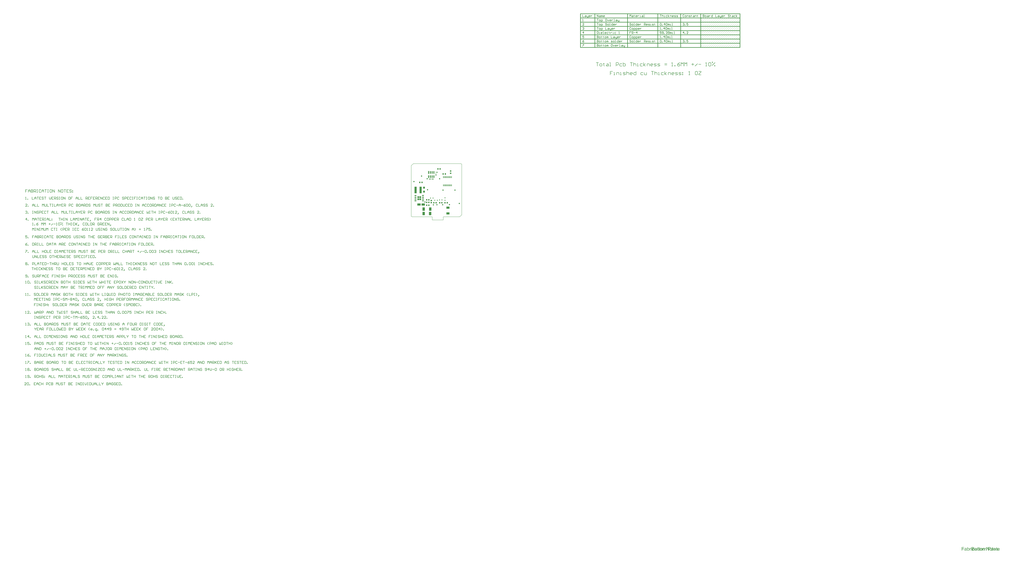
<source format=gbp>
G04 Layer_Color=128*
%FSLAX44Y44*%
%MOMM*%
G71*
G01*
G75*
%ADD10C,0.3810*%
%ADD11C,0.0254*%
%ADD12C,0.2540*%
%ADD13C,0.1270*%
%ADD16R,0.9500X1.0000*%
%ADD21R,1.0000X0.9500*%
%ADD26R,0.8000X0.5500*%
%ADD27R,0.5500X0.8000*%
%ADD28R,1.1430X1.2700*%
%ADD29R,0.7600X2.0300*%
%ADD30O,0.7600X2.0300*%
%ADD31R,1.4500X0.7000*%
%ADD32O,1.4500X0.7000*%
%ADD33O,0.4000X1.3500*%
%ADD34R,0.4000X1.3500*%
%ADD35R,1.7000X2.4000*%
%ADD36R,1.5000X4.7000*%
%ADD37R,0.6000X0.8000*%
%ADD38R,2.4000X1.5500*%
%ADD39C,0.8890*%
%ADD40R,0.8000X0.6000*%
%ADD41R,2.1800X1.6200*%
%ADD42R,1.3000X1.4000*%
G36*
X4093755Y-2395554D02*
X4096767D01*
Y-2397896D01*
X4093755D01*
Y-2408271D01*
Y-2408308D01*
Y-2408457D01*
Y-2408680D01*
X4093792Y-2408940D01*
X4093829Y-2409498D01*
X4093866Y-2409721D01*
X4093903Y-2409907D01*
X4093940Y-2409982D01*
X4094015Y-2410130D01*
X4094164Y-2410316D01*
X4094387Y-2410502D01*
X4094461Y-2410540D01*
X4094647Y-2410577D01*
X4094982Y-2410651D01*
X4095199Y-2410669D01*
X4095290Y-2410651D01*
X4095513D01*
X4096070Y-2410577D01*
X4096082Y-2410651D01*
X4096209D01*
X4096767Y-2410577D01*
X4097176Y-2413217D01*
X4097101D01*
X4096953Y-2413254D01*
X4096729Y-2413291D01*
X4096395Y-2413328D01*
X4096060Y-2413403D01*
X4095688Y-2413440D01*
X4094907Y-2413477D01*
X4094647D01*
X4094527Y-2413462D01*
X4094211Y-2413477D01*
X4093951D01*
X4093653Y-2413440D01*
X4093282Y-2413403D01*
X4092873Y-2413366D01*
X4092426Y-2413254D01*
X4092017Y-2413142D01*
X4091646Y-2412994D01*
X4091608Y-2412957D01*
X4091497Y-2412882D01*
X4091348Y-2412771D01*
X4091162Y-2412622D01*
X4090939Y-2412436D01*
X4090753Y-2412213D01*
X4090530Y-2411953D01*
X4090381Y-2411655D01*
Y-2411618D01*
X4090344Y-2411469D01*
X4090269Y-2411246D01*
X4090232Y-2410874D01*
X4090158Y-2410391D01*
X4090121Y-2410130D01*
X4090084Y-2409796D01*
Y-2409424D01*
X4090046Y-2409015D01*
Y-2408569D01*
Y-2408085D01*
Y-2397896D01*
X4087815D01*
Y-2395554D01*
X4090046D01*
Y-2391203D01*
X4093058Y-2389381D01*
Y-2389802D01*
X4093755Y-2389381D01*
Y-2395554D01*
D02*
G37*
G36*
X4079029Y-2395182D02*
X4079364Y-2395219D01*
X4079698Y-2395256D01*
X4079839Y-2395282D01*
X4079932Y-2395293D01*
X4080564Y-2395368D01*
X4081159Y-2395517D01*
X4081717Y-2395702D01*
X4081791Y-2395740D01*
X4081940Y-2395777D01*
X4082200Y-2395925D01*
X4082498Y-2396074D01*
X4082832Y-2396260D01*
X4083204Y-2396483D01*
X4083502Y-2396744D01*
X4083799Y-2397041D01*
X4083821Y-2397063D01*
X4083938Y-2397153D01*
X4084384Y-2397562D01*
X4084421Y-2397599D01*
X4084496Y-2397673D01*
X4084607Y-2397822D01*
X4084756Y-2398008D01*
X4084942Y-2398231D01*
X4085128Y-2398528D01*
X4085351Y-2398900D01*
X4085574Y-2399272D01*
X4085760Y-2399718D01*
X4085983Y-2400239D01*
X4086169Y-2400760D01*
X4086355Y-2401355D01*
X4086503Y-2401987D01*
X4086615Y-2402693D01*
X4086689Y-2403400D01*
X4086726Y-2404181D01*
Y-2404218D01*
Y-2404330D01*
Y-2404515D01*
Y-2404738D01*
X4086689Y-2405036D01*
Y-2405371D01*
X4086652Y-2405742D01*
X4086615Y-2406152D01*
X4086466Y-2407007D01*
X4086280Y-2407899D01*
X4086020Y-2408792D01*
X4085685Y-2409573D01*
Y-2409610D01*
X4085648Y-2409647D01*
X4085499Y-2409907D01*
X4085239Y-2410242D01*
X4085026Y-2410526D01*
Y-2410614D01*
X4085063Y-2410911D01*
X4085101Y-2411172D01*
Y-2411209D01*
X4085138Y-2411358D01*
X4085175Y-2411581D01*
X4085249Y-2411841D01*
X4085361Y-2412138D01*
X4085510Y-2412510D01*
X4085844Y-2413254D01*
X4082721D01*
X4082684Y-2413217D01*
X4082646Y-2413105D01*
X4082572Y-2412882D01*
X4082491Y-2412694D01*
X4082487Y-2412696D01*
X4082339Y-2412733D01*
X4081930Y-2412919D01*
X4081409Y-2413105D01*
X4080777Y-2413328D01*
X4080070Y-2413477D01*
X4079290Y-2413626D01*
X4078434Y-2413663D01*
X4078062D01*
X4077802Y-2413626D01*
X4077505Y-2413589D01*
X4077133Y-2413551D01*
X4077011Y-2413529D01*
X4076845Y-2413551D01*
X4076251Y-2413626D01*
X4075581Y-2413663D01*
X4075321D01*
X4075098Y-2413626D01*
X4074875D01*
X4074577Y-2413589D01*
X4073945Y-2413477D01*
X4073201Y-2413328D01*
X4072495Y-2413068D01*
X4071751Y-2412733D01*
X4071119Y-2412250D01*
X4071045Y-2412176D01*
X4070858Y-2411990D01*
X4070635Y-2411692D01*
X4070338Y-2411246D01*
X4070041Y-2410725D01*
X4069818Y-2410130D01*
X4069631Y-2409387D01*
X4069557Y-2408606D01*
Y-2408531D01*
Y-2408383D01*
X4069594Y-2408122D01*
X4069631Y-2407825D01*
X4069706Y-2407453D01*
X4069780Y-2407044D01*
X4069929Y-2406635D01*
X4070115Y-2406226D01*
X4070152Y-2406189D01*
X4070226Y-2406040D01*
X4070253Y-2405996D01*
X4070179Y-2405222D01*
X4070142Y-2404404D01*
Y-2404330D01*
Y-2404181D01*
X4070179Y-2403920D01*
Y-2403586D01*
X4070216Y-2403177D01*
X4070291Y-2402731D01*
X4070365Y-2402210D01*
X4070476Y-2401652D01*
X4070625Y-2401057D01*
X4070747Y-2400667D01*
X4070078Y-2400574D01*
Y-2400536D01*
X4070115Y-2400499D01*
X4070152Y-2400276D01*
X4070264Y-2399942D01*
X4070375Y-2399495D01*
X4070561Y-2399012D01*
X4070784Y-2398528D01*
X4071045Y-2398008D01*
X4071379Y-2397562D01*
X4071416Y-2397525D01*
X4071565Y-2397376D01*
X4071751Y-2397153D01*
X4072049Y-2396892D01*
X4072420Y-2396632D01*
X4072904Y-2396335D01*
X4073424Y-2396037D01*
X4074019Y-2395777D01*
X4074057D01*
X4074094Y-2395740D01*
X4074205Y-2395702D01*
X4074317Y-2395665D01*
X4074689Y-2395591D01*
X4075172Y-2395442D01*
X4075767Y-2395331D01*
X4076436Y-2395256D01*
X4077217Y-2395182D01*
X4078035Y-2395145D01*
X4078407D01*
X4078418Y-2395146D01*
X4078434Y-2395145D01*
X4078769D01*
X4079029Y-2395182D01*
D02*
G37*
G36*
X4214915D02*
X4215213Y-2395219D01*
X4215585Y-2395256D01*
X4215957Y-2395331D01*
X4216403Y-2395442D01*
X4217296Y-2395740D01*
X4217779Y-2395925D01*
X4218262Y-2396186D01*
X4218746Y-2396446D01*
X4219229Y-2396781D01*
X4219675Y-2397153D01*
X4220121Y-2397599D01*
X4220159Y-2397636D01*
X4220233Y-2397710D01*
X4220345Y-2397859D01*
X4220493Y-2398045D01*
X4220642Y-2398305D01*
X4220828Y-2398603D01*
X4221051Y-2398938D01*
X4221274Y-2399347D01*
X4221460Y-2399830D01*
X4221683Y-2400313D01*
X4221869Y-2400871D01*
X4222055Y-2401503D01*
X4222167Y-2402135D01*
X4222278Y-2402842D01*
X4222353Y-2403586D01*
X4222390Y-2404404D01*
Y-2404441D01*
Y-2404590D01*
Y-2404850D01*
X4222353Y-2405185D01*
X4220290D01*
X4220558Y-2405519D01*
X4220595Y-2405557D01*
X4220669Y-2405705D01*
X4220781Y-2405928D01*
X4220929Y-2406226D01*
X4221078Y-2406598D01*
X4221190Y-2407044D01*
X4221264Y-2407527D01*
X4221282Y-2407805D01*
X4222278Y-2407937D01*
Y-2407974D01*
X4222241Y-2408048D01*
X4222204Y-2408197D01*
X4222130Y-2408383D01*
X4222055Y-2408606D01*
X4221944Y-2408866D01*
X4221646Y-2409498D01*
X4221274Y-2410168D01*
X4220828Y-2410874D01*
X4220233Y-2411581D01*
X4219564Y-2412176D01*
X4219527D01*
X4219489Y-2412250D01*
X4219378Y-2412324D01*
X4219192Y-2412399D01*
X4219006Y-2412510D01*
X4218783Y-2412659D01*
X4218523Y-2412771D01*
X4218188Y-2412919D01*
X4217481Y-2413180D01*
X4216589Y-2413440D01*
X4215622Y-2413589D01*
X4214507Y-2413663D01*
X4214135D01*
X4214132Y-2413663D01*
X4214124Y-2413663D01*
X4213790D01*
X4213567Y-2413626D01*
X4213269D01*
X4212934Y-2413589D01*
X4212154Y-2413477D01*
X4211298Y-2413328D01*
X4210443Y-2413068D01*
X4209588Y-2412733D01*
X4209216Y-2412510D01*
X4208844Y-2412250D01*
X4208807D01*
X4208770Y-2412176D01*
X4208546Y-2411990D01*
X4208249Y-2411655D01*
X4207877Y-2411172D01*
X4207505Y-2410577D01*
X4207133Y-2409833D01*
X4206799Y-2408978D01*
X4206576Y-2407974D01*
X4206603Y-2407969D01*
X4206475Y-2407453D01*
X4206326Y-2406821D01*
X4206214Y-2406114D01*
X4206140Y-2405371D01*
X4206103Y-2404590D01*
Y-2404553D01*
Y-2404404D01*
Y-2404144D01*
X4206140Y-2403846D01*
X4206177Y-2403474D01*
X4206214Y-2403028D01*
X4206288Y-2402545D01*
X4206400Y-2402024D01*
X4206660Y-2400908D01*
X4206846Y-2400351D01*
X4207069Y-2399756D01*
X4207123Y-2399640D01*
X4207133Y-2399570D01*
X4207171Y-2399235D01*
X4207282Y-2398863D01*
X4207394Y-2398454D01*
X4207580Y-2398082D01*
X4207617Y-2398045D01*
X4207691Y-2397896D01*
X4207803Y-2397710D01*
X4207989Y-2397487D01*
X4208175Y-2397227D01*
X4208435Y-2396967D01*
X4208733Y-2396669D01*
X4209067Y-2396409D01*
X4209104Y-2396372D01*
X4209216Y-2396335D01*
X4209365Y-2396223D01*
X4209588Y-2396111D01*
X4209848Y-2395963D01*
X4210183Y-2395814D01*
X4210555Y-2395665D01*
X4210964Y-2395517D01*
X4211038D01*
X4211187Y-2395442D01*
X4211410Y-2395405D01*
X4211744Y-2395331D01*
X4212154Y-2395256D01*
X4212563Y-2395219D01*
X4213046Y-2395145D01*
X4213901D01*
X4214060Y-2395159D01*
X4214321Y-2395145D01*
X4214655D01*
X4214915Y-2395182D01*
D02*
G37*
G36*
X4116958D02*
X4117293Y-2395219D01*
X4117628Y-2395256D01*
X4118037Y-2395331D01*
X4118483Y-2395442D01*
X4119413Y-2395740D01*
X4119896Y-2395925D01*
X4120417Y-2396149D01*
X4120900Y-2396446D01*
X4121383Y-2396781D01*
X4121867Y-2397153D01*
X4122313Y-2397562D01*
X4122350Y-2397599D01*
X4122425Y-2397673D01*
X4122536Y-2397822D01*
X4122685Y-2398008D01*
X4122871Y-2398231D01*
X4123057Y-2398528D01*
X4123280Y-2398900D01*
X4123503Y-2399272D01*
X4123689Y-2399718D01*
X4123912Y-2400239D01*
X4124098Y-2400760D01*
X4124284Y-2401355D01*
X4124433Y-2401987D01*
X4124544Y-2402693D01*
X4124619Y-2403400D01*
X4124656Y-2404181D01*
Y-2404218D01*
Y-2404330D01*
Y-2404515D01*
Y-2404738D01*
X4124619Y-2405036D01*
Y-2405371D01*
X4124581Y-2405742D01*
X4124544Y-2406152D01*
X4124395Y-2407007D01*
X4124210Y-2407899D01*
X4123949Y-2408792D01*
X4123615Y-2409573D01*
Y-2409610D01*
X4123577Y-2409647D01*
X4123429Y-2409907D01*
X4123168Y-2410242D01*
X4122834Y-2410688D01*
X4122425Y-2411172D01*
X4121904Y-2411655D01*
X4121309Y-2412138D01*
X4120603Y-2412585D01*
X4120565D01*
X4120528Y-2412622D01*
X4120417Y-2412696D01*
X4120268Y-2412733D01*
X4119859Y-2412919D01*
X4119338Y-2413105D01*
X4118706Y-2413328D01*
X4118000Y-2413477D01*
X4117219Y-2413626D01*
X4116364Y-2413663D01*
X4115992D01*
X4115731Y-2413626D01*
X4115434Y-2413589D01*
X4115062Y-2413551D01*
X4115039Y-2413547D01*
X4114626Y-2413626D01*
X4113771Y-2413663D01*
X4113399D01*
X4113139Y-2413626D01*
X4112841Y-2413589D01*
X4112469Y-2413551D01*
X4112060Y-2413477D01*
X4111614Y-2413366D01*
X4110685Y-2413068D01*
X4110164Y-2412882D01*
X4109680Y-2412659D01*
X4109160Y-2412399D01*
X4108676Y-2412064D01*
X4108193Y-2411692D01*
X4107747Y-2411283D01*
X4107709Y-2411246D01*
X4107635Y-2411172D01*
X4107523Y-2411023D01*
X4107412Y-2410837D01*
X4107226Y-2410577D01*
X4107040Y-2410279D01*
X4106817Y-2409944D01*
X4106631Y-2409535D01*
X4106408Y-2409052D01*
X4106185Y-2408569D01*
X4105999Y-2407974D01*
X4105850Y-2407379D01*
X4105702Y-2406709D01*
X4105590Y-2406003D01*
X4105516Y-2405222D01*
X4105479Y-2404404D01*
Y-2404330D01*
Y-2404181D01*
X4105516Y-2403920D01*
Y-2403586D01*
X4105553Y-2403177D01*
X4105627Y-2402731D01*
X4105702Y-2402210D01*
X4105813Y-2401652D01*
X4105962Y-2401057D01*
X4106148Y-2400462D01*
X4106371Y-2399867D01*
X4106631Y-2399272D01*
X4106929Y-2398677D01*
X4107300Y-2398120D01*
X4107709Y-2397599D01*
X4108193Y-2397115D01*
X4108230Y-2397078D01*
X4108304Y-2397041D01*
X4108416Y-2396929D01*
X4108602Y-2396818D01*
X4108825Y-2396669D01*
X4109085Y-2396483D01*
X4109383Y-2396297D01*
X4109755Y-2396111D01*
X4110127Y-2395963D01*
X4110536Y-2395777D01*
X4111502Y-2395442D01*
X4112581Y-2395219D01*
X4113176Y-2395182D01*
X4113771Y-2395145D01*
X4114106D01*
X4114366Y-2395182D01*
X4114700Y-2395219D01*
X4115008Y-2395253D01*
X4115174Y-2395219D01*
X4115768Y-2395182D01*
X4116364Y-2395145D01*
X4116698D01*
X4116958Y-2395182D01*
D02*
G37*
G36*
X4041631D02*
X4042040Y-2395256D01*
X4042486Y-2395405D01*
X4043007Y-2395554D01*
X4043564Y-2395814D01*
X4044159Y-2396149D01*
X4043081Y-2398900D01*
X4043044Y-2398863D01*
X4042895Y-2398789D01*
X4042672Y-2398677D01*
X4042411Y-2398566D01*
X4042077Y-2398454D01*
X4041705Y-2398343D01*
X4041296Y-2398268D01*
X4040887Y-2398231D01*
X4040738D01*
X4040552Y-2398268D01*
X4040292Y-2398305D01*
X4040032Y-2398380D01*
X4039734Y-2398491D01*
X4039437Y-2398640D01*
X4039139Y-2398826D01*
X4039102Y-2398863D01*
X4039028Y-2398938D01*
X4038879Y-2399086D01*
X4038730Y-2399272D01*
X4038544Y-2399495D01*
X4038358Y-2399793D01*
X4038210Y-2400128D01*
X4038061Y-2400499D01*
X4038024Y-2400574D01*
X4037986Y-2400760D01*
X4037912Y-2401094D01*
X4037838Y-2401541D01*
X4037726Y-2402061D01*
X4037652Y-2402656D01*
X4037615Y-2403288D01*
X4037578Y-2403995D01*
Y-2413254D01*
X4034565D01*
Y-2395554D01*
X4037280D01*
Y-2398194D01*
X4037317Y-2398157D01*
X4037466Y-2397934D01*
X4037652Y-2397599D01*
X4037875Y-2397227D01*
X4038173Y-2396818D01*
X4038507Y-2396409D01*
X4038805Y-2396037D01*
X4039139Y-2395777D01*
X4039177Y-2395740D01*
X4039288Y-2395665D01*
X4039474Y-2395591D01*
X4039734Y-2395442D01*
X4039995Y-2395331D01*
X4040329Y-2395256D01*
X4040701Y-2395182D01*
X4041073Y-2395145D01*
X4041333D01*
X4041631Y-2395182D01*
D02*
G37*
G36*
X4147153D02*
X4147376D01*
X4147636Y-2395219D01*
X4148194Y-2395331D01*
X4148864Y-2395517D01*
X4149533Y-2395777D01*
X4150165Y-2396149D01*
X4150760Y-2396632D01*
X4150834Y-2396706D01*
X4150983Y-2396892D01*
X4151206Y-2397264D01*
X4151504Y-2397748D01*
X4151764Y-2398380D01*
X4151987Y-2399124D01*
X4152136Y-2400053D01*
X4152210Y-2400574D01*
Y-2401131D01*
Y-2413254D01*
X4149198D01*
Y-2402135D01*
Y-2402098D01*
Y-2402061D01*
Y-2401838D01*
Y-2401503D01*
X4149161Y-2401131D01*
X4149087Y-2400276D01*
X4149012Y-2399867D01*
X4148901Y-2399532D01*
Y-2399495D01*
X4148826Y-2399384D01*
X4148752Y-2399235D01*
X4148640Y-2399049D01*
X4148492Y-2398863D01*
X4148306Y-2398640D01*
X4148083Y-2398417D01*
X4147822Y-2398231D01*
X4147785Y-2398194D01*
X4147674Y-2398157D01*
X4147525Y-2398082D01*
X4147339Y-2397971D01*
X4147079Y-2397896D01*
X4146744Y-2397822D01*
X4146409Y-2397785D01*
X4146038Y-2397748D01*
X4145740D01*
X4145368Y-2397822D01*
X4144959Y-2397896D01*
X4144476Y-2398045D01*
X4143955Y-2398268D01*
X4143398Y-2398603D01*
X4142914Y-2399012D01*
X4142877Y-2399086D01*
X4142728Y-2399235D01*
X4142542Y-2399532D01*
X4142319Y-2399979D01*
X4142059Y-2400536D01*
X4141873Y-2401206D01*
X4141724Y-2402024D01*
X4141687Y-2402991D01*
Y-2413254D01*
X4136937D01*
Y-2402507D01*
Y-2402470D01*
Y-2402433D01*
Y-2402210D01*
Y-2401875D01*
X4136900Y-2401466D01*
X4136863Y-2401057D01*
X4136789Y-2400574D01*
X4136677Y-2400165D01*
X4136566Y-2399793D01*
Y-2399756D01*
X4136491Y-2399644D01*
X4136417Y-2399458D01*
X4136305Y-2399272D01*
X4136119Y-2399012D01*
X4135896Y-2398789D01*
X4135636Y-2398528D01*
X4135338Y-2398305D01*
X4135301Y-2398268D01*
X4135190Y-2398231D01*
X4135004Y-2398120D01*
X4134744Y-2398008D01*
X4134446Y-2397934D01*
X4134384Y-2397915D01*
X4134026Y-2398045D01*
X4133618Y-2398194D01*
X4133209Y-2398417D01*
X4133171Y-2398454D01*
X4133022Y-2398528D01*
X4132837Y-2398714D01*
X4132614Y-2398900D01*
X4132353Y-2399198D01*
X4132093Y-2399532D01*
X4131870Y-2399942D01*
X4131647Y-2400388D01*
X4131609Y-2400462D01*
X4131572Y-2400611D01*
X4131498Y-2400908D01*
X4131424Y-2401317D01*
X4131312Y-2401838D01*
X4131238Y-2402470D01*
X4131201Y-2403214D01*
X4131163Y-2404069D01*
Y-2413254D01*
X4125558D01*
Y-2395554D01*
X4130829D01*
Y-2395885D01*
X4130951Y-2395814D01*
X4131471Y-2395591D01*
X4131992Y-2395405D01*
X4132587Y-2395256D01*
X4133219Y-2395182D01*
X4133888Y-2395145D01*
X4134149D01*
X4134483Y-2395182D01*
X4134855Y-2395219D01*
X4135028Y-2395248D01*
X4135588Y-2395182D01*
X4136220Y-2395145D01*
X4136555D01*
X4136927Y-2395182D01*
X4137373Y-2395256D01*
X4137857Y-2395331D01*
X4138415Y-2395479D01*
X4138935Y-2395702D01*
X4139419Y-2395963D01*
X4139493Y-2396000D01*
X4139642Y-2396111D01*
X4139865Y-2396297D01*
X4140125Y-2396558D01*
X4140422Y-2396892D01*
X4140720Y-2397264D01*
X4140980Y-2397748D01*
X4141203Y-2398268D01*
X4141241Y-2398231D01*
X4141315Y-2398120D01*
X4141426Y-2397971D01*
X4141575Y-2397785D01*
X4141798Y-2397525D01*
X4142059Y-2397264D01*
X4142356Y-2397004D01*
X4142691Y-2396706D01*
X4143063Y-2396409D01*
X4143472Y-2396149D01*
X4144438Y-2395628D01*
X4144959Y-2395442D01*
X4145517Y-2395293D01*
X4146075Y-2395182D01*
X4146707Y-2395145D01*
X4146967D01*
X4147153Y-2395182D01*
D02*
G37*
G36*
X4058614Y-2388860D02*
X4058875D01*
X4059507Y-2388897D01*
X4060213Y-2389009D01*
X4060957Y-2389120D01*
X4061701Y-2389306D01*
X4062370Y-2389567D01*
X4062407D01*
X4062444Y-2389604D01*
X4062668Y-2389716D01*
X4062965Y-2389901D01*
X4063337Y-2390125D01*
X4063783Y-2390459D01*
X4064229Y-2390868D01*
X4064638Y-2391315D01*
X4065047Y-2391872D01*
X4065085Y-2391947D01*
X4065196Y-2392133D01*
X4065345Y-2392467D01*
X4065531Y-2392876D01*
X4065717Y-2393360D01*
X4065865Y-2393880D01*
X4065977Y-2394475D01*
X4066014Y-2395107D01*
Y-2395182D01*
Y-2395368D01*
X4065977Y-2395665D01*
X4065903Y-2396074D01*
X4065791Y-2396521D01*
X4065670Y-2396912D01*
X4065950Y-2397227D01*
X4066322Y-2397673D01*
X4066731Y-2398268D01*
X4067103Y-2398975D01*
X4067437Y-2399830D01*
X4067698Y-2400760D01*
X4064797Y-2401206D01*
Y-2401169D01*
X4064760Y-2401131D01*
X4064723Y-2400908D01*
X4064612Y-2400611D01*
X4064463Y-2400202D01*
X4064240Y-2399756D01*
X4064002Y-2399349D01*
X4063708Y-2399570D01*
X4063188Y-2399942D01*
X4062556Y-2400276D01*
X4062593D01*
X4062668Y-2400313D01*
X4062779Y-2400351D01*
X4062928Y-2400388D01*
X4063337Y-2400574D01*
X4063820Y-2400797D01*
X4064378Y-2401131D01*
X4064936Y-2401503D01*
X4065493Y-2401950D01*
X4065977Y-2402507D01*
X4066014Y-2402582D01*
X4066163Y-2402768D01*
X4066349Y-2403102D01*
X4066609Y-2403549D01*
X4066832Y-2404106D01*
X4067018Y-2404701D01*
X4067167Y-2405408D01*
X4067204Y-2406189D01*
Y-2406263D01*
Y-2406486D01*
X4067167Y-2406821D01*
X4067144Y-2407074D01*
X4067995Y-2407193D01*
Y-2407230D01*
X4067958Y-2407341D01*
X4067921Y-2407490D01*
X4067884Y-2407676D01*
X4067809Y-2407937D01*
X4067735Y-2408234D01*
X4067512Y-2408940D01*
X4067177Y-2409684D01*
X4066731Y-2410502D01*
X4066173Y-2411246D01*
X4065504Y-2411953D01*
X4065467D01*
X4065429Y-2412027D01*
X4065318Y-2412101D01*
X4065169Y-2412213D01*
X4064946Y-2412361D01*
X4064723Y-2412510D01*
X4064165Y-2412808D01*
X4063459Y-2413105D01*
X4062603Y-2413403D01*
X4061674Y-2413589D01*
X4061153Y-2413626D01*
X4060633Y-2413663D01*
X4060298D01*
X4060038Y-2413626D01*
X4059740Y-2413589D01*
X4059368Y-2413551D01*
X4058996Y-2413477D01*
X4058550Y-2413366D01*
X4058152Y-2413254D01*
X4045944D01*
Y-2395554D01*
X4048760D01*
Y-2392244D01*
X4045944D01*
Y-2388823D01*
X4058354D01*
X4058614Y-2388860D01*
D02*
G37*
G36*
X4177013D02*
X4177608Y-2388897D01*
X4178240Y-2388935D01*
X4178835Y-2389009D01*
X4179356Y-2389083D01*
X4179430D01*
X4179653Y-2389158D01*
X4179988Y-2389232D01*
X4180397Y-2389344D01*
X4180880Y-2389492D01*
X4181364Y-2389678D01*
X4181884Y-2389939D01*
X4182368Y-2390236D01*
X4182405Y-2390273D01*
X4182591Y-2390385D01*
X4182814Y-2390571D01*
X4183074Y-2390831D01*
X4183372Y-2391166D01*
X4183706Y-2391575D01*
X4184041Y-2392021D01*
X4184339Y-2392579D01*
X4184376Y-2392653D01*
X4184450Y-2392839D01*
X4184562Y-2393137D01*
X4184711Y-2393546D01*
X4184859Y-2394029D01*
X4184971Y-2394587D01*
X4185042Y-2395192D01*
X4185204Y-2395182D01*
X4185799Y-2395145D01*
X4186134D01*
X4186394Y-2395182D01*
X4186729Y-2395219D01*
X4187064Y-2395256D01*
X4187473Y-2395331D01*
X4187919Y-2395442D01*
X4188849Y-2395740D01*
X4189332Y-2395925D01*
X4189853Y-2396149D01*
X4190336Y-2396446D01*
X4190633Y-2396651D01*
X4190660Y-2396632D01*
X4191144Y-2396335D01*
X4191664Y-2396037D01*
X4192259Y-2395777D01*
X4192296D01*
X4192334Y-2395740D01*
X4192445Y-2395702D01*
X4192557Y-2395665D01*
X4192928Y-2395591D01*
X4193412Y-2395442D01*
X4194007Y-2395331D01*
X4194676Y-2395256D01*
X4195457Y-2395182D01*
X4196275Y-2395145D01*
X4196647D01*
X4197056Y-2395182D01*
X4197577Y-2395219D01*
X4198108Y-2395285D01*
Y-2391203D01*
X4201120Y-2389381D01*
Y-2395554D01*
X4204132D01*
Y-2397896D01*
X4202560D01*
X4202708Y-2398231D01*
X4202857Y-2398640D01*
X4202969Y-2399086D01*
Y-2399124D01*
X4203006Y-2399235D01*
X4203043Y-2399421D01*
X4203080Y-2399718D01*
Y-2400090D01*
X4203117Y-2400574D01*
X4203155Y-2401131D01*
Y-2401838D01*
Y-2405854D01*
Y-2405891D01*
Y-2406040D01*
Y-2406263D01*
Y-2406523D01*
Y-2406858D01*
Y-2407230D01*
X4203192Y-2408085D01*
Y-2409015D01*
X4203229Y-2409870D01*
X4203266Y-2410279D01*
Y-2410614D01*
X4203273Y-2410667D01*
X4203351Y-2410651D01*
X4203574D01*
X4204132Y-2410577D01*
X4204541Y-2413217D01*
X4204467D01*
X4204318Y-2413254D01*
X4204095Y-2413291D01*
X4203760Y-2413328D01*
X4203425Y-2413403D01*
X4203053Y-2413440D01*
X4202273Y-2413477D01*
X4202012D01*
X4201715Y-2413440D01*
X4201343Y-2413403D01*
X4200934Y-2413366D01*
X4200488Y-2413254D01*
X4200079Y-2413142D01*
X4199707Y-2412994D01*
X4199669Y-2412957D01*
X4199558Y-2412882D01*
X4199409Y-2412771D01*
X4199223Y-2412622D01*
X4199000Y-2412436D01*
X4198814Y-2412213D01*
X4198802Y-2412199D01*
X4198283Y-2412510D01*
X4197726Y-2412808D01*
X4197130Y-2413068D01*
X4197056Y-2413105D01*
X4196870Y-2413142D01*
X4196573Y-2413254D01*
X4196164Y-2413366D01*
X4195643Y-2413477D01*
X4195085Y-2413551D01*
X4194490Y-2413626D01*
X4193821Y-2413663D01*
X4193561D01*
X4193338Y-2413626D01*
X4193115D01*
X4192817Y-2413589D01*
X4192185Y-2413477D01*
X4191441Y-2413328D01*
X4190735Y-2413068D01*
X4189991Y-2412733D01*
X4189901Y-2412664D01*
X4189853Y-2412696D01*
X4189704Y-2412733D01*
X4189295Y-2412919D01*
X4188774Y-2413105D01*
X4188142Y-2413328D01*
X4187436Y-2413477D01*
X4186655Y-2413626D01*
X4185799Y-2413663D01*
X4185428D01*
X4185167Y-2413626D01*
X4184870Y-2413589D01*
X4184498Y-2413551D01*
X4184089Y-2413477D01*
X4183643Y-2413366D01*
X4182713Y-2413068D01*
X4182192Y-2412882D01*
X4181709Y-2412659D01*
X4181188Y-2412399D01*
X4180705Y-2412064D01*
X4180222Y-2411692D01*
X4179775Y-2411283D01*
X4179738Y-2411246D01*
X4179664Y-2411172D01*
X4179552Y-2411023D01*
X4179441Y-2410837D01*
X4179254Y-2410577D01*
X4179069Y-2410279D01*
X4178846Y-2409944D01*
X4178660Y-2409535D01*
X4178437Y-2409052D01*
X4178214Y-2408569D01*
X4178028Y-2407974D01*
X4177879Y-2407379D01*
X4177730Y-2406709D01*
X4177618Y-2406003D01*
X4177544Y-2405222D01*
X4177507Y-2404404D01*
Y-2404330D01*
Y-2404181D01*
X4177544Y-2403920D01*
Y-2403586D01*
X4177577Y-2403220D01*
X4176864Y-2403251D01*
X4175935Y-2403288D01*
X4173602D01*
Y-2413254D01*
X4170293D01*
X4169688Y-2412349D01*
Y-2413254D01*
X4166452D01*
Y-2407510D01*
X4157464Y-2394066D01*
Y-2413254D01*
X4154377D01*
Y-2388823D01*
X4157650D01*
X4166452Y-2401951D01*
Y-2388823D01*
X4176455D01*
X4177013Y-2388860D01*
D02*
G37*
G36*
X4004891Y-2395182D02*
X4005412Y-2395219D01*
X4006007Y-2395293D01*
X4006639Y-2395368D01*
X4007234Y-2395517D01*
X4007792Y-2395702D01*
X4007866Y-2395740D01*
X4008015Y-2395777D01*
X4008275Y-2395925D01*
X4008573Y-2396074D01*
X4008907Y-2396260D01*
X4009279Y-2396483D01*
X4009577Y-2396744D01*
X4009874Y-2397041D01*
X4009911Y-2397078D01*
X4009986Y-2397190D01*
X4010097Y-2397339D01*
X4010246Y-2397599D01*
X4010395Y-2397896D01*
X4010544Y-2398231D01*
X4010692Y-2398640D01*
X4010804Y-2399086D01*
Y-2399124D01*
X4010841Y-2399235D01*
X4010878Y-2399421D01*
X4010916Y-2399718D01*
Y-2400090D01*
X4010952Y-2400574D01*
X4010990Y-2401131D01*
Y-2401838D01*
Y-2405854D01*
Y-2405891D01*
Y-2406040D01*
Y-2406263D01*
Y-2406523D01*
Y-2406858D01*
Y-2407230D01*
X4011027Y-2408085D01*
Y-2409015D01*
X4011064Y-2409870D01*
X4011101Y-2410279D01*
Y-2410614D01*
X4011139Y-2410911D01*
X4011176Y-2411172D01*
Y-2411209D01*
X4011213Y-2411358D01*
X4011250Y-2411581D01*
X4011324Y-2411841D01*
X4011436Y-2412138D01*
X4011585Y-2412510D01*
X4011919Y-2413254D01*
X4008796D01*
X4008759Y-2413217D01*
X4008722Y-2413105D01*
X4008647Y-2412882D01*
X4008535Y-2412622D01*
X4008424Y-2412287D01*
X4008350Y-2411915D01*
X4008275Y-2411506D01*
X4008201Y-2411023D01*
X4008127Y-2411097D01*
X4007903Y-2411246D01*
X4007606Y-2411506D01*
X4007160Y-2411804D01*
X4006676Y-2412176D01*
X4006118Y-2412510D01*
X4005561Y-2412808D01*
X4004966Y-2413068D01*
X4004891Y-2413105D01*
X4004706Y-2413142D01*
X4004408Y-2413254D01*
X4003999Y-2413366D01*
X4003478Y-2413477D01*
X4002921Y-2413551D01*
X4002325Y-2413626D01*
X4001656Y-2413663D01*
X4001396D01*
X4001173Y-2413626D01*
X4000950D01*
X4000652Y-2413589D01*
X4000020Y-2413477D01*
X3999276Y-2413328D01*
X3998570Y-2413068D01*
X3997826Y-2412733D01*
X3997194Y-2412250D01*
X3997120Y-2412176D01*
X3996934Y-2411990D01*
X3996711Y-2411692D01*
X3996413Y-2411246D01*
X3996116Y-2410725D01*
X3995892Y-2410130D01*
X3995706Y-2409387D01*
X3995632Y-2408606D01*
Y-2408531D01*
Y-2408383D01*
X3995669Y-2408122D01*
X3995706Y-2407825D01*
X3995781Y-2407453D01*
X3995855Y-2407044D01*
X3996004Y-2406635D01*
X3996190Y-2406226D01*
X3996227Y-2406189D01*
X3996302Y-2406040D01*
X3996413Y-2405854D01*
X3996599Y-2405594D01*
X3996822Y-2405334D01*
X3997120Y-2405036D01*
X3997417Y-2404776D01*
X3997752Y-2404515D01*
X3997789Y-2404478D01*
X3997938Y-2404404D01*
X3998123Y-2404292D01*
X3998384Y-2404144D01*
X3998719Y-2403958D01*
X3999053Y-2403809D01*
X3999462Y-2403660D01*
X3999908Y-2403511D01*
X3999946D01*
X4000094Y-2403474D01*
X4000280Y-2403437D01*
X4000578Y-2403363D01*
X4000950Y-2403288D01*
X4001433Y-2403214D01*
X4001954Y-2403139D01*
X4002586Y-2403065D01*
X4002623D01*
X4002735Y-2403028D01*
X4002921D01*
X4003181Y-2402991D01*
X4003478Y-2402954D01*
X4003813Y-2402916D01*
X4004631Y-2402768D01*
X4005486Y-2402619D01*
X4006379Y-2402470D01*
X4007234Y-2402247D01*
X4007606Y-2402135D01*
X4007941Y-2402024D01*
Y-2401987D01*
Y-2401912D01*
X4007978Y-2401689D01*
Y-2401429D01*
Y-2401317D01*
Y-2401243D01*
Y-2401206D01*
Y-2401169D01*
Y-2400946D01*
X4007941Y-2400611D01*
X4007866Y-2400239D01*
X4007755Y-2399830D01*
X4007606Y-2399384D01*
X4007420Y-2399012D01*
X4007122Y-2398677D01*
X4007085Y-2398640D01*
X4006899Y-2398528D01*
X4006639Y-2398343D01*
X4006267Y-2398157D01*
X4005784Y-2397971D01*
X4005189Y-2397785D01*
X4004482Y-2397673D01*
X4003701Y-2397636D01*
X4003367D01*
X4002995Y-2397673D01*
X4002512Y-2397710D01*
X4001991Y-2397822D01*
X4001508Y-2397934D01*
X4000987Y-2398120D01*
X4000578Y-2398380D01*
X4000540Y-2398417D01*
X4000429Y-2398528D01*
X4000243Y-2398714D01*
X4000020Y-2398975D01*
X3999760Y-2399347D01*
X3999537Y-2399793D01*
X3999276Y-2400351D01*
X3999090Y-2400983D01*
X3996153Y-2400574D01*
Y-2400536D01*
X3996190Y-2400499D01*
X3996227Y-2400276D01*
X3996339Y-2399942D01*
X3996450Y-2399495D01*
X3996636Y-2399012D01*
X3996859Y-2398528D01*
X3997120Y-2398008D01*
X3997454Y-2397562D01*
X3997491Y-2397525D01*
X3997640Y-2397376D01*
X3997826Y-2397153D01*
X3998123Y-2396892D01*
X3998495Y-2396632D01*
X3998979Y-2396335D01*
X3999500Y-2396037D01*
X4000094Y-2395777D01*
X4000132D01*
X4000169Y-2395740D01*
X4000280Y-2395702D01*
X4000392Y-2395665D01*
X4000764Y-2395591D01*
X4001247Y-2395442D01*
X4001842Y-2395331D01*
X4002512Y-2395256D01*
X4003293Y-2395182D01*
X4004110Y-2395145D01*
X4004482D01*
X4004891Y-2395182D01*
D02*
G37*
G36*
X3992843Y-2391686D02*
X3979605D01*
Y-2399309D01*
X3991058D01*
Y-2402173D01*
X3979605D01*
Y-2413254D01*
X3976370D01*
Y-2388823D01*
X3992843D01*
Y-2391686D01*
D02*
G37*
G36*
X4102057Y-2390094D02*
X4103237Y-2389381D01*
Y-2395554D01*
X4106249D01*
Y-2397896D01*
X4103237D01*
Y-2408271D01*
Y-2408308D01*
Y-2408457D01*
Y-2408680D01*
X4103274Y-2408940D01*
X4103311Y-2409498D01*
X4103348Y-2409721D01*
X4103386Y-2409907D01*
X4103423Y-2409982D01*
X4103497Y-2410130D01*
X4103646Y-2410316D01*
X4103869Y-2410502D01*
X4103943Y-2410540D01*
X4104129Y-2410577D01*
X4104464Y-2410651D01*
X4104910Y-2410688D01*
X4105282D01*
X4105468Y-2410651D01*
X4105691D01*
X4106249Y-2410577D01*
X4106658Y-2413217D01*
X4106584D01*
X4106435Y-2413254D01*
X4106212Y-2413291D01*
X4105877Y-2413328D01*
X4105542Y-2413403D01*
X4105171Y-2413440D01*
X4104390Y-2413477D01*
X4104129D01*
X4103832Y-2413440D01*
X4103460Y-2413403D01*
X4103051Y-2413366D01*
X4102605Y-2413254D01*
X4102196Y-2413142D01*
X4102057Y-2413087D01*
Y-2413254D01*
X4099045D01*
Y-2397896D01*
X4097994D01*
Y-2395554D01*
X4100225D01*
Y-2392244D01*
X4099045D01*
Y-2388823D01*
X4102057D01*
Y-2390094D01*
D02*
G37*
G36*
X4228366Y-2395554D02*
X4229130D01*
X4229232Y-2395517D01*
X4229307D01*
X4229455Y-2395442D01*
X4229678Y-2395405D01*
X4230013Y-2395331D01*
X4230422Y-2395256D01*
X4230831Y-2395219D01*
X4231314Y-2395145D01*
X4232170D01*
X4232579Y-2395182D01*
X4233062Y-2395219D01*
X4233657Y-2395293D01*
X4234252Y-2395405D01*
X4234884Y-2395554D01*
X4235479Y-2395777D01*
X4235516D01*
X4235554Y-2395814D01*
X4235740Y-2395888D01*
X4236037Y-2396037D01*
X4236372Y-2396186D01*
X4236743Y-2396446D01*
X4236936Y-2396568D01*
X4237216Y-2396372D01*
X4237626Y-2396149D01*
X4238072Y-2395925D01*
X4238555Y-2395740D01*
X4239113Y-2395517D01*
X4239671Y-2395368D01*
X4240266Y-2395256D01*
X4240898Y-2395182D01*
X4241567Y-2395145D01*
X4241902D01*
X4242162Y-2395182D01*
X4242460Y-2395219D01*
X4242832Y-2395256D01*
X4243203Y-2395331D01*
X4243650Y-2395442D01*
X4244542Y-2395740D01*
X4245026Y-2395925D01*
X4245509Y-2396186D01*
X4245992Y-2396446D01*
X4246476Y-2396781D01*
X4246922Y-2397153D01*
X4247368Y-2397599D01*
X4247405Y-2397636D01*
X4247480Y-2397710D01*
X4247591Y-2397859D01*
X4247740Y-2398045D01*
X4247889Y-2398305D01*
X4248075Y-2398603D01*
X4248298Y-2398938D01*
X4248521Y-2399347D01*
X4248707Y-2399830D01*
X4248930Y-2400313D01*
X4249116Y-2400871D01*
X4249302Y-2401503D01*
X4249413Y-2402135D01*
X4249525Y-2402842D01*
X4249599Y-2403586D01*
X4249637Y-2404404D01*
Y-2404441D01*
Y-2404590D01*
Y-2404850D01*
X4249599Y-2405185D01*
X4238558D01*
X4238826Y-2405519D01*
X4238863Y-2405557D01*
X4238937Y-2405705D01*
X4239049Y-2405928D01*
X4239198Y-2406226D01*
X4239347Y-2406598D01*
X4239458Y-2407044D01*
X4239532Y-2407527D01*
X4239570Y-2408085D01*
Y-2408160D01*
Y-2408345D01*
X4239532Y-2408643D01*
X4239458Y-2408978D01*
X4239347Y-2409424D01*
X4239198Y-2409907D01*
X4238984Y-2410370D01*
X4239076Y-2410428D01*
X4239634Y-2410725D01*
X4240266Y-2410986D01*
X4240972Y-2411134D01*
X4241753Y-2411209D01*
X4242051D01*
X4242348Y-2411172D01*
X4242720Y-2411097D01*
X4243166Y-2410986D01*
X4243650Y-2410837D01*
X4244133Y-2410651D01*
X4244579Y-2410354D01*
X4244617Y-2410316D01*
X4244765Y-2410168D01*
X4244988Y-2409982D01*
X4245249Y-2409647D01*
X4245546Y-2409275D01*
X4245844Y-2408792D01*
X4246141Y-2408197D01*
X4246439Y-2407527D01*
X4249525Y-2407937D01*
Y-2407974D01*
X4249488Y-2408048D01*
X4249451Y-2408197D01*
X4249376Y-2408383D01*
X4249302Y-2408606D01*
X4249190Y-2408866D01*
X4248893Y-2409498D01*
X4248521Y-2410168D01*
X4248075Y-2410874D01*
X4247480Y-2411581D01*
X4246811Y-2412176D01*
X4246773D01*
X4246736Y-2412250D01*
X4246624Y-2412324D01*
X4246439Y-2412399D01*
X4246253Y-2412510D01*
X4246030Y-2412659D01*
X4245769Y-2412771D01*
X4245435Y-2412919D01*
X4244728Y-2413180D01*
X4243836Y-2413440D01*
X4242869Y-2413589D01*
X4241753Y-2413663D01*
X4241382D01*
X4241121Y-2413626D01*
X4240786Y-2413589D01*
X4240415Y-2413551D01*
X4240005Y-2413477D01*
X4239522Y-2413366D01*
X4238555Y-2413068D01*
X4238035Y-2412882D01*
X4237551Y-2412659D01*
X4237076Y-2412421D01*
X4236707Y-2412659D01*
X4236111Y-2412957D01*
X4236037Y-2412994D01*
X4235814Y-2413068D01*
X4235479Y-2413180D01*
X4235033Y-2413291D01*
X4234475Y-2413440D01*
X4233843Y-2413551D01*
X4233137Y-2413626D01*
X4232393Y-2413663D01*
X4232058D01*
X4231835Y-2413626D01*
X4231537D01*
X4231203Y-2413589D01*
X4230422Y-2413477D01*
X4230228Y-2413443D01*
X4229519Y-2413477D01*
X4229259D01*
X4228961Y-2413440D01*
X4228589Y-2413403D01*
X4228181Y-2413366D01*
X4227734Y-2413254D01*
X4227325Y-2413142D01*
X4226953Y-2412994D01*
X4226916Y-2412957D01*
X4226805Y-2412882D01*
X4226656Y-2412771D01*
X4226470Y-2412622D01*
X4226247Y-2412436D01*
X4226061Y-2412213D01*
X4225838Y-2411953D01*
X4225689Y-2411655D01*
Y-2411618D01*
X4225652Y-2411469D01*
X4225577Y-2411246D01*
X4225540Y-2410874D01*
X4225466Y-2410391D01*
X4225429Y-2410130D01*
X4225393Y-2409811D01*
X4225067Y-2408978D01*
X4224844Y-2407974D01*
X4225354Y-2407891D01*
Y-2400625D01*
X4225327Y-2400276D01*
Y-2400239D01*
Y-2400090D01*
X4225354Y-2399902D01*
Y-2397896D01*
X4223123D01*
Y-2395554D01*
X4225354D01*
Y-2391203D01*
X4228366Y-2389381D01*
Y-2395554D01*
D02*
G37*
G36*
X4018576Y-2397525D02*
X4018613Y-2397487D01*
X4018650Y-2397413D01*
X4018762Y-2397301D01*
X4018910Y-2397153D01*
X4019096Y-2396967D01*
X4019319Y-2396781D01*
X4019877Y-2396335D01*
X4020547Y-2395888D01*
X4021402Y-2395517D01*
X4021848Y-2395368D01*
X4022332Y-2395256D01*
X4022852Y-2395182D01*
X4023372Y-2395145D01*
X4023670D01*
X4023968Y-2395182D01*
X4024377Y-2395219D01*
X4024860Y-2395293D01*
X4025381Y-2395442D01*
X4025901Y-2395591D01*
X4026459Y-2395814D01*
X4026534Y-2395851D01*
X4026719Y-2395925D01*
X4026980Y-2396074D01*
X4027314Y-2396297D01*
X4027686Y-2396558D01*
X4028058Y-2396892D01*
X4028467Y-2397264D01*
X4028839Y-2397673D01*
X4028876Y-2397710D01*
X4028988Y-2397896D01*
X4029174Y-2398157D01*
X4029397Y-2398491D01*
X4029620Y-2398900D01*
X4029880Y-2399384D01*
X4030103Y-2399942D01*
X4030326Y-2400574D01*
X4030363Y-2400648D01*
X4030401Y-2400871D01*
X4030512Y-2401206D01*
X4030624Y-2401652D01*
X4030698Y-2402173D01*
X4030810Y-2402768D01*
X4030847Y-2403437D01*
X4030884Y-2404144D01*
Y-2404181D01*
Y-2404330D01*
Y-2404590D01*
X4030847Y-2404887D01*
X4030810Y-2405296D01*
X4030772Y-2405705D01*
X4030698Y-2406226D01*
X4030587Y-2406747D01*
X4030326Y-2407862D01*
X4030140Y-2408457D01*
X4029917Y-2409052D01*
X4029657Y-2409647D01*
X4029359Y-2410205D01*
X4029025Y-2410725D01*
X4028616Y-2411209D01*
X4028578Y-2411246D01*
X4028504Y-2411320D01*
X4028393Y-2411432D01*
X4028207Y-2411581D01*
X4028021Y-2411767D01*
X4027761Y-2411990D01*
X4027463Y-2412213D01*
X4027091Y-2412436D01*
X4026310Y-2412882D01*
X4025418Y-2413291D01*
X4024897Y-2413440D01*
X4024377Y-2413551D01*
X4023819Y-2413626D01*
X4023224Y-2413663D01*
X4022926D01*
X4022703Y-2413626D01*
X4022443Y-2413589D01*
X4022145Y-2413514D01*
X4021439Y-2413328D01*
X4021067Y-2413217D01*
X4020658Y-2413031D01*
X4020249Y-2412808D01*
X4019840Y-2412547D01*
X4019468Y-2412250D01*
X4019059Y-2411915D01*
X4018687Y-2411506D01*
X4018352Y-2411060D01*
Y-2413254D01*
X4015564D01*
Y-2388823D01*
X4018576D01*
Y-2397525D01*
D02*
G37*
%LPC*%
G36*
X4078117Y-2397659D02*
X4078062Y-2397673D01*
X4077653Y-2397710D01*
X4077133Y-2397859D01*
X4076537Y-2398045D01*
X4075905Y-2398343D01*
X4075273Y-2398789D01*
X4074976Y-2399049D01*
X4074678Y-2399347D01*
X4074604Y-2399421D01*
X4074530Y-2399532D01*
X4074455Y-2399644D01*
X4074344Y-2399830D01*
X4074232Y-2400053D01*
X4074083Y-2400313D01*
X4073972Y-2400611D01*
X4073823Y-2400946D01*
X4073674Y-2401317D01*
X4073563Y-2401727D01*
X4073451Y-2402210D01*
X4073377Y-2402693D01*
X4073303Y-2403251D01*
X4073241Y-2403713D01*
X4073387Y-2403660D01*
X4073834Y-2403511D01*
X4073871D01*
X4074019Y-2403474D01*
X4074205Y-2403437D01*
X4074503Y-2403363D01*
X4074875Y-2403288D01*
X4075358Y-2403214D01*
X4075879Y-2403139D01*
X4076511Y-2403065D01*
X4076548D01*
X4076660Y-2403028D01*
X4076845D01*
X4077106Y-2402991D01*
X4077403Y-2402954D01*
X4077738Y-2402916D01*
X4078556Y-2402768D01*
X4079411Y-2402619D01*
X4080304Y-2402470D01*
X4081159Y-2402247D01*
X4081531Y-2402135D01*
X4081866Y-2402024D01*
Y-2401987D01*
Y-2401912D01*
X4081903Y-2401689D01*
Y-2401429D01*
Y-2401317D01*
Y-2401243D01*
Y-2401206D01*
Y-2401169D01*
Y-2400946D01*
X4081866Y-2400611D01*
X4081791Y-2400239D01*
X4081680Y-2399830D01*
X4081531Y-2399384D01*
X4081345Y-2399012D01*
X4081047Y-2398677D01*
X4081010Y-2398640D01*
X4080824Y-2398528D01*
X4080564Y-2398343D01*
X4080192Y-2398157D01*
X4079709Y-2397971D01*
X4079114Y-2397785D01*
X4078407Y-2397673D01*
X4078117Y-2397659D01*
D02*
G37*
G36*
X4081866Y-2404367D02*
X4081791Y-2404404D01*
X4081680Y-2404441D01*
X4081568Y-2404478D01*
X4081382Y-2404553D01*
X4081159Y-2404590D01*
X4080936Y-2404664D01*
X4080638Y-2404776D01*
X4080304Y-2404850D01*
X4079932Y-2404924D01*
X4079560Y-2405036D01*
X4079114Y-2405148D01*
X4078630Y-2405222D01*
X4078110Y-2405334D01*
X4077552Y-2405408D01*
X4076957Y-2405519D01*
X4076883D01*
X4076660Y-2405557D01*
X4076325Y-2405631D01*
X4075916Y-2405705D01*
X4075061Y-2405891D01*
X4074651Y-2406003D01*
X4074317Y-2406114D01*
X4074280D01*
X4074205Y-2406189D01*
X4074057Y-2406263D01*
X4073908Y-2406375D01*
X4073536Y-2406672D01*
X4073500Y-2406715D01*
X4073600Y-2407156D01*
X4073823Y-2408011D01*
X4074195Y-2408829D01*
X4074418Y-2409201D01*
X4074678Y-2409535D01*
X4074753Y-2409610D01*
X4074939Y-2409796D01*
X4075273Y-2410056D01*
X4075720Y-2410354D01*
X4076240Y-2410688D01*
X4076909Y-2410948D01*
X4077616Y-2411134D01*
X4077743Y-2411146D01*
X4077812Y-2411134D01*
X4078333Y-2411023D01*
X4078853Y-2410837D01*
X4079374Y-2410577D01*
X4079449Y-2410540D01*
X4079597Y-2410428D01*
X4079857Y-2410279D01*
X4080155Y-2410019D01*
X4080453Y-2409759D01*
X4080787Y-2409387D01*
X4081122Y-2408978D01*
X4081382Y-2408494D01*
X4081419Y-2408457D01*
X4081457Y-2408308D01*
X4081531Y-2408085D01*
X4081642Y-2407751D01*
X4081717Y-2407304D01*
X4081791Y-2406784D01*
X4081828Y-2406189D01*
X4081866Y-2405482D01*
Y-2404367D01*
D02*
G37*
G36*
X4214099Y-2397617D02*
X4214023Y-2397636D01*
X4213614Y-2397673D01*
X4213131Y-2397785D01*
X4212573Y-2397934D01*
X4212015Y-2398194D01*
X4211420Y-2398528D01*
X4210862Y-2399012D01*
X4210788Y-2399086D01*
X4210639Y-2399272D01*
X4210416Y-2399570D01*
X4210156Y-2400016D01*
X4210008Y-2400311D01*
X4210108Y-2400611D01*
X4210294Y-2400983D01*
X4210331Y-2401020D01*
X4210369Y-2401057D01*
X4210592Y-2401243D01*
X4210740Y-2401392D01*
X4210927Y-2401503D01*
X4211187Y-2401652D01*
X4211447Y-2401764D01*
X4211484D01*
X4211559Y-2401801D01*
X4211707Y-2401838D01*
X4211967Y-2401912D01*
X4212302Y-2402024D01*
X4212786Y-2402173D01*
X4213381Y-2402321D01*
X4213715Y-2402433D01*
X4214124Y-2402545D01*
X4214161D01*
X4214273Y-2402582D01*
X4214422Y-2402619D01*
X4214645Y-2402693D01*
X4214775Y-2402731D01*
X4219229D01*
Y-2402693D01*
Y-2402619D01*
X4219192Y-2402507D01*
Y-2402359D01*
X4219118Y-2401950D01*
X4219006Y-2401466D01*
X4218857Y-2400946D01*
X4218634Y-2400388D01*
X4218627Y-2400370D01*
X4217694Y-2400499D01*
Y-2400425D01*
X4217657Y-2400276D01*
X4217583Y-2400016D01*
X4217471Y-2399718D01*
X4217322Y-2399384D01*
X4217099Y-2399049D01*
X4216839Y-2398677D01*
X4216504Y-2398380D01*
X4216467Y-2398343D01*
X4216318Y-2398268D01*
X4216095Y-2398120D01*
X4215798Y-2397971D01*
X4215426Y-2397859D01*
X4214942Y-2397710D01*
X4214422Y-2397636D01*
X4214099Y-2397617D01*
D02*
G37*
G36*
X4212166Y-2405185D02*
X4209189D01*
Y-2405222D01*
Y-2405296D01*
X4209226Y-2405482D01*
Y-2405668D01*
X4209263Y-2405928D01*
X4209301Y-2406189D01*
X4209449Y-2406858D01*
X4209673Y-2407565D01*
X4209933Y-2408308D01*
X4210342Y-2409052D01*
X4210825Y-2409684D01*
X4210900Y-2409759D01*
X4211086Y-2409907D01*
X4211420Y-2410168D01*
X4211829Y-2410428D01*
X4212387Y-2410725D01*
X4213019Y-2410986D01*
X4213726Y-2411134D01*
X4214482Y-2411207D01*
X4214831Y-2411172D01*
X4215277Y-2411097D01*
X4215735Y-2411032D01*
X4215919Y-2410986D01*
X4216391Y-2410841D01*
X4216802Y-2410651D01*
X4217211Y-2410391D01*
X4217248Y-2410354D01*
X4217360Y-2410242D01*
X4217545Y-2410056D01*
X4217731Y-2409833D01*
X4217880Y-2409535D01*
X4218066Y-2409164D01*
X4218177Y-2408792D01*
X4218215Y-2408383D01*
Y-2408345D01*
Y-2408197D01*
X4218177Y-2408048D01*
X4218103Y-2407788D01*
X4217992Y-2407565D01*
X4217843Y-2407267D01*
X4217620Y-2407007D01*
X4217322Y-2406784D01*
X4217285Y-2406747D01*
X4217173Y-2406709D01*
X4216988Y-2406635D01*
X4216690Y-2406486D01*
X4216281Y-2406375D01*
X4215760Y-2406189D01*
X4215426Y-2406077D01*
X4215091Y-2406003D01*
X4214682Y-2405891D01*
X4214236Y-2405780D01*
X4214199D01*
X4214087Y-2405742D01*
X4213938Y-2405705D01*
X4213715Y-2405631D01*
X4213418Y-2405557D01*
X4213120Y-2405482D01*
X4212414Y-2405259D01*
X4212166Y-2405185D01*
D02*
G37*
G36*
X4115088Y-2397852D02*
X4115062Y-2397859D01*
X4114467Y-2398045D01*
X4113835Y-2398343D01*
X4113203Y-2398789D01*
X4112905Y-2399049D01*
X4112608Y-2399347D01*
X4112533Y-2399421D01*
X4112459Y-2399532D01*
X4112385Y-2399644D01*
X4112273Y-2399830D01*
X4112161Y-2400053D01*
X4112013Y-2400313D01*
X4111901Y-2400611D01*
X4111752Y-2400946D01*
X4111604Y-2401317D01*
X4111492Y-2401727D01*
X4111381Y-2402210D01*
X4111306Y-2402693D01*
X4111232Y-2403251D01*
X4111158Y-2403809D01*
Y-2404441D01*
Y-2404478D01*
Y-2404590D01*
Y-2404776D01*
X4111194Y-2404999D01*
Y-2405259D01*
X4111232Y-2405594D01*
X4111343Y-2406337D01*
X4111529Y-2407156D01*
X4111752Y-2408011D01*
X4112124Y-2408829D01*
X4112347Y-2409201D01*
X4112608Y-2409535D01*
X4112682Y-2409610D01*
X4112868Y-2409796D01*
X4113203Y-2410056D01*
X4113649Y-2410354D01*
X4114170Y-2410688D01*
X4114839Y-2410948D01*
X4115028Y-2410998D01*
X4115072Y-2410986D01*
X4115667Y-2410800D01*
X4116299Y-2410502D01*
X4116895Y-2410093D01*
X4117192Y-2409833D01*
X4117489Y-2409535D01*
Y-2409498D01*
X4117564Y-2409461D01*
X4117638Y-2409350D01*
X4117712Y-2409201D01*
X4117824Y-2409015D01*
X4117973Y-2408792D01*
X4118084Y-2408531D01*
X4118233Y-2408234D01*
X4118382Y-2407899D01*
X4118493Y-2407527D01*
X4118642Y-2407081D01*
X4118754Y-2406598D01*
X4118828Y-2406114D01*
X4118902Y-2405557D01*
X4118977Y-2404962D01*
Y-2404330D01*
Y-2404292D01*
Y-2404181D01*
Y-2404032D01*
X4118940Y-2403772D01*
Y-2403511D01*
X4118902Y-2403214D01*
X4118791Y-2402470D01*
X4118605Y-2401689D01*
X4118345Y-2400834D01*
X4117973Y-2400053D01*
X4117452Y-2399347D01*
Y-2399309D01*
X4117378Y-2399272D01*
X4117192Y-2399086D01*
X4116857Y-2398789D01*
X4116448Y-2398491D01*
X4115891Y-2398194D01*
X4115258Y-2397896D01*
X4115088Y-2397852D01*
D02*
G37*
G36*
X4057759Y-2391686D02*
X4051995D01*
Y-2399124D01*
X4053735D01*
X4053753Y-2399086D01*
X4053976Y-2398714D01*
X4054274Y-2398231D01*
X4054683Y-2397710D01*
X4055166Y-2397190D01*
X4055761Y-2396669D01*
X4056431Y-2396223D01*
X4056468D01*
X4056505Y-2396186D01*
X4056617Y-2396111D01*
X4056765Y-2396037D01*
X4057174Y-2395888D01*
X4057695Y-2395665D01*
X4058290Y-2395479D01*
X4059034Y-2395293D01*
X4059814Y-2395182D01*
X4060633Y-2395145D01*
X4060930D01*
X4061116Y-2395182D01*
X4061376D01*
X4061637Y-2395219D01*
X4062306Y-2395331D01*
X4062816Y-2395458D01*
Y-2395442D01*
Y-2395256D01*
X4062779Y-2395033D01*
X4062742Y-2394736D01*
X4062668Y-2394401D01*
X4062556Y-2394066D01*
X4062407Y-2393694D01*
X4062221Y-2393322D01*
X4062184Y-2393285D01*
X4062110Y-2393174D01*
X4061961Y-2393025D01*
X4061775Y-2392802D01*
X4061552Y-2392616D01*
X4061254Y-2392393D01*
X4060920Y-2392207D01*
X4060548Y-2392058D01*
X4060511D01*
X4060325Y-2391984D01*
X4060064Y-2391947D01*
X4059693Y-2391872D01*
X4059172Y-2391798D01*
X4058540Y-2391761D01*
X4057759Y-2391686D01*
D02*
G37*
G36*
X4060781Y-2397599D02*
X4060558D01*
X4060410Y-2397636D01*
X4060000Y-2397673D01*
X4059480Y-2397785D01*
X4058885Y-2398008D01*
X4058290Y-2398305D01*
X4057658Y-2398677D01*
X4057360Y-2398938D01*
X4057198Y-2399124D01*
X4057982D01*
X4058428Y-2399086D01*
X4058949Y-2399049D01*
X4059470Y-2399012D01*
X4059916Y-2398938D01*
X4060325Y-2398863D01*
X4060362Y-2398826D01*
X4060511Y-2398789D01*
X4060734Y-2398714D01*
X4061031Y-2398566D01*
X4061329Y-2398417D01*
X4061626Y-2398194D01*
X4061924Y-2397934D01*
X4062023Y-2397820D01*
X4061823Y-2397748D01*
X4061302Y-2397636D01*
X4060781Y-2397599D01*
D02*
G37*
G36*
X4058428Y-2401987D02*
X4055975D01*
X4055947Y-2402098D01*
X4055836Y-2402619D01*
X4055798Y-2403177D01*
X4055724Y-2403772D01*
Y-2404404D01*
Y-2404441D01*
Y-2404553D01*
Y-2404738D01*
X4055761Y-2404999D01*
Y-2405296D01*
X4055798Y-2405631D01*
X4055910Y-2406375D01*
X4056059Y-2407230D01*
X4056282Y-2408122D01*
X4056617Y-2408903D01*
X4056840Y-2409275D01*
X4057063Y-2409610D01*
X4057137Y-2409684D01*
X4057323Y-2409870D01*
X4057621Y-2410130D01*
X4058029Y-2410391D01*
X4058912D01*
X4059655Y-2410354D01*
X4059990Y-2410316D01*
X4060251Y-2410279D01*
X4060287D01*
X4060436Y-2410242D01*
X4060659Y-2410205D01*
X4060920Y-2410130D01*
X4061515Y-2409944D01*
X4062110Y-2409647D01*
X4062147Y-2409610D01*
X4062258Y-2409573D01*
X4062370Y-2409461D01*
X4062556Y-2409275D01*
X4062779Y-2409089D01*
X4062965Y-2408866D01*
X4063188Y-2408569D01*
X4063374Y-2408271D01*
X4063411Y-2408234D01*
X4063448Y-2408122D01*
X4063523Y-2407937D01*
X4063634Y-2407676D01*
X4063708Y-2407379D01*
X4063783Y-2407007D01*
X4063820Y-2406635D01*
X4063857Y-2406189D01*
Y-2406114D01*
Y-2405966D01*
X4063820Y-2405705D01*
X4063783Y-2405408D01*
X4063671Y-2405036D01*
X4063560Y-2404627D01*
X4063374Y-2404218D01*
X4063114Y-2403846D01*
X4063076Y-2403809D01*
X4063002Y-2403660D01*
X4062816Y-2403511D01*
X4062593Y-2403288D01*
X4062333Y-2403028D01*
X4061998Y-2402805D01*
X4061626Y-2402582D01*
X4061180Y-2402396D01*
X4061106Y-2402359D01*
X4060957Y-2402321D01*
X4060659Y-2402247D01*
X4060287Y-2402173D01*
X4059767Y-2402098D01*
X4059172Y-2402061D01*
X4058428Y-2401987D01*
D02*
G37*
G36*
X4052861D02*
X4051995D01*
Y-2410391D01*
X4054171D01*
X4054125Y-2410316D01*
X4053939Y-2409982D01*
X4053753Y-2409573D01*
X4053530Y-2409126D01*
X4053344Y-2408606D01*
X4053158Y-2408048D01*
X4052972Y-2407416D01*
X4052823Y-2406784D01*
X4052749Y-2406040D01*
X4052675Y-2405296D01*
X4052638Y-2404478D01*
Y-2404441D01*
Y-2404367D01*
Y-2404181D01*
Y-2403995D01*
X4052675Y-2403734D01*
Y-2403474D01*
X4052749Y-2402768D01*
X4052861Y-2401987D01*
D02*
G37*
G36*
X4176641Y-2391686D02*
X4173602D01*
Y-2400425D01*
X4176270D01*
X4176493Y-2400388D01*
X4176753D01*
X4177013Y-2400351D01*
X4177682Y-2400276D01*
X4178292Y-2400154D01*
X4178399Y-2399867D01*
X4178660Y-2399272D01*
X4178957Y-2398677D01*
X4179329Y-2398120D01*
X4179738Y-2397599D01*
X4180222Y-2397115D01*
X4180258Y-2397078D01*
X4180333Y-2397041D01*
X4180445Y-2396929D01*
X4180630Y-2396818D01*
X4180854Y-2396669D01*
X4181114Y-2396483D01*
X4181411Y-2396297D01*
X4181721Y-2396142D01*
X4181736Y-2396000D01*
Y-2395925D01*
Y-2395740D01*
X4181699Y-2395442D01*
X4181624Y-2395070D01*
X4181550Y-2394661D01*
X4181401Y-2394215D01*
X4181215Y-2393769D01*
X4180955Y-2393360D01*
X4180918Y-2393322D01*
X4180806Y-2393174D01*
X4180657Y-2392988D01*
X4180397Y-2392765D01*
X4180099Y-2392542D01*
X4179765Y-2392281D01*
X4179356Y-2392095D01*
X4178910Y-2391909D01*
X4178872D01*
X4178761Y-2391872D01*
X4178538Y-2391835D01*
X4178240Y-2391798D01*
X4177831Y-2391761D01*
X4177310Y-2391723D01*
X4176641Y-2391686D01*
D02*
G37*
G36*
X4170516D02*
X4169688D01*
Y-2400425D01*
X4170516D01*
Y-2391686D01*
D02*
G37*
G36*
X4195866Y-2397636D02*
X4195532D01*
X4195160Y-2397673D01*
X4194676Y-2397710D01*
X4194156Y-2397822D01*
X4193672Y-2397934D01*
X4193152Y-2398120D01*
X4192743Y-2398380D01*
X4192705Y-2398417D01*
X4192594Y-2398528D01*
X4192531Y-2398592D01*
X4192716Y-2398900D01*
X4192939Y-2399272D01*
X4193125Y-2399718D01*
X4193348Y-2400239D01*
X4193534Y-2400760D01*
X4193720Y-2401355D01*
X4193869Y-2401987D01*
X4193980Y-2402693D01*
X4194029Y-2403152D01*
X4194119Y-2403139D01*
X4194751Y-2403065D01*
X4194788D01*
X4194899Y-2403028D01*
X4195085D01*
X4195345Y-2402991D01*
X4195643Y-2402954D01*
X4195978Y-2402916D01*
X4196796Y-2402768D01*
X4197651Y-2402619D01*
X4198108Y-2402543D01*
Y-2398032D01*
X4197949Y-2397971D01*
X4197711Y-2397896D01*
X4195876D01*
Y-2397637D01*
X4195866Y-2397636D01*
D02*
G37*
G36*
X4170516Y-2403288D02*
X4169688D01*
Y-2406775D01*
X4170516Y-2408011D01*
Y-2403288D01*
D02*
G37*
G36*
X4186208Y-2397636D02*
X4185576D01*
X4185428Y-2397673D01*
X4185018Y-2397710D01*
X4184806Y-2397771D01*
X4184599Y-2398566D01*
X4184227Y-2399421D01*
X4184004Y-2399867D01*
X4183744Y-2400313D01*
X4183446Y-2400760D01*
X4183074Y-2401169D01*
X4183037Y-2401206D01*
X4182963Y-2401243D01*
X4182851Y-2401355D01*
X4182703Y-2401503D01*
X4182442Y-2401652D01*
X4182182Y-2401838D01*
X4181847Y-2402024D01*
X4181438Y-2402210D01*
X4180992Y-2402433D01*
X4180770Y-2402512D01*
X4180742Y-2402693D01*
X4180668Y-2403251D01*
X4180593Y-2403809D01*
Y-2404441D01*
Y-2404478D01*
Y-2404590D01*
Y-2404776D01*
X4180630Y-2404999D01*
Y-2405259D01*
X4180668Y-2405594D01*
X4180779Y-2406337D01*
X4180965Y-2407156D01*
X4181188Y-2408011D01*
X4181560Y-2408829D01*
X4181783Y-2409201D01*
X4182043Y-2409535D01*
X4182118Y-2409610D01*
X4182304Y-2409796D01*
X4182639Y-2410056D01*
X4183085Y-2410354D01*
X4183605Y-2410688D01*
X4184275Y-2410948D01*
X4184981Y-2411134D01*
X4185390Y-2411172D01*
X4185799Y-2411209D01*
X4186022D01*
X4186171Y-2411172D01*
X4186580Y-2411134D01*
X4187101Y-2410986D01*
X4187696Y-2410800D01*
X4188216Y-2410555D01*
X4188057Y-2410130D01*
X4187871Y-2409387D01*
X4187797Y-2408606D01*
Y-2408531D01*
Y-2408383D01*
X4187834Y-2408122D01*
X4187871Y-2407825D01*
X4187946Y-2407453D01*
X4188020Y-2407044D01*
X4188169Y-2406635D01*
X4188355Y-2406226D01*
X4188392Y-2406189D01*
X4188466Y-2406040D01*
X4188578Y-2405854D01*
X4188764Y-2405594D01*
X4188987Y-2405334D01*
X4189284Y-2405036D01*
X4189582Y-2404776D01*
X4189916Y-2404515D01*
X4189954Y-2404478D01*
X4190103Y-2404404D01*
X4190288Y-2404292D01*
X4190549Y-2404144D01*
X4190883Y-2403958D01*
X4190988Y-2403911D01*
X4190968Y-2403772D01*
Y-2403511D01*
X4190931Y-2403214D01*
X4190819Y-2402470D01*
X4190634Y-2401689D01*
X4190381Y-2400861D01*
X4188318Y-2400574D01*
Y-2400536D01*
X4188355Y-2400499D01*
X4188392Y-2400276D01*
X4188503Y-2399942D01*
X4188615Y-2399495D01*
X4188801Y-2399012D01*
X4188899Y-2398800D01*
X4188886Y-2398789D01*
X4188477Y-2398491D01*
X4187919Y-2398194D01*
X4187287Y-2397896D01*
X4186580Y-2397710D01*
X4186208Y-2397636D01*
D02*
G37*
G36*
X4198108Y-2404944D02*
X4197800Y-2405036D01*
X4197354Y-2405148D01*
X4196870Y-2405222D01*
X4196349Y-2405334D01*
X4195792Y-2405408D01*
X4195197Y-2405519D01*
X4195122D01*
X4194899Y-2405557D01*
X4194565Y-2405631D01*
X4194156Y-2405705D01*
X4194018Y-2405735D01*
X4194017Y-2405742D01*
X4193980Y-2406152D01*
X4193831Y-2407007D01*
X4193646Y-2407899D01*
X4193385Y-2408792D01*
X4193051Y-2409573D01*
Y-2409610D01*
X4193013Y-2409647D01*
X4192865Y-2409907D01*
X4192604Y-2410242D01*
X4192270Y-2410688D01*
X4192209Y-2410760D01*
X4192259Y-2410800D01*
X4192557Y-2410911D01*
X4192928Y-2411060D01*
X4193412Y-2411209D01*
X4193932Y-2411283D01*
X4194565Y-2411320D01*
X4194862D01*
X4195160Y-2411283D01*
X4195606Y-2411209D01*
X4196052Y-2411134D01*
X4196573Y-2411023D01*
X4197094Y-2410837D01*
X4197614Y-2410577D01*
X4197688Y-2410540D01*
X4197837Y-2410428D01*
X4198098Y-2410279D01*
X4198192Y-2410197D01*
X4198182Y-2410130D01*
X4198145Y-2409796D01*
Y-2409424D01*
X4198108Y-2409015D01*
Y-2408569D01*
Y-2408085D01*
Y-2404944D01*
D02*
G37*
G36*
X4007941Y-2404367D02*
X4007866Y-2404404D01*
X4007755Y-2404441D01*
X4007643Y-2404478D01*
X4007457Y-2404553D01*
X4007234Y-2404590D01*
X4007011Y-2404664D01*
X4006713Y-2404776D01*
X4006379Y-2404850D01*
X4006007Y-2404924D01*
X4005635Y-2405036D01*
X4005189Y-2405148D01*
X4004706Y-2405222D01*
X4004185Y-2405334D01*
X4003627Y-2405408D01*
X4003032Y-2405519D01*
X4002958D01*
X4002735Y-2405557D01*
X4002400Y-2405631D01*
X4001991Y-2405705D01*
X4001136Y-2405891D01*
X4000727Y-2406003D01*
X4000392Y-2406114D01*
X4000355D01*
X4000280Y-2406189D01*
X4000132Y-2406263D01*
X3999983Y-2406375D01*
X3999611Y-2406672D01*
X3999239Y-2407118D01*
Y-2407156D01*
X3999165Y-2407230D01*
X3999128Y-2407341D01*
X3999053Y-2407527D01*
X3998904Y-2407974D01*
X3998867Y-2408234D01*
X3998830Y-2408531D01*
Y-2408569D01*
Y-2408717D01*
X3998867Y-2408940D01*
X3998942Y-2409238D01*
X3999053Y-2409535D01*
X3999202Y-2409870D01*
X3999425Y-2410205D01*
X3999723Y-2410540D01*
X3999760Y-2410577D01*
X3999908Y-2410651D01*
X4000094Y-2410800D01*
X4000392Y-2410911D01*
X4000764Y-2411060D01*
X4001247Y-2411209D01*
X4001768Y-2411283D01*
X4002400Y-2411320D01*
X4002697D01*
X4002995Y-2411283D01*
X4003441Y-2411209D01*
X4003887Y-2411134D01*
X4004408Y-2411023D01*
X4004929Y-2410837D01*
X4005449Y-2410577D01*
X4005523Y-2410540D01*
X4005672Y-2410428D01*
X4005933Y-2410279D01*
X4006230Y-2410019D01*
X4006527Y-2409759D01*
X4006862Y-2409387D01*
X4007197Y-2408978D01*
X4007457Y-2408494D01*
X4007494Y-2408457D01*
X4007531Y-2408308D01*
X4007606Y-2408085D01*
X4007718Y-2407751D01*
X4007792Y-2407304D01*
X4007866Y-2406784D01*
X4007903Y-2406189D01*
X4007941Y-2405482D01*
Y-2404367D01*
D02*
G37*
G36*
X4241605Y-2397599D02*
X4241418D01*
X4241270Y-2397636D01*
X4240861Y-2397673D01*
X4240378Y-2397785D01*
X4239820Y-2397934D01*
X4239262Y-2398194D01*
X4238667Y-2398528D01*
X4238490Y-2398682D01*
X4238603Y-2398975D01*
X4238752Y-2399495D01*
X4238900Y-2400090D01*
X4237250Y-2400320D01*
X4237142Y-2400536D01*
X4236882Y-2401169D01*
X4236696Y-2401912D01*
X4236584Y-2402731D01*
X4246476D01*
Y-2402693D01*
Y-2402619D01*
X4246439Y-2402507D01*
Y-2402359D01*
X4246364Y-2401950D01*
X4246253Y-2401466D01*
X4246104Y-2400946D01*
X4245881Y-2400388D01*
X4245658Y-2399830D01*
X4245323Y-2399384D01*
Y-2399347D01*
X4245249Y-2399309D01*
X4245063Y-2399086D01*
X4244728Y-2398826D01*
X4244319Y-2398491D01*
X4243761Y-2398157D01*
X4243129Y-2397859D01*
X4242422Y-2397673D01*
X4242014Y-2397636D01*
X4241605Y-2397599D01*
D02*
G37*
G36*
X4232058D02*
X4231724D01*
X4231378Y-2397633D01*
Y-2397896D01*
X4229939D01*
X4229455Y-2398082D01*
X4229083Y-2398305D01*
X4229046Y-2398343D01*
X4228935Y-2398417D01*
X4228823Y-2398566D01*
X4228674Y-2398752D01*
X4228488Y-2398975D01*
X4228377Y-2399272D01*
X4228366Y-2399300D01*
Y-2400580D01*
X4228377Y-2400611D01*
X4228563Y-2400983D01*
X4228600Y-2401020D01*
X4228637Y-2401057D01*
X4228860Y-2401243D01*
X4229009Y-2401392D01*
X4229195Y-2401503D01*
X4229455Y-2401652D01*
X4229716Y-2401764D01*
X4229753D01*
X4229827Y-2401801D01*
X4229976Y-2401838D01*
X4230236Y-2401912D01*
X4230571Y-2402024D01*
X4231054Y-2402173D01*
X4231649Y-2402321D01*
X4231984Y-2402433D01*
X4232393Y-2402545D01*
X4232430D01*
X4232542Y-2402582D01*
X4232690Y-2402619D01*
X4232914Y-2402693D01*
X4233174Y-2402768D01*
X4233471Y-2402842D01*
X4233489Y-2402847D01*
X4233535Y-2402545D01*
X4233647Y-2402024D01*
X4233907Y-2400908D01*
X4234093Y-2400351D01*
X4234316Y-2399756D01*
X4234576Y-2399198D01*
X4234874Y-2398640D01*
X4234944Y-2398532D01*
X4234773Y-2398380D01*
X4234735Y-2398343D01*
X4234587Y-2398268D01*
X4234364Y-2398120D01*
X4234066Y-2397971D01*
X4233694Y-2397859D01*
X4233211Y-2397710D01*
X4232690Y-2397636D01*
X4232058Y-2397599D01*
D02*
G37*
G36*
X4228366Y-2404521D02*
Y-2408271D01*
Y-2408308D01*
Y-2408457D01*
Y-2408680D01*
X4228404Y-2408940D01*
X4228428Y-2409303D01*
X4228488Y-2409424D01*
X4228823Y-2409870D01*
X4229195Y-2410279D01*
X4229232Y-2410316D01*
X4229418Y-2410428D01*
X4229678Y-2410577D01*
X4229904Y-2410677D01*
X4230040Y-2410688D01*
X4230412D01*
X4230598Y-2410651D01*
X4230821D01*
X4231378Y-2410577D01*
X4231465Y-2411135D01*
X4231686Y-2411172D01*
X4232393Y-2411209D01*
X4232727D01*
X4233099Y-2411172D01*
X4233546Y-2411097D01*
X4234066Y-2411023D01*
X4234587Y-2410874D01*
X4235070Y-2410651D01*
X4235108Y-2410627D01*
X4235097Y-2410614D01*
X4234911Y-2410316D01*
X4234688Y-2409944D01*
X4234502Y-2409535D01*
X4234279Y-2409089D01*
X4234056Y-2408606D01*
X4233870Y-2408048D01*
X4233721Y-2407453D01*
X4233572Y-2406821D01*
X4233461Y-2406114D01*
X4233452Y-2406023D01*
X4233360Y-2406003D01*
X4232951Y-2405891D01*
X4232504Y-2405780D01*
X4232467D01*
X4232356Y-2405742D01*
X4232207Y-2405705D01*
X4231984Y-2405631D01*
X4231686Y-2405557D01*
X4231389Y-2405482D01*
X4230682Y-2405259D01*
X4229939Y-2405036D01*
X4229158Y-2404813D01*
X4228451Y-2404553D01*
X4228366Y-2404521D01*
D02*
G37*
G36*
X4023447Y-2397599D02*
X4022889D01*
X4022740Y-2397636D01*
X4022368Y-2397673D01*
X4021922Y-2397822D01*
X4021402Y-2398008D01*
X4020807Y-2398343D01*
X4020249Y-2398752D01*
X4019951Y-2399049D01*
X4019691Y-2399347D01*
Y-2399384D01*
X4019617Y-2399421D01*
X4019580Y-2399532D01*
X4019468Y-2399681D01*
X4019357Y-2399830D01*
X4019245Y-2400053D01*
X4019133Y-2400313D01*
X4018985Y-2400611D01*
X4018836Y-2400946D01*
X4018724Y-2401317D01*
X4018613Y-2401727D01*
X4018501Y-2402135D01*
X4018352Y-2403139D01*
X4018278Y-2404292D01*
Y-2404330D01*
Y-2404441D01*
Y-2404590D01*
Y-2404813D01*
X4018315Y-2405073D01*
Y-2405371D01*
X4018390Y-2406077D01*
X4018501Y-2406821D01*
X4018650Y-2407602D01*
X4018836Y-2408308D01*
X4018985Y-2408606D01*
X4019133Y-2408903D01*
Y-2408940D01*
X4019208Y-2409015D01*
X4019282Y-2409126D01*
X4019394Y-2409275D01*
X4019691Y-2409647D01*
X4020138Y-2410056D01*
X4020695Y-2410465D01*
X4021365Y-2410837D01*
X4021699Y-2410986D01*
X4022108Y-2411097D01*
X4022517Y-2411172D01*
X4022964Y-2411209D01*
X4023149D01*
X4023298Y-2411172D01*
X4023670Y-2411134D01*
X4024116Y-2410986D01*
X4024674Y-2410800D01*
X4025232Y-2410502D01*
X4025790Y-2410056D01*
X4026087Y-2409796D01*
X4026347Y-2409498D01*
Y-2409461D01*
X4026422Y-2409424D01*
X4026496Y-2409312D01*
X4026571Y-2409164D01*
X4026682Y-2409015D01*
X4026794Y-2408792D01*
X4026942Y-2408531D01*
X4027091Y-2408234D01*
X4027203Y-2407862D01*
X4027351Y-2407490D01*
X4027463Y-2407081D01*
X4027574Y-2406635D01*
X4027649Y-2406114D01*
X4027723Y-2405594D01*
X4027798Y-2405036D01*
Y-2404404D01*
Y-2404367D01*
Y-2404255D01*
Y-2404069D01*
X4027761Y-2403846D01*
Y-2403549D01*
X4027723Y-2403214D01*
X4027612Y-2402470D01*
X4027463Y-2401615D01*
X4027203Y-2400797D01*
X4026868Y-2399979D01*
X4026682Y-2399607D01*
X4026422Y-2399272D01*
Y-2399235D01*
X4026347Y-2399198D01*
X4026161Y-2399012D01*
X4025901Y-2398752D01*
X4025492Y-2398417D01*
X4025009Y-2398120D01*
X4024414Y-2397859D01*
X4023782Y-2397673D01*
X4023447Y-2397599D01*
D02*
G37*
%LPD*%
D10*
X1221613Y1439291D02*
X2374469D01*
X1221613Y1469771D02*
X2374469D01*
X1221613Y1225931D02*
Y1469771D01*
Y1225931D02*
X1325731D01*
X1221613Y1256411D02*
X1325731D01*
X1221613Y1286891D02*
X1325731D01*
X1221613Y1317371D02*
X1325731D01*
X1221613Y1347851D02*
X1325731D01*
X1221613Y1378331D02*
X1325731D01*
X1221613Y1408811D02*
X1325731D01*
Y1225931D02*
Y1469771D01*
Y1225931D02*
X1561886D01*
X1325731Y1256411D02*
X1561886D01*
X1325731Y1286891D02*
X1561886D01*
X1325731Y1317371D02*
X1561886D01*
X1325731Y1347851D02*
X1561886D01*
X1325731Y1378331D02*
X1561886D01*
X1325731Y1408811D02*
X1561886D01*
Y1225931D02*
Y1469771D01*
Y1225931D02*
X1780267D01*
X1561886Y1256411D02*
X1780267D01*
X1561886Y1286891D02*
X1780267D01*
X1561886Y1317371D02*
X1780267D01*
X1561886Y1347851D02*
X1780267D01*
X1561886Y1378331D02*
X1780267D01*
X1561886Y1408811D02*
X1780267D01*
Y1225931D02*
Y1469771D01*
Y1225931D02*
X1945325D01*
X1780267Y1256411D02*
X1945325D01*
X1780267Y1286891D02*
X1945325D01*
X1780267Y1317371D02*
X1945325D01*
X1780267Y1347851D02*
X1945325D01*
X1780267Y1378331D02*
X1945325D01*
X1780267Y1408811D02*
X1945325D01*
Y1225931D02*
Y1469771D01*
Y1225931D02*
X2090070D01*
X1945325Y1256411D02*
X2090070D01*
X1945325Y1286891D02*
X2090070D01*
X1945325Y1317371D02*
X2090070D01*
X1945325Y1347851D02*
X2090070D01*
X1945325Y1378331D02*
X2090070D01*
X1945325Y1408811D02*
X2090070D01*
Y1225931D02*
Y1469771D01*
Y1225931D02*
X2374469D01*
X2090070Y1256411D02*
X2374469D01*
X2090070Y1286891D02*
X2374469D01*
X2090070Y1317371D02*
X2374469D01*
X2090070Y1347851D02*
X2374469D01*
X2090070Y1378331D02*
X2374469D01*
X2090070Y1408811D02*
X2374469D01*
Y1225931D02*
Y1469771D01*
D11*
X2359229Y1225931D02*
X2374469Y1241171D01*
X2343989Y1225931D02*
X2374469Y1256411D01*
X2328749Y1225931D02*
X2359229Y1256411D01*
X2313509Y1225931D02*
X2343989Y1256411D01*
X2298269Y1225931D02*
X2328749Y1256411D01*
X2283029Y1225931D02*
X2313509Y1256411D01*
X2267789Y1225931D02*
X2298269Y1256411D01*
X2252549Y1225931D02*
X2283029Y1256411D01*
X2237309Y1225931D02*
X2267789Y1256411D01*
X2222069Y1225931D02*
X2252549Y1256411D01*
X2206829Y1225931D02*
X2237309Y1256411D01*
X2191589Y1225931D02*
X2222069Y1256411D01*
X2176349Y1225931D02*
X2206829Y1256411D01*
X2161109Y1225931D02*
X2191589Y1256411D01*
X2145869Y1225931D02*
X2176349Y1256411D01*
X2130629Y1225931D02*
X2161109Y1256411D01*
X2115389Y1225931D02*
X2145869Y1256411D01*
X2100149Y1225931D02*
X2130629Y1256411D01*
X2090070Y1231092D02*
X2115389Y1256411D01*
X2090070Y1246331D02*
X2100149Y1256411D01*
X2359229D02*
X2374469Y1271651D01*
X2343989Y1256411D02*
X2374469Y1286891D01*
X2328749Y1256411D02*
X2359229Y1286891D01*
X2313509Y1256411D02*
X2343989Y1286891D01*
X2298269Y1256411D02*
X2328749Y1286891D01*
X2283029Y1256411D02*
X2313509Y1286891D01*
X2267789Y1256411D02*
X2298269Y1286891D01*
X2252549Y1256411D02*
X2283029Y1286891D01*
X2237309Y1256411D02*
X2267789Y1286891D01*
X2222069Y1256411D02*
X2252549Y1286891D01*
X2206829Y1256411D02*
X2237309Y1286891D01*
X2191589Y1256411D02*
X2222069Y1286891D01*
X2176349Y1256411D02*
X2206829Y1286891D01*
X2161109Y1256411D02*
X2191589Y1286891D01*
X2145869Y1256411D02*
X2176349Y1286891D01*
X2130629Y1256411D02*
X2161109Y1286891D01*
X2115389Y1256411D02*
X2145869Y1286891D01*
X2100149Y1256411D02*
X2130629Y1286891D01*
X2090070Y1261572D02*
X2115389Y1286891D01*
X2090070Y1276812D02*
X2100149Y1286891D01*
X2359229D02*
X2374469Y1302131D01*
X2343989Y1286891D02*
X2374469Y1317371D01*
X2328749Y1286891D02*
X2359229Y1317371D01*
X2313509Y1286891D02*
X2343989Y1317371D01*
X2298269Y1286891D02*
X2328749Y1317371D01*
X2283029Y1286891D02*
X2313509Y1317371D01*
X2267789Y1286891D02*
X2298269Y1317371D01*
X2252549Y1286891D02*
X2283029Y1317371D01*
X2237309Y1286891D02*
X2267789Y1317371D01*
X2222069Y1286891D02*
X2252549Y1317371D01*
X2206829Y1286891D02*
X2237309Y1317371D01*
X2191589Y1286891D02*
X2222069Y1317371D01*
X2176349Y1286891D02*
X2206829Y1317371D01*
X2161109Y1286891D02*
X2191589Y1317371D01*
X2145869Y1286891D02*
X2176349Y1317371D01*
X2130629Y1286891D02*
X2161109Y1317371D01*
X2115389Y1286891D02*
X2145869Y1317371D01*
X2100149Y1286891D02*
X2130629Y1317371D01*
X2090070Y1292052D02*
X2115389Y1317371D01*
X2090070Y1307292D02*
X2100149Y1317371D01*
X2359229D02*
X2374469Y1332611D01*
X2343989Y1317371D02*
X2374469Y1347851D01*
X2328749Y1317371D02*
X2359229Y1347851D01*
X2313509Y1317371D02*
X2343989Y1347851D01*
X2298269Y1317371D02*
X2328749Y1347851D01*
X2283029Y1317371D02*
X2313509Y1347851D01*
X2267789Y1317371D02*
X2298269Y1347851D01*
X2252549Y1317371D02*
X2283029Y1347851D01*
X2237309Y1317371D02*
X2267789Y1347851D01*
X2222069Y1317371D02*
X2252549Y1347851D01*
X2206829Y1317371D02*
X2237309Y1347851D01*
X2191589Y1317371D02*
X2222069Y1347851D01*
X2176349Y1317371D02*
X2206829Y1347851D01*
X2161109Y1317371D02*
X2191589Y1347851D01*
X2145869Y1317371D02*
X2176349Y1347851D01*
X2130629Y1317371D02*
X2161109Y1347851D01*
X2115389Y1317371D02*
X2145869Y1347851D01*
X2100149Y1317371D02*
X2130629Y1347851D01*
X2090070Y1322531D02*
X2115389Y1347851D01*
X2090070Y1337771D02*
X2100149Y1347851D01*
X2359229D02*
X2374469Y1363091D01*
X2343989Y1347851D02*
X2374469Y1378331D01*
X2328749Y1347851D02*
X2359229Y1378331D01*
X2313509Y1347851D02*
X2343989Y1378331D01*
X2298269Y1347851D02*
X2328749Y1378331D01*
X2283029Y1347851D02*
X2313509Y1378331D01*
X2267789Y1347851D02*
X2298269Y1378331D01*
X2252549Y1347851D02*
X2283029Y1378331D01*
X2237309Y1347851D02*
X2267789Y1378331D01*
X2222069Y1347851D02*
X2252549Y1378331D01*
X2206829Y1347851D02*
X2237309Y1378331D01*
X2191589Y1347851D02*
X2222069Y1378331D01*
X2176349Y1347851D02*
X2206829Y1378331D01*
X2161109Y1347851D02*
X2191589Y1378331D01*
X2145869Y1347851D02*
X2176349Y1378331D01*
X2130629Y1347851D02*
X2161109Y1378331D01*
X2115389Y1347851D02*
X2145869Y1378331D01*
X2100149Y1347851D02*
X2130629Y1378331D01*
X2090070Y1353011D02*
X2115389Y1378331D01*
X2090070Y1368251D02*
X2100149Y1378331D01*
X2359229D02*
X2374469Y1393571D01*
X2343989Y1378331D02*
X2374469Y1408811D01*
X2328749Y1378331D02*
X2359229Y1408811D01*
X2313509Y1378331D02*
X2343989Y1408811D01*
X2298269Y1378331D02*
X2328749Y1408811D01*
X2283029Y1378331D02*
X2313509Y1408811D01*
X2267789Y1378331D02*
X2298269Y1408811D01*
X2252549Y1378331D02*
X2283029Y1408811D01*
X2237309Y1378331D02*
X2267789Y1408811D01*
X2222069Y1378331D02*
X2252549Y1408811D01*
X2206829Y1378331D02*
X2237309Y1408811D01*
X2191589Y1378331D02*
X2222069Y1408811D01*
X2176349Y1378331D02*
X2206829Y1408811D01*
X2161109Y1378331D02*
X2191589Y1408811D01*
X2145869Y1378331D02*
X2176349Y1408811D01*
X2130629Y1378331D02*
X2161109Y1408811D01*
X2115389Y1378331D02*
X2145869Y1408811D01*
X2100149Y1378331D02*
X2130629Y1408811D01*
X2090070Y1383492D02*
X2115389Y1408811D01*
X2090070Y1398732D02*
X2100149Y1408811D01*
X2359229D02*
X2374469Y1424051D01*
X2343989Y1408811D02*
X2374469Y1439291D01*
X2328749Y1408811D02*
X2359229Y1439291D01*
X2313509Y1408811D02*
X2343989Y1439291D01*
X2298269Y1408811D02*
X2328749Y1439291D01*
X2283029Y1408811D02*
X2313509Y1439291D01*
X2267789Y1408811D02*
X2298269Y1439291D01*
X2252549Y1408811D02*
X2283029Y1439291D01*
X2237309Y1408811D02*
X2267789Y1439291D01*
X2222069Y1408811D02*
X2252549Y1439291D01*
X2206829Y1408811D02*
X2237309Y1439291D01*
X2191589Y1408811D02*
X2222069Y1439291D01*
X2176349Y1408811D02*
X2206829Y1439291D01*
X2161109Y1408811D02*
X2191589Y1439291D01*
X2145869Y1408811D02*
X2176349Y1439291D01*
X2130629Y1408811D02*
X2161109Y1439291D01*
X2115389Y1408811D02*
X2145869Y1439291D01*
X2100149Y1408811D02*
X2130629Y1439291D01*
X2090070Y1413972D02*
X2115389Y1439291D01*
X2090070Y1429211D02*
X2100149Y1439291D01*
D12*
X-2777543Y-26126D02*
Y-8352D01*
X-2786430Y-17239D01*
X-2774580D01*
X-2768656Y-26126D02*
Y-23164D01*
X-2765693D01*
Y-26126D01*
X-2768656D01*
X-2736070D02*
Y-8352D01*
X-2730145Y-14276D01*
X-2724220Y-8352D01*
Y-26126D01*
X-2718295D02*
Y-14276D01*
X-2712371Y-8352D01*
X-2706446Y-14276D01*
Y-26126D01*
Y-17239D01*
X-2718295D01*
X-2700521Y-8352D02*
X-2688672D01*
X-2694596D01*
Y-26126D01*
X-2670897Y-8352D02*
X-2682747D01*
Y-26126D01*
X-2670897D01*
X-2682747Y-17239D02*
X-2676822D01*
X-2664973Y-26126D02*
Y-8352D01*
X-2656086D01*
X-2653123Y-11314D01*
Y-17239D01*
X-2656086Y-20201D01*
X-2664973D01*
X-2659048D02*
X-2653123Y-26126D01*
X-2647198Y-8352D02*
X-2641273D01*
X-2644236D01*
Y-26126D01*
X-2647198D01*
X-2641273D01*
X-2632386D02*
Y-14276D01*
X-2626462Y-8352D01*
X-2620537Y-14276D01*
Y-26126D01*
Y-17239D01*
X-2632386D01*
X-2614612Y-8352D02*
Y-26126D01*
X-2602762D01*
X-2596838Y-14276D02*
X-2593875D01*
Y-17239D01*
X-2596838D01*
Y-14276D01*
Y-23164D02*
X-2593875D01*
Y-26126D01*
X-2596838D01*
Y-23164D01*
X-2546478Y-8352D02*
X-2534628D01*
X-2540553D01*
Y-26126D01*
X-2528703Y-8352D02*
Y-26126D01*
Y-17239D01*
X-2516854D01*
Y-8352D01*
Y-26126D01*
X-2510929Y-8352D02*
X-2505004D01*
X-2507967D01*
Y-26126D01*
X-2510929D01*
X-2505004D01*
X-2496117D02*
Y-8352D01*
X-2484268Y-26126D01*
Y-8352D01*
X-2460569D02*
Y-26126D01*
X-2448719D01*
X-2442794D02*
Y-14276D01*
X-2436870Y-8352D01*
X-2430945Y-14276D01*
Y-26126D01*
Y-17239D01*
X-2442794D01*
X-2425020Y-26126D02*
Y-8352D01*
X-2419095Y-14276D01*
X-2413170Y-8352D01*
Y-26126D01*
X-2407246Y-8352D02*
X-2401321D01*
X-2404283D01*
Y-26126D01*
X-2407246D01*
X-2401321D01*
X-2392434D02*
Y-8352D01*
X-2380584Y-26126D01*
Y-8352D01*
X-2374660Y-26126D02*
Y-14276D01*
X-2368735Y-8352D01*
X-2362810Y-14276D01*
Y-26126D01*
Y-17239D01*
X-2374660D01*
X-2356885Y-8352D02*
X-2345036D01*
X-2350961D01*
Y-26126D01*
X-2327262Y-8352D02*
X-2339111D01*
Y-26126D01*
X-2327262D01*
X-2339111Y-17239D02*
X-2333186D01*
X-2318374Y-29088D02*
X-2315412Y-26126D01*
Y-23164D01*
X-2318374D01*
Y-26126D01*
X-2315412D01*
X-2318374Y-29088D01*
X-2321337Y-32051D01*
X-2273939Y-8352D02*
X-2285788D01*
Y-17239D01*
X-2279864D01*
X-2285788D01*
Y-26126D01*
X-2268014D02*
Y-8352D01*
X-2259127D01*
X-2256165Y-11314D01*
Y-17239D01*
X-2259127Y-20201D01*
X-2268014D01*
X-2262089D02*
X-2256165Y-26126D01*
X-2241353D02*
Y-8352D01*
X-2250240Y-17239D01*
X-2238390D01*
X-2202842Y-11314D02*
X-2205804Y-8352D01*
X-2211729D01*
X-2214691Y-11314D01*
Y-23164D01*
X-2211729Y-26126D01*
X-2205804D01*
X-2202842Y-23164D01*
X-2188030Y-8352D02*
X-2193955D01*
X-2196917Y-11314D01*
Y-23164D01*
X-2193955Y-26126D01*
X-2188030D01*
X-2185067Y-23164D01*
Y-11314D01*
X-2188030Y-8352D01*
X-2179143Y-26126D02*
Y-8352D01*
X-2170256D01*
X-2167293Y-11314D01*
Y-17239D01*
X-2170256Y-20201D01*
X-2179143D01*
X-2161369Y-26126D02*
Y-8352D01*
X-2152481D01*
X-2149519Y-11314D01*
Y-17239D01*
X-2152481Y-20201D01*
X-2161369D01*
X-2131745Y-8352D02*
X-2143594D01*
Y-26126D01*
X-2131745D01*
X-2143594Y-17239D02*
X-2137670D01*
X-2125820Y-26126D02*
Y-8352D01*
X-2116933D01*
X-2113970Y-11314D01*
Y-17239D01*
X-2116933Y-20201D01*
X-2125820D01*
X-2119895D02*
X-2113970Y-26126D01*
X-2078422Y-11314D02*
X-2081384Y-8352D01*
X-2087309D01*
X-2090271Y-11314D01*
Y-23164D01*
X-2087309Y-26126D01*
X-2081384D01*
X-2078422Y-23164D01*
X-2072497Y-8352D02*
Y-26126D01*
X-2060648D01*
X-2054723D02*
Y-14276D01*
X-2048798Y-8352D01*
X-2042874Y-14276D01*
Y-26126D01*
Y-17239D01*
X-2054723D01*
X-2036949Y-8352D02*
Y-26126D01*
X-2028062D01*
X-2025099Y-23164D01*
Y-11314D01*
X-2028062Y-8352D01*
X-2036949D01*
X-2001400Y-26126D02*
X-1995475D01*
X-1998438D01*
Y-8352D01*
X-2001400Y-11314D01*
X-1959927Y-8352D02*
X-1965852D01*
X-1968814Y-11314D01*
Y-23164D01*
X-1965852Y-26126D01*
X-1959927D01*
X-1956965Y-23164D01*
Y-11314D01*
X-1959927Y-8352D01*
X-1951040D02*
X-1939190D01*
Y-11314D01*
X-1951040Y-23164D01*
Y-26126D01*
X-1939190D01*
X-1915491D02*
Y-8352D01*
X-1906604D01*
X-1903642Y-11314D01*
Y-17239D01*
X-1906604Y-20201D01*
X-1915491D01*
X-1885867Y-8352D02*
X-1897717D01*
Y-26126D01*
X-1885867D01*
X-1897717Y-17239D02*
X-1891792D01*
X-1879943Y-26126D02*
Y-8352D01*
X-1871056D01*
X-1868093Y-11314D01*
Y-17239D01*
X-1871056Y-20201D01*
X-1879943D01*
X-1874018D02*
X-1868093Y-26126D01*
X-1844394Y-8352D02*
Y-26126D01*
X-1832545D01*
X-1826620D02*
Y-14276D01*
X-1820695Y-8352D01*
X-1814771Y-14276D01*
Y-26126D01*
Y-17239D01*
X-1826620D01*
X-1808846Y-8352D02*
Y-11314D01*
X-1802921Y-17239D01*
X-1796996Y-11314D01*
Y-8352D01*
X-1802921Y-17239D02*
Y-26126D01*
X-1779222Y-8352D02*
X-1791071D01*
Y-26126D01*
X-1779222D01*
X-1791071Y-17239D02*
X-1785147D01*
X-1773297Y-26126D02*
Y-8352D01*
X-1764410D01*
X-1761448Y-11314D01*
Y-17239D01*
X-1764410Y-20201D01*
X-1773297D01*
X-1767372D02*
X-1761448Y-26126D01*
X-1731824D02*
X-1737749Y-20201D01*
Y-14276D01*
X-1731824Y-8352D01*
X-1711087D02*
X-1722937D01*
Y-26126D01*
X-1711087D01*
X-1722937Y-17239D02*
X-1717012D01*
X-1705163Y-8352D02*
X-1693313Y-26126D01*
Y-8352D02*
X-1705163Y-26126D01*
X-1687388Y-8352D02*
X-1675539D01*
X-1681463D01*
Y-26126D01*
X-1657764Y-8352D02*
X-1669614D01*
Y-26126D01*
X-1657764D01*
X-1669614Y-17239D02*
X-1663689D01*
X-1651840Y-26126D02*
Y-8352D01*
X-1642953D01*
X-1639990Y-11314D01*
Y-17239D01*
X-1642953Y-20201D01*
X-1651840D01*
X-1645915D02*
X-1639990Y-26126D01*
X-1634066D02*
Y-8352D01*
X-1622216Y-26126D01*
Y-8352D01*
X-1616291Y-26126D02*
Y-14276D01*
X-1610367Y-8352D01*
X-1604442Y-14276D01*
Y-26126D01*
Y-17239D01*
X-1616291D01*
X-1598517Y-8352D02*
Y-26126D01*
X-1586667D01*
X-1562968Y-8352D02*
Y-26126D01*
X-1551119D01*
X-1545194D02*
Y-14276D01*
X-1539269Y-8352D01*
X-1533345Y-14276D01*
Y-26126D01*
Y-17239D01*
X-1545194D01*
X-1527420Y-8352D02*
Y-11314D01*
X-1521495Y-17239D01*
X-1515570Y-11314D01*
Y-8352D01*
X-1521495Y-17239D02*
Y-26126D01*
X-1497796Y-8352D02*
X-1509646D01*
Y-26126D01*
X-1497796D01*
X-1509646Y-17239D02*
X-1503721D01*
X-1491871Y-26126D02*
Y-8352D01*
X-1482984D01*
X-1480022Y-11314D01*
Y-17239D01*
X-1482984Y-20201D01*
X-1491871D01*
X-1485947D02*
X-1480022Y-26126D01*
X-1462248Y-11314D02*
X-1465210Y-8352D01*
X-1471135D01*
X-1474097Y-11314D01*
Y-14276D01*
X-1471135Y-17239D01*
X-1465210D01*
X-1462248Y-20201D01*
Y-23164D01*
X-1465210Y-26126D01*
X-1471135D01*
X-1474097Y-23164D01*
X-1456323Y-26126D02*
X-1450398Y-20201D01*
Y-14276D01*
X-1456323Y-8352D01*
X-2786430Y126256D02*
X-2780505D01*
X-2783468D01*
Y144030D01*
X-2786430Y141068D01*
X-2771618Y126256D02*
Y129218D01*
X-2768656D01*
Y126256D01*
X-2771618D01*
X-2739032Y144030D02*
Y126256D01*
X-2727183D01*
X-2721258D02*
Y138105D01*
X-2715333Y144030D01*
X-2709408Y138105D01*
Y126256D01*
Y135143D01*
X-2721258D01*
X-2703483Y144030D02*
X-2691634D01*
X-2697559D01*
Y126256D01*
X-2673860Y144030D02*
X-2685709D01*
Y126256D01*
X-2673860D01*
X-2685709Y135143D02*
X-2679785D01*
X-2656086Y141068D02*
X-2659048Y144030D01*
X-2664973D01*
X-2667935Y141068D01*
Y138105D01*
X-2664973Y135143D01*
X-2659048D01*
X-2656086Y132181D01*
Y129218D01*
X-2659048Y126256D01*
X-2664973D01*
X-2667935Y129218D01*
X-2650161Y144030D02*
X-2638311D01*
X-2644236D01*
Y126256D01*
X-2614612Y144030D02*
Y132181D01*
X-2608687Y126256D01*
X-2602762Y132181D01*
Y144030D01*
X-2584988D02*
X-2596838D01*
Y126256D01*
X-2584988D01*
X-2596838Y135143D02*
X-2590913D01*
X-2579064Y126256D02*
Y144030D01*
X-2570176D01*
X-2567214Y141068D01*
Y135143D01*
X-2570176Y132181D01*
X-2579064D01*
X-2573139D02*
X-2567214Y126256D01*
X-2549440Y141068D02*
X-2552402Y144030D01*
X-2558327D01*
X-2561289Y141068D01*
Y138105D01*
X-2558327Y135143D01*
X-2552402D01*
X-2549440Y132181D01*
Y129218D01*
X-2552402Y126256D01*
X-2558327D01*
X-2561289Y129218D01*
X-2543515Y144030D02*
X-2537590D01*
X-2540553D01*
Y126256D01*
X-2543515D01*
X-2537590D01*
X-2519816Y144030D02*
X-2525741D01*
X-2528703Y141068D01*
Y129218D01*
X-2525741Y126256D01*
X-2519816D01*
X-2516854Y129218D01*
Y141068D01*
X-2519816Y144030D01*
X-2510929Y126256D02*
Y144030D01*
X-2499079Y126256D01*
Y144030D01*
X-2466493D02*
X-2472418D01*
X-2475380Y141068D01*
Y129218D01*
X-2472418Y126256D01*
X-2466493D01*
X-2463531Y129218D01*
Y141068D01*
X-2466493Y144030D01*
X-2445757D02*
X-2457606D01*
Y135143D01*
X-2451681D01*
X-2457606D01*
Y126256D01*
X-2422058D02*
Y138105D01*
X-2416133Y144030D01*
X-2410208Y138105D01*
Y126256D01*
Y135143D01*
X-2422058D01*
X-2404283Y144030D02*
Y126256D01*
X-2392434D01*
X-2386509Y144030D02*
Y126256D01*
X-2374660D01*
X-2350961D02*
Y144030D01*
X-2342074D01*
X-2339111Y141068D01*
Y135143D01*
X-2342074Y132181D01*
X-2350961D01*
X-2345036D02*
X-2339111Y126256D01*
X-2321337Y144030D02*
X-2333186D01*
Y126256D01*
X-2321337D01*
X-2333186Y135143D02*
X-2327262D01*
X-2303563Y144030D02*
X-2315412D01*
Y135143D01*
X-2309487D01*
X-2315412D01*
Y126256D01*
X-2285788Y144030D02*
X-2297638D01*
Y126256D01*
X-2285788D01*
X-2297638Y135143D02*
X-2291713D01*
X-2279864Y126256D02*
Y144030D01*
X-2270977D01*
X-2268014Y141068D01*
Y135143D01*
X-2270977Y132181D01*
X-2279864D01*
X-2273939D02*
X-2268014Y126256D01*
X-2250240Y144030D02*
X-2262089D01*
Y126256D01*
X-2250240D01*
X-2262089Y135143D02*
X-2256165D01*
X-2244315Y126256D02*
Y144030D01*
X-2232466Y126256D01*
Y144030D01*
X-2214691Y141068D02*
X-2217654Y144030D01*
X-2223578D01*
X-2226541Y141068D01*
Y129218D01*
X-2223578Y126256D01*
X-2217654D01*
X-2214691Y129218D01*
X-2196917Y144030D02*
X-2208767D01*
Y126256D01*
X-2196917D01*
X-2208767Y135143D02*
X-2202842D01*
X-2190992Y144030D02*
Y126256D01*
X-2182105D01*
X-2179143Y129218D01*
Y141068D01*
X-2182105Y144030D01*
X-2190992D01*
X-2155444D02*
X-2149519D01*
X-2152481D01*
Y126256D01*
X-2155444D01*
X-2149519D01*
X-2140632D02*
Y144030D01*
X-2131745D01*
X-2128782Y141068D01*
Y135143D01*
X-2131745Y132181D01*
X-2140632D01*
X-2111008Y141068D02*
X-2113970Y144030D01*
X-2119895D01*
X-2122858Y141068D01*
Y129218D01*
X-2119895Y126256D01*
X-2113970D01*
X-2111008Y129218D01*
X-2075460Y141068D02*
X-2078422Y144030D01*
X-2084347D01*
X-2087309Y141068D01*
Y138105D01*
X-2084347Y135143D01*
X-2078422D01*
X-2075460Y132181D01*
Y129218D01*
X-2078422Y126256D01*
X-2084347D01*
X-2087309Y129218D01*
X-2069535Y126256D02*
Y144030D01*
X-2060648D01*
X-2057685Y141068D01*
Y135143D01*
X-2060648Y132181D01*
X-2069535D01*
X-2039911Y144030D02*
X-2051761D01*
Y126256D01*
X-2039911D01*
X-2051761Y135143D02*
X-2045836D01*
X-2022137Y141068D02*
X-2025099Y144030D01*
X-2031024D01*
X-2033986Y141068D01*
Y129218D01*
X-2031024Y126256D01*
X-2025099D01*
X-2022137Y129218D01*
X-2016212Y144030D02*
X-2010287D01*
X-2013250D01*
Y126256D01*
X-2016212D01*
X-2010287D01*
X-1989551Y144030D02*
X-2001400D01*
Y135143D01*
X-1995475D01*
X-2001400D01*
Y126256D01*
X-1983626Y144030D02*
X-1977701D01*
X-1980664D01*
Y126256D01*
X-1983626D01*
X-1977701D01*
X-1956965Y141068D02*
X-1959927Y144030D01*
X-1965852D01*
X-1968814Y141068D01*
Y129218D01*
X-1965852Y126256D01*
X-1959927D01*
X-1956965Y129218D01*
X-1951040Y126256D02*
Y138105D01*
X-1945115Y144030D01*
X-1939190Y138105D01*
Y126256D01*
Y135143D01*
X-1951040D01*
X-1933266Y144030D02*
X-1921416D01*
X-1927341D01*
Y126256D01*
X-1915491Y144030D02*
X-1909566D01*
X-1912529D01*
Y126256D01*
X-1915491D01*
X-1909566D01*
X-1891792Y144030D02*
X-1897717D01*
X-1900679Y141068D01*
Y129218D01*
X-1897717Y126256D01*
X-1891792D01*
X-1888830Y129218D01*
Y141068D01*
X-1891792Y144030D01*
X-1882905Y126256D02*
Y144030D01*
X-1871056Y126256D01*
Y144030D01*
X-1853281Y141068D02*
X-1856244Y144030D01*
X-1862168D01*
X-1865131Y141068D01*
Y138105D01*
X-1862168Y135143D01*
X-1856244D01*
X-1853281Y132181D01*
Y129218D01*
X-1856244Y126256D01*
X-1862168D01*
X-1865131Y129218D01*
X-1829582Y144030D02*
X-1817733D01*
X-1823658D01*
Y126256D01*
X-1802921Y144030D02*
X-1808846D01*
X-1811808Y141068D01*
Y129218D01*
X-1808846Y126256D01*
X-1802921D01*
X-1799959Y129218D01*
Y141068D01*
X-1802921Y144030D01*
X-1776260D02*
Y126256D01*
X-1767372D01*
X-1764410Y129218D01*
Y132181D01*
X-1767372Y135143D01*
X-1776260D01*
X-1767372D01*
X-1764410Y138105D01*
Y141068D01*
X-1767372Y144030D01*
X-1776260D01*
X-1746636D02*
X-1758485D01*
Y126256D01*
X-1746636D01*
X-1758485Y135143D02*
X-1752561D01*
X-1722937Y144030D02*
Y129218D01*
X-1719974Y126256D01*
X-1714050D01*
X-1711087Y129218D01*
Y144030D01*
X-1693313Y141068D02*
X-1696275Y144030D01*
X-1702200D01*
X-1705163Y141068D01*
Y138105D01*
X-1702200Y135143D01*
X-1696275D01*
X-1693313Y132181D01*
Y129218D01*
X-1696275Y126256D01*
X-1702200D01*
X-1705163Y129218D01*
X-1675539Y144030D02*
X-1687388D01*
Y126256D01*
X-1675539D01*
X-1687388Y135143D02*
X-1681463D01*
X-1669614Y144030D02*
Y126256D01*
X-1660727D01*
X-1657764Y129218D01*
Y141068D01*
X-1660727Y144030D01*
X-1669614D01*
X-1651840Y126256D02*
Y129218D01*
X-1648877D01*
Y126256D01*
X-1651840D01*
X-2774580Y-188692D02*
X-2780505Y-191654D01*
X-2786430Y-197579D01*
Y-203504D01*
X-2783468Y-206466D01*
X-2777543D01*
X-2774580Y-203504D01*
Y-200541D01*
X-2777543Y-197579D01*
X-2786430D01*
X-2768656Y-206466D02*
Y-203504D01*
X-2765693D01*
Y-206466D01*
X-2768656D01*
X-2736070Y-188692D02*
Y-206466D01*
X-2727183D01*
X-2724220Y-203504D01*
Y-191654D01*
X-2727183Y-188692D01*
X-2736070D01*
X-2718295Y-206466D02*
Y-188692D01*
X-2709408D01*
X-2706446Y-191654D01*
Y-197579D01*
X-2709408Y-200541D01*
X-2718295D01*
X-2712371D02*
X-2706446Y-206466D01*
X-2700521Y-188692D02*
X-2694596D01*
X-2697559D01*
Y-206466D01*
X-2700521D01*
X-2694596D01*
X-2685709Y-188692D02*
Y-206466D01*
X-2673860D01*
X-2667935Y-188692D02*
Y-206466D01*
X-2656086D01*
X-2632386Y-188692D02*
Y-206466D01*
X-2623499D01*
X-2620537Y-203504D01*
Y-191654D01*
X-2623499Y-188692D01*
X-2632386D01*
X-2614612Y-206466D02*
Y-194617D01*
X-2608687Y-188692D01*
X-2602762Y-194617D01*
Y-206466D01*
Y-197579D01*
X-2614612D01*
X-2596838Y-188692D02*
X-2584988D01*
X-2590913D01*
Y-206466D01*
X-2579064D02*
Y-194617D01*
X-2573139Y-188692D01*
X-2567214Y-194617D01*
Y-206466D01*
Y-197579D01*
X-2579064D01*
X-2543515Y-206466D02*
Y-194617D01*
X-2537590Y-188692D01*
X-2531666Y-194617D01*
Y-206466D01*
Y-197579D01*
X-2543515D01*
X-2525741Y-206466D02*
Y-188692D01*
X-2516854D01*
X-2513891Y-191654D01*
Y-197579D01*
X-2516854Y-200541D01*
X-2525741D01*
X-2519816D02*
X-2513891Y-206466D01*
X-2496117Y-188692D02*
X-2507967D01*
Y-206466D01*
X-2496117D01*
X-2507967Y-197579D02*
X-2502042D01*
X-2460569Y-191654D02*
X-2463531Y-188692D01*
X-2469456D01*
X-2472418Y-191654D01*
Y-203504D01*
X-2469456Y-206466D01*
X-2463531D01*
X-2460569Y-203504D01*
X-2445757Y-188692D02*
X-2451681D01*
X-2454644Y-191654D01*
Y-203504D01*
X-2451681Y-206466D01*
X-2445757D01*
X-2442794Y-203504D01*
Y-191654D01*
X-2445757Y-188692D01*
X-2436870Y-206466D02*
Y-188692D01*
X-2425020Y-206466D01*
Y-188692D01*
X-2419095D02*
X-2407246D01*
X-2413170D01*
Y-206466D01*
X-2401321D02*
Y-194617D01*
X-2395396Y-188692D01*
X-2389471Y-194617D01*
Y-206466D01*
Y-197579D01*
X-2401321D01*
X-2383547Y-188692D02*
X-2377622D01*
X-2380584D01*
Y-206466D01*
X-2383547D01*
X-2377622D01*
X-2368735D02*
Y-188692D01*
X-2356885Y-206466D01*
Y-188692D01*
X-2339111D02*
X-2350961D01*
Y-206466D01*
X-2339111D01*
X-2350961Y-197579D02*
X-2345036D01*
X-2333186Y-188692D02*
Y-206466D01*
X-2324299D01*
X-2321337Y-203504D01*
Y-191654D01*
X-2324299Y-188692D01*
X-2333186D01*
X-2297638D02*
X-2291713D01*
X-2294675D01*
Y-206466D01*
X-2297638D01*
X-2291713D01*
X-2282826D02*
Y-188692D01*
X-2270977Y-206466D01*
Y-188692D01*
X-2247277D02*
X-2235428D01*
X-2241353D01*
Y-206466D01*
X-2229503Y-188692D02*
Y-206466D01*
Y-197579D01*
X-2217654D01*
Y-188692D01*
Y-206466D01*
X-2199879Y-188692D02*
X-2211729D01*
Y-206466D01*
X-2199879D01*
X-2211729Y-197579D02*
X-2205804D01*
X-2164331Y-188692D02*
X-2176180D01*
Y-197579D01*
X-2170256D01*
X-2176180D01*
Y-206466D01*
X-2158406D02*
Y-194617D01*
X-2152481Y-188692D01*
X-2146557Y-194617D01*
Y-206466D01*
Y-197579D01*
X-2158406D01*
X-2140632Y-188692D02*
Y-206466D01*
X-2131745D01*
X-2128782Y-203504D01*
Y-200541D01*
X-2131745Y-197579D01*
X-2140632D01*
X-2131745D01*
X-2128782Y-194617D01*
Y-191654D01*
X-2131745Y-188692D01*
X-2140632D01*
X-2122858Y-206466D02*
Y-188692D01*
X-2113970D01*
X-2111008Y-191654D01*
Y-197579D01*
X-2113970Y-200541D01*
X-2122858D01*
X-2116933D02*
X-2111008Y-206466D01*
X-2105083Y-188692D02*
X-2099159D01*
X-2102121D01*
Y-206466D01*
X-2105083D01*
X-2099159D01*
X-2078422Y-191654D02*
X-2081384Y-188692D01*
X-2087309D01*
X-2090271Y-191654D01*
Y-203504D01*
X-2087309Y-206466D01*
X-2081384D01*
X-2078422Y-203504D01*
X-2072497Y-206466D02*
Y-194617D01*
X-2066573Y-188692D01*
X-2060648Y-194617D01*
Y-206466D01*
Y-197579D01*
X-2072497D01*
X-2054723Y-188692D02*
X-2042874D01*
X-2048798D01*
Y-206466D01*
X-2036949Y-188692D02*
X-2031024D01*
X-2033986D01*
Y-206466D01*
X-2036949D01*
X-2031024D01*
X-2013250Y-188692D02*
X-2019174D01*
X-2022137Y-191654D01*
Y-203504D01*
X-2019174Y-206466D01*
X-2013250D01*
X-2010287Y-203504D01*
Y-191654D01*
X-2013250Y-188692D01*
X-2004363Y-206466D02*
Y-188692D01*
X-1992513Y-206466D01*
Y-188692D01*
X-1956965D02*
X-1968814D01*
Y-197579D01*
X-1962889D01*
X-1968814D01*
Y-206466D01*
X-1942153Y-188692D02*
X-1948077D01*
X-1951040Y-191654D01*
Y-203504D01*
X-1948077Y-206466D01*
X-1942153D01*
X-1939190Y-203504D01*
Y-191654D01*
X-1942153Y-188692D01*
X-1933266D02*
Y-206466D01*
X-1921416D01*
X-1915491Y-188692D02*
Y-206466D01*
X-1906604D01*
X-1903642Y-203504D01*
Y-191654D01*
X-1906604Y-188692D01*
X-1915491D01*
X-1885867D02*
X-1897717D01*
Y-206466D01*
X-1885867D01*
X-1897717Y-197579D02*
X-1891792D01*
X-1879943Y-206466D02*
Y-188692D01*
X-1871056D01*
X-1868093Y-191654D01*
Y-197579D01*
X-1871056Y-200541D01*
X-1879943D01*
X-1874018D02*
X-1868093Y-206466D01*
X-1862168D02*
Y-203504D01*
X-1859206D01*
Y-206466D01*
X-1862168D01*
X-2786430Y-433374D02*
X-2783468Y-436336D01*
X-2777543D01*
X-2774580Y-433374D01*
Y-421524D01*
X-2777543Y-418562D01*
X-2783468D01*
X-2786430Y-421524D01*
Y-424487D01*
X-2783468Y-427449D01*
X-2774580D01*
X-2768656Y-436336D02*
Y-433374D01*
X-2765693D01*
Y-436336D01*
X-2768656D01*
X-2724220Y-421524D02*
X-2727183Y-418562D01*
X-2733107D01*
X-2736070Y-421524D01*
Y-424487D01*
X-2733107Y-427449D01*
X-2727183D01*
X-2724220Y-430411D01*
Y-433374D01*
X-2727183Y-436336D01*
X-2733107D01*
X-2736070Y-433374D01*
X-2718295Y-418562D02*
Y-433374D01*
X-2715333Y-436336D01*
X-2709408D01*
X-2706446Y-433374D01*
Y-418562D01*
X-2700521Y-436336D02*
Y-418562D01*
X-2691634D01*
X-2688672Y-421524D01*
Y-427449D01*
X-2691634Y-430411D01*
X-2700521D01*
X-2694596D02*
X-2688672Y-436336D01*
X-2670897Y-418562D02*
X-2682747D01*
Y-427449D01*
X-2676822D01*
X-2682747D01*
Y-436336D01*
X-2664973D02*
Y-424487D01*
X-2659048Y-418562D01*
X-2653123Y-424487D01*
Y-436336D01*
Y-427449D01*
X-2664973D01*
X-2635349Y-421524D02*
X-2638311Y-418562D01*
X-2644236D01*
X-2647198Y-421524D01*
Y-433374D01*
X-2644236Y-436336D01*
X-2638311D01*
X-2635349Y-433374D01*
X-2617574Y-418562D02*
X-2629424D01*
Y-436336D01*
X-2617574D01*
X-2629424Y-427449D02*
X-2623499D01*
X-2582026Y-418562D02*
X-2593875D01*
Y-427449D01*
X-2587951D01*
X-2593875D01*
Y-436336D01*
X-2576101Y-418562D02*
X-2570176D01*
X-2573139D01*
Y-436336D01*
X-2576101D01*
X-2570176D01*
X-2561289D02*
Y-418562D01*
X-2549440Y-436336D01*
Y-418562D01*
X-2543515D02*
X-2537590D01*
X-2540553D01*
Y-436336D01*
X-2543515D01*
X-2537590D01*
X-2516854Y-421524D02*
X-2519816Y-418562D01*
X-2525741D01*
X-2528703Y-421524D01*
Y-424487D01*
X-2525741Y-427449D01*
X-2519816D01*
X-2516854Y-430411D01*
Y-433374D01*
X-2519816Y-436336D01*
X-2525741D01*
X-2528703Y-433374D01*
X-2510929Y-418562D02*
Y-436336D01*
Y-427449D01*
X-2499079D01*
Y-418562D01*
Y-436336D01*
X-2475380D02*
Y-418562D01*
X-2466493D01*
X-2463531Y-421524D01*
Y-427449D01*
X-2466493Y-430411D01*
X-2475380D01*
X-2457606Y-436336D02*
Y-418562D01*
X-2448719D01*
X-2445757Y-421524D01*
Y-427449D01*
X-2448719Y-430411D01*
X-2457606D01*
X-2451681D02*
X-2445757Y-436336D01*
X-2430945Y-418562D02*
X-2436870D01*
X-2439832Y-421524D01*
Y-433374D01*
X-2436870Y-436336D01*
X-2430945D01*
X-2427982Y-433374D01*
Y-421524D01*
X-2430945Y-418562D01*
X-2410208Y-421524D02*
X-2413170Y-418562D01*
X-2419095D01*
X-2422058Y-421524D01*
Y-433374D01*
X-2419095Y-436336D01*
X-2413170D01*
X-2410208Y-433374D01*
X-2392434Y-418562D02*
X-2404283D01*
Y-436336D01*
X-2392434D01*
X-2404283Y-427449D02*
X-2398359D01*
X-2374660Y-421524D02*
X-2377622Y-418562D01*
X-2383547D01*
X-2386509Y-421524D01*
Y-424487D01*
X-2383547Y-427449D01*
X-2377622D01*
X-2374660Y-430411D01*
Y-433374D01*
X-2377622Y-436336D01*
X-2383547D01*
X-2386509Y-433374D01*
X-2356885Y-421524D02*
X-2359848Y-418562D01*
X-2365773D01*
X-2368735Y-421524D01*
Y-424487D01*
X-2365773Y-427449D01*
X-2359848D01*
X-2356885Y-430411D01*
Y-433374D01*
X-2359848Y-436336D01*
X-2365773D01*
X-2368735Y-433374D01*
X-2333186Y-436336D02*
Y-418562D01*
X-2327262Y-424487D01*
X-2321337Y-418562D01*
Y-436336D01*
X-2315412Y-418562D02*
Y-433374D01*
X-2312450Y-436336D01*
X-2306525D01*
X-2303563Y-433374D01*
Y-418562D01*
X-2285788Y-421524D02*
X-2288751Y-418562D01*
X-2294675D01*
X-2297638Y-421524D01*
Y-424487D01*
X-2294675Y-427449D01*
X-2288751D01*
X-2285788Y-430411D01*
Y-433374D01*
X-2288751Y-436336D01*
X-2294675D01*
X-2297638Y-433374D01*
X-2279864Y-418562D02*
X-2268014D01*
X-2273939D01*
Y-436336D01*
X-2244315Y-418562D02*
Y-436336D01*
X-2235428D01*
X-2232466Y-433374D01*
Y-430411D01*
X-2235428Y-427449D01*
X-2244315D01*
X-2235428D01*
X-2232466Y-424487D01*
Y-421524D01*
X-2235428Y-418562D01*
X-2244315D01*
X-2214691D02*
X-2226541D01*
Y-436336D01*
X-2214691D01*
X-2226541Y-427449D02*
X-2220616D01*
X-2179143Y-418562D02*
X-2190992D01*
Y-436336D01*
X-2179143D01*
X-2190992Y-427449D02*
X-2185067D01*
X-2173218Y-436336D02*
Y-418562D01*
X-2161369Y-436336D01*
Y-418562D01*
X-2155444D02*
X-2149519D01*
X-2152481D01*
Y-436336D01*
X-2155444D01*
X-2149519D01*
X-2128782Y-421524D02*
X-2131745Y-418562D01*
X-2137670D01*
X-2140632Y-421524D01*
Y-433374D01*
X-2137670Y-436336D01*
X-2131745D01*
X-2128782Y-433374D01*
Y-427449D01*
X-2134707D01*
X-2122858Y-436336D02*
Y-433374D01*
X-2119895D01*
Y-436336D01*
X-2122858D01*
X-2722930Y-604756D02*
Y-586982D01*
X-2717005Y-592906D01*
X-2711081Y-586982D01*
Y-604756D01*
X-2693306Y-586982D02*
X-2705156D01*
Y-604756D01*
X-2693306D01*
X-2705156Y-595869D02*
X-2699231D01*
X-2675532Y-586982D02*
X-2687382D01*
Y-604756D01*
X-2675532D01*
X-2687382Y-595869D02*
X-2681457D01*
X-2669607Y-586982D02*
X-2657758D01*
X-2663683D01*
Y-604756D01*
X-2651833Y-586982D02*
X-2645908D01*
X-2648871D01*
Y-604756D01*
X-2651833D01*
X-2645908D01*
X-2637021D02*
Y-586982D01*
X-2625172Y-604756D01*
Y-586982D01*
X-2607397Y-589944D02*
X-2610360Y-586982D01*
X-2616284D01*
X-2619247Y-589944D01*
Y-601794D01*
X-2616284Y-604756D01*
X-2610360D01*
X-2607397Y-601794D01*
Y-595869D01*
X-2613322D01*
X-2583698Y-586982D02*
X-2577773D01*
X-2580736D01*
Y-604756D01*
X-2583698D01*
X-2577773D01*
X-2568886D02*
Y-586982D01*
X-2559999D01*
X-2557037Y-589944D01*
Y-595869D01*
X-2559999Y-598831D01*
X-2568886D01*
X-2539263Y-589944D02*
X-2542225Y-586982D01*
X-2548150D01*
X-2551112Y-589944D01*
Y-601794D01*
X-2548150Y-604756D01*
X-2542225D01*
X-2539263Y-601794D01*
X-2533338Y-595869D02*
X-2521488D01*
X-2503714Y-589944D02*
X-2506676Y-586982D01*
X-2512601D01*
X-2515564Y-589944D01*
Y-592906D01*
X-2512601Y-595869D01*
X-2506676D01*
X-2503714Y-598831D01*
Y-601794D01*
X-2506676Y-604756D01*
X-2512601D01*
X-2515564Y-601794D01*
X-2497789Y-604756D02*
Y-586982D01*
X-2491865Y-592906D01*
X-2485940Y-586982D01*
Y-604756D01*
X-2480015Y-595869D02*
X-2468166D01*
X-2462241Y-589944D02*
X-2459279Y-586982D01*
X-2453354D01*
X-2450391Y-589944D01*
Y-592906D01*
X-2453354Y-595869D01*
X-2450391Y-598831D01*
Y-601794D01*
X-2453354Y-604756D01*
X-2459279D01*
X-2462241Y-601794D01*
Y-598831D01*
X-2459279Y-595869D01*
X-2462241Y-592906D01*
Y-589944D01*
X-2459279Y-595869D02*
X-2453354D01*
X-2435580Y-604756D02*
Y-586982D01*
X-2444467Y-595869D01*
X-2432617D01*
X-2426692Y-589944D02*
X-2423730Y-586982D01*
X-2417805D01*
X-2414843Y-589944D01*
Y-601794D01*
X-2417805Y-604756D01*
X-2423730D01*
X-2426692Y-601794D01*
Y-589944D01*
X-2405956Y-607718D02*
X-2402993Y-604756D01*
Y-601794D01*
X-2405956D01*
Y-604756D01*
X-2402993D01*
X-2405956Y-607718D01*
X-2408918Y-610681D01*
X-2361520Y-589944D02*
X-2364482Y-586982D01*
X-2370407D01*
X-2373369Y-589944D01*
Y-601794D01*
X-2370407Y-604756D01*
X-2364482D01*
X-2361520Y-601794D01*
X-2355595Y-586982D02*
Y-604756D01*
X-2343746D01*
X-2337821D02*
Y-592906D01*
X-2331896Y-586982D01*
X-2325972Y-592906D01*
Y-604756D01*
Y-595869D01*
X-2337821D01*
X-2308197Y-589944D02*
X-2311160Y-586982D01*
X-2317084D01*
X-2320047Y-589944D01*
Y-592906D01*
X-2317084Y-595869D01*
X-2311160D01*
X-2308197Y-598831D01*
Y-601794D01*
X-2311160Y-604756D01*
X-2317084D01*
X-2320047Y-601794D01*
X-2290423Y-589944D02*
X-2293385Y-586982D01*
X-2299310D01*
X-2302272Y-589944D01*
Y-592906D01*
X-2299310Y-595869D01*
X-2293385D01*
X-2290423Y-598831D01*
Y-601794D01*
X-2293385Y-604756D01*
X-2299310D01*
X-2302272Y-601794D01*
X-2254875Y-604756D02*
X-2266724D01*
X-2254875Y-592906D01*
Y-589944D01*
X-2257837Y-586982D01*
X-2263762D01*
X-2266724Y-589944D01*
X-2245987Y-607718D02*
X-2243025Y-604756D01*
Y-601794D01*
X-2245987D01*
Y-604756D01*
X-2243025D01*
X-2245987Y-607718D01*
X-2248950Y-610681D01*
X-2213401Y-586982D02*
Y-604756D01*
Y-595869D01*
X-2201552D01*
Y-586982D01*
Y-604756D01*
X-2195627Y-586982D02*
X-2189702D01*
X-2192665D01*
Y-604756D01*
X-2195627D01*
X-2189702D01*
X-2168966Y-589944D02*
X-2171928Y-586982D01*
X-2177853D01*
X-2180815Y-589944D01*
Y-601794D01*
X-2177853Y-604756D01*
X-2171928D01*
X-2168966Y-601794D01*
Y-595869D01*
X-2174890D01*
X-2163041Y-586982D02*
Y-604756D01*
Y-595869D01*
X-2151191D01*
Y-586982D01*
Y-604756D01*
X-2127492D02*
Y-586982D01*
X-2118605D01*
X-2115643Y-589944D01*
Y-595869D01*
X-2118605Y-598831D01*
X-2127492D01*
X-2097868Y-586982D02*
X-2109718D01*
Y-604756D01*
X-2097868D01*
X-2109718Y-595869D02*
X-2103793D01*
X-2091944Y-604756D02*
Y-586982D01*
X-2083057D01*
X-2080094Y-589944D01*
Y-595869D01*
X-2083057Y-598831D01*
X-2091944D01*
X-2086019D02*
X-2080094Y-604756D01*
X-2062320Y-586982D02*
X-2074169D01*
Y-595869D01*
X-2068245D01*
X-2074169D01*
Y-604756D01*
X-2047508Y-586982D02*
X-2053433D01*
X-2056395Y-589944D01*
Y-601794D01*
X-2053433Y-604756D01*
X-2047508D01*
X-2044546Y-601794D01*
Y-589944D01*
X-2047508Y-586982D01*
X-2038621Y-604756D02*
Y-586982D01*
X-2029734D01*
X-2026772Y-589944D01*
Y-595869D01*
X-2029734Y-598831D01*
X-2038621D01*
X-2032696D02*
X-2026772Y-604756D01*
X-2020847D02*
Y-586982D01*
X-2014922Y-592906D01*
X-2008997Y-586982D01*
Y-604756D01*
X-2003073D02*
Y-592906D01*
X-1997148Y-586982D01*
X-1991223Y-592906D01*
Y-604756D01*
Y-595869D01*
X-2003073D01*
X-1985298Y-604756D02*
Y-586982D01*
X-1973449Y-604756D01*
Y-586982D01*
X-1955674Y-589944D02*
X-1958637Y-586982D01*
X-1964562D01*
X-1967524Y-589944D01*
Y-601794D01*
X-1964562Y-604756D01*
X-1958637D01*
X-1955674Y-601794D01*
X-1937900Y-586982D02*
X-1949750D01*
Y-604756D01*
X-1937900D01*
X-1949750Y-595869D02*
X-1943825D01*
X-1902352Y-589944D02*
X-1905314Y-586982D01*
X-1911239D01*
X-1914201Y-589944D01*
Y-592906D01*
X-1911239Y-595869D01*
X-1905314D01*
X-1902352Y-598831D01*
Y-601794D01*
X-1905314Y-604756D01*
X-1911239D01*
X-1914201Y-601794D01*
X-1896427Y-604756D02*
Y-586982D01*
X-1887540D01*
X-1884577Y-589944D01*
Y-595869D01*
X-1887540Y-598831D01*
X-1896427D01*
X-1866803Y-586982D02*
X-1878653D01*
Y-604756D01*
X-1866803D01*
X-1878653Y-595869D02*
X-1872728D01*
X-1849029Y-589944D02*
X-1851991Y-586982D01*
X-1857916D01*
X-1860878Y-589944D01*
Y-601794D01*
X-1857916Y-604756D01*
X-1851991D01*
X-1849029Y-601794D01*
X-1843104Y-586982D02*
X-1837179D01*
X-1840142D01*
Y-604756D01*
X-1843104D01*
X-1837179D01*
X-1816443Y-586982D02*
X-1828292D01*
Y-595869D01*
X-1822368D01*
X-1828292D01*
Y-604756D01*
X-1810518Y-586982D02*
X-1804593D01*
X-1807556D01*
Y-604756D01*
X-1810518D01*
X-1804593D01*
X-1783857Y-589944D02*
X-1786819Y-586982D01*
X-1792744D01*
X-1795706Y-589944D01*
Y-601794D01*
X-1792744Y-604756D01*
X-1786819D01*
X-1783857Y-601794D01*
X-1777932Y-604756D02*
Y-592906D01*
X-1772007Y-586982D01*
X-1766082Y-592906D01*
Y-604756D01*
Y-595869D01*
X-1777932D01*
X-1760158Y-586982D02*
X-1748308D01*
X-1754233D01*
Y-604756D01*
X-1742383Y-586982D02*
X-1736459D01*
X-1739421D01*
Y-604756D01*
X-1742383D01*
X-1736459D01*
X-1718684Y-586982D02*
X-1724609D01*
X-1727571Y-589944D01*
Y-601794D01*
X-1724609Y-604756D01*
X-1718684D01*
X-1715722Y-601794D01*
Y-589944D01*
X-1718684Y-586982D01*
X-1709797Y-604756D02*
Y-586982D01*
X-1697948Y-604756D01*
Y-586982D01*
X-1680173Y-589944D02*
X-1683136Y-586982D01*
X-1689061D01*
X-1692023Y-589944D01*
Y-592906D01*
X-1689061Y-595869D01*
X-1683136D01*
X-1680173Y-598831D01*
Y-601794D01*
X-1683136Y-604756D01*
X-1689061D01*
X-1692023Y-601794D01*
X-1674249Y-604756D02*
Y-601794D01*
X-1671286D01*
Y-604756D01*
X-1674249D01*
X-2709557Y-504092D02*
X-2712519Y-501130D01*
X-2718444D01*
X-2721406Y-504092D01*
Y-507054D01*
X-2718444Y-510017D01*
X-2712519D01*
X-2709557Y-512979D01*
Y-515942D01*
X-2712519Y-518904D01*
X-2718444D01*
X-2721406Y-515942D01*
X-2703632Y-501130D02*
X-2697707D01*
X-2700669D01*
Y-518904D01*
X-2703632D01*
X-2697707D01*
X-2688820Y-501130D02*
Y-518904D01*
X-2676970D01*
X-2671046Y-501130D02*
Y-518904D01*
Y-512979D01*
X-2659196Y-501130D01*
X-2668083Y-510017D01*
X-2659196Y-518904D01*
X-2641422Y-504092D02*
X-2644384Y-501130D01*
X-2650309D01*
X-2653271Y-504092D01*
Y-507054D01*
X-2650309Y-510017D01*
X-2644384D01*
X-2641422Y-512979D01*
Y-515942D01*
X-2644384Y-518904D01*
X-2650309D01*
X-2653271Y-515942D01*
X-2623647Y-504092D02*
X-2626610Y-501130D01*
X-2632535D01*
X-2635497Y-504092D01*
Y-515942D01*
X-2632535Y-518904D01*
X-2626610D01*
X-2623647Y-515942D01*
X-2617723Y-518904D02*
Y-501130D01*
X-2608836D01*
X-2605873Y-504092D01*
Y-510017D01*
X-2608836Y-512979D01*
X-2617723D01*
X-2611798D02*
X-2605873Y-518904D01*
X-2588099Y-501130D02*
X-2599948D01*
Y-518904D01*
X-2588099D01*
X-2599948Y-510017D02*
X-2594024D01*
X-2570325Y-501130D02*
X-2582174D01*
Y-518904D01*
X-2570325D01*
X-2582174Y-510017D02*
X-2576249D01*
X-2564400Y-518904D02*
Y-501130D01*
X-2552551Y-518904D01*
Y-501130D01*
X-2528851Y-518904D02*
Y-501130D01*
X-2522927Y-507054D01*
X-2517002Y-501130D01*
Y-518904D01*
X-2511077D02*
Y-507054D01*
X-2505152Y-501130D01*
X-2499228Y-507054D01*
Y-518904D01*
Y-510017D01*
X-2511077D01*
X-2493303Y-501130D02*
Y-504092D01*
X-2487378Y-510017D01*
X-2481454Y-504092D01*
Y-501130D01*
X-2487378Y-510017D02*
Y-518904D01*
X-2457755Y-501130D02*
Y-518904D01*
X-2448867D01*
X-2445905Y-515942D01*
Y-512979D01*
X-2448867Y-510017D01*
X-2457755D01*
X-2448867D01*
X-2445905Y-507054D01*
Y-504092D01*
X-2448867Y-501130D01*
X-2457755D01*
X-2428131D02*
X-2439980D01*
Y-518904D01*
X-2428131D01*
X-2439980Y-510017D02*
X-2434055D01*
X-2404432Y-501130D02*
X-2392582D01*
X-2398507D01*
Y-518904D01*
X-2386657D02*
Y-501130D01*
X-2377770D01*
X-2374808Y-504092D01*
Y-510017D01*
X-2377770Y-512979D01*
X-2386657D01*
X-2380733D02*
X-2374808Y-518904D01*
X-2368883Y-501130D02*
X-2362958D01*
X-2365921D01*
Y-518904D01*
X-2368883D01*
X-2362958D01*
X-2354071D02*
Y-501130D01*
X-2348147Y-507054D01*
X-2342222Y-501130D01*
Y-518904D01*
X-2336297D02*
Y-501130D01*
X-2330372Y-507054D01*
X-2324447Y-501130D01*
Y-518904D01*
X-2306673Y-501130D02*
X-2318523D01*
Y-518904D01*
X-2306673D01*
X-2318523Y-510017D02*
X-2312598D01*
X-2300748Y-501130D02*
Y-518904D01*
X-2291861D01*
X-2288899Y-515942D01*
Y-504092D01*
X-2291861Y-501130D01*
X-2300748D01*
X-2256313D02*
X-2262238D01*
X-2265200Y-504092D01*
Y-515942D01*
X-2262238Y-518904D01*
X-2256313D01*
X-2253351Y-515942D01*
Y-504092D01*
X-2256313Y-501130D01*
X-2235576D02*
X-2247426D01*
Y-510017D01*
X-2241501D01*
X-2247426D01*
Y-518904D01*
X-2217802Y-501130D02*
X-2229651D01*
Y-510017D01*
X-2223727D01*
X-2229651D01*
Y-518904D01*
X-2194103D02*
Y-507054D01*
X-2188178Y-501130D01*
X-2182253Y-507054D01*
Y-518904D01*
Y-510017D01*
X-2194103D01*
X-2176329Y-518904D02*
Y-501130D01*
X-2164479Y-518904D01*
Y-501130D01*
X-2158554D02*
Y-504092D01*
X-2152630Y-510017D01*
X-2146705Y-504092D01*
Y-501130D01*
X-2152630Y-510017D02*
Y-518904D01*
X-2111156Y-504092D02*
X-2114119Y-501130D01*
X-2120043D01*
X-2123006Y-504092D01*
Y-507054D01*
X-2120043Y-510017D01*
X-2114119D01*
X-2111156Y-512979D01*
Y-515942D01*
X-2114119Y-518904D01*
X-2120043D01*
X-2123006Y-515942D01*
X-2096344Y-501130D02*
X-2102269D01*
X-2105232Y-504092D01*
Y-515942D01*
X-2102269Y-518904D01*
X-2096344D01*
X-2093382Y-515942D01*
Y-504092D01*
X-2096344Y-501130D01*
X-2087457D02*
Y-518904D01*
X-2075608D01*
X-2069683Y-501130D02*
Y-518904D01*
X-2060796D01*
X-2057834Y-515942D01*
Y-504092D01*
X-2060796Y-501130D01*
X-2069683D01*
X-2040059D02*
X-2051909D01*
Y-518904D01*
X-2040059D01*
X-2051909Y-510017D02*
X-2045984D01*
X-2034135Y-518904D02*
Y-501130D01*
X-2025247D01*
X-2022285Y-504092D01*
Y-510017D01*
X-2025247Y-512979D01*
X-2034135D01*
X-2028210D02*
X-2022285Y-518904D01*
X-2004511Y-501130D02*
X-2016360D01*
Y-518904D01*
X-2004511D01*
X-2016360Y-510017D02*
X-2010436D01*
X-1998586Y-501130D02*
Y-518904D01*
X-1989699D01*
X-1986737Y-515942D01*
Y-504092D01*
X-1989699Y-501130D01*
X-1998586D01*
X-1951188D02*
X-1963038D01*
Y-518904D01*
X-1951188D01*
X-1963038Y-510017D02*
X-1957113D01*
X-1945263Y-518904D02*
Y-501130D01*
X-1933414Y-518904D01*
Y-501130D01*
X-1927489D02*
X-1915640D01*
X-1921564D01*
Y-518904D01*
X-1909715Y-501130D02*
X-1903790D01*
X-1906752D01*
Y-518904D01*
X-1909715D01*
X-1903790D01*
X-1894903Y-501130D02*
X-1883053D01*
X-1888978D01*
Y-518904D01*
X-1877129Y-501130D02*
Y-504092D01*
X-1871204Y-510017D01*
X-1865279Y-504092D01*
Y-501130D01*
X-1871204Y-510017D02*
Y-518904D01*
X-1859354D02*
Y-515942D01*
X-1856392D01*
Y-518904D01*
X-1859354D01*
X-2786430Y-1009124D02*
X-2780505D01*
X-2783468D01*
Y-991350D01*
X-2786430Y-994312D01*
X-2759769Y-991350D02*
X-2765693Y-994312D01*
X-2771618Y-1000237D01*
Y-1006162D01*
X-2768656Y-1009124D01*
X-2762731D01*
X-2759769Y-1006162D01*
Y-1003199D01*
X-2762731Y-1000237D01*
X-2771618D01*
X-2753844Y-1009124D02*
Y-1006162D01*
X-2750881D01*
Y-1009124D01*
X-2753844D01*
X-2709408Y-991350D02*
X-2721258D01*
Y-1000237D01*
X-2715333D01*
X-2721258D01*
Y-1009124D01*
X-2703483Y-991350D02*
X-2697559D01*
X-2700521D01*
Y-1009124D01*
X-2703483D01*
X-2697559D01*
X-2688672Y-991350D02*
Y-1009124D01*
X-2679785D01*
X-2676822Y-1006162D01*
Y-994312D01*
X-2679785Y-991350D01*
X-2688672D01*
X-2670897D02*
Y-1006162D01*
X-2667935Y-1009124D01*
X-2662010D01*
X-2659048Y-1006162D01*
Y-991350D01*
X-2641273Y-994312D02*
X-2644236Y-991350D01*
X-2650161D01*
X-2653123Y-994312D01*
Y-1006162D01*
X-2650161Y-1009124D01*
X-2644236D01*
X-2641273Y-1006162D01*
X-2635349Y-991350D02*
X-2629424D01*
X-2632386D01*
Y-1009124D01*
X-2635349D01*
X-2629424D01*
X-2620537D02*
Y-997274D01*
X-2614612Y-991350D01*
X-2608687Y-997274D01*
Y-1009124D01*
Y-1000237D01*
X-2620537D01*
X-2602762Y-991350D02*
Y-1009124D01*
X-2590913D01*
X-2573139Y-994312D02*
X-2576101Y-991350D01*
X-2582026D01*
X-2584988Y-994312D01*
Y-997274D01*
X-2582026Y-1000237D01*
X-2576101D01*
X-2573139Y-1003199D01*
Y-1006162D01*
X-2576101Y-1009124D01*
X-2582026D01*
X-2584988Y-1006162D01*
X-2549440Y-1009124D02*
Y-991350D01*
X-2543515Y-997274D01*
X-2537590Y-991350D01*
Y-1009124D01*
X-2531666Y-991350D02*
Y-1006162D01*
X-2528703Y-1009124D01*
X-2522778D01*
X-2519816Y-1006162D01*
Y-991350D01*
X-2502042Y-994312D02*
X-2505004Y-991350D01*
X-2510929D01*
X-2513891Y-994312D01*
Y-997274D01*
X-2510929Y-1000237D01*
X-2505004D01*
X-2502042Y-1003199D01*
Y-1006162D01*
X-2505004Y-1009124D01*
X-2510929D01*
X-2513891Y-1006162D01*
X-2496117Y-991350D02*
X-2484268D01*
X-2490192D01*
Y-1009124D01*
X-2460569Y-991350D02*
Y-1009124D01*
X-2451681D01*
X-2448719Y-1006162D01*
Y-1003199D01*
X-2451681Y-1000237D01*
X-2460569D01*
X-2451681D01*
X-2448719Y-997274D01*
Y-994312D01*
X-2451681Y-991350D01*
X-2460569D01*
X-2430945D02*
X-2442794D01*
Y-1009124D01*
X-2430945D01*
X-2442794Y-1000237D02*
X-2436870D01*
X-2395396Y-991350D02*
X-2407246D01*
Y-1000237D01*
X-2401321D01*
X-2407246D01*
Y-1009124D01*
X-2389471D02*
Y-991350D01*
X-2380584D01*
X-2377622Y-994312D01*
Y-1000237D01*
X-2380584Y-1003199D01*
X-2389471D01*
X-2383547D02*
X-2377622Y-1009124D01*
X-2359848Y-991350D02*
X-2371697D01*
Y-1009124D01*
X-2359848D01*
X-2371697Y-1000237D02*
X-2365773D01*
X-2342074Y-991350D02*
X-2353923D01*
Y-1009124D01*
X-2342074D01*
X-2353923Y-1000237D02*
X-2347998D01*
X-2309487Y-991350D02*
X-2315412D01*
X-2318374Y-994312D01*
Y-1006162D01*
X-2315412Y-1009124D01*
X-2309487D01*
X-2306525Y-1006162D01*
Y-994312D01*
X-2309487Y-991350D01*
X-2288751D02*
X-2300600D01*
Y-1000237D01*
X-2294675D01*
X-2300600D01*
Y-1009124D01*
X-2265052D02*
Y-997274D01*
X-2259127Y-991350D01*
X-2253202Y-997274D01*
Y-1009124D01*
Y-1000237D01*
X-2265052D01*
X-2247277Y-1009124D02*
Y-991350D01*
X-2235428Y-1009124D01*
Y-991350D01*
X-2229503D02*
Y-994312D01*
X-2223578Y-1000237D01*
X-2217654Y-994312D01*
Y-991350D01*
X-2223578Y-1000237D02*
Y-1009124D01*
X-2193955D02*
Y-991350D01*
X-2188030Y-997274D01*
X-2182105Y-991350D01*
Y-1009124D01*
X-2176180D02*
Y-997274D01*
X-2170256Y-991350D01*
X-2164331Y-997274D01*
Y-1009124D01*
Y-1000237D01*
X-2176180D01*
X-2158406Y-1009124D02*
Y-991350D01*
X-2149519D01*
X-2146557Y-994312D01*
Y-1000237D01*
X-2149519Y-1003199D01*
X-2158406D01*
X-2152481D02*
X-2146557Y-1009124D01*
X-2140632Y-991350D02*
Y-1009124D01*
Y-1003199D01*
X-2128782Y-991350D01*
X-2137670Y-1000237D01*
X-2128782Y-1009124D01*
X-2122858Y-991350D02*
X-2116933D01*
X-2119895D01*
Y-1009124D01*
X-2122858D01*
X-2116933D01*
X-2108046D02*
Y-991350D01*
X-2096196Y-1009124D01*
Y-991350D01*
X-2078422Y-994312D02*
X-2081384Y-991350D01*
X-2087309D01*
X-2090271Y-994312D01*
Y-1006162D01*
X-2087309Y-1009124D01*
X-2081384D01*
X-2078422Y-1006162D01*
Y-1000237D01*
X-2084347D01*
X-2060648Y-994312D02*
X-2063610Y-991350D01*
X-2069535D01*
X-2072497Y-994312D01*
Y-997274D01*
X-2069535Y-1000237D01*
X-2063610D01*
X-2060648Y-1003199D01*
Y-1006162D01*
X-2063610Y-1009124D01*
X-2069535D01*
X-2072497Y-1006162D01*
X-2054723Y-1009124D02*
Y-1006162D01*
X-2051761D01*
Y-1009124D01*
X-2054723D01*
X-2786430Y-924034D02*
X-2780505D01*
X-2783468D01*
Y-906260D01*
X-2786430Y-909222D01*
X-2759769Y-906260D02*
X-2771618D01*
Y-915147D01*
X-2765693Y-912185D01*
X-2762731D01*
X-2759769Y-915147D01*
Y-921072D01*
X-2762731Y-924034D01*
X-2768656D01*
X-2771618Y-921072D01*
X-2753844Y-924034D02*
Y-921072D01*
X-2750881D01*
Y-924034D01*
X-2753844D01*
X-2721258D02*
Y-906260D01*
X-2712371D01*
X-2709408Y-909222D01*
Y-915147D01*
X-2712371Y-918109D01*
X-2721258D01*
X-2703483Y-924034D02*
Y-912185D01*
X-2697559Y-906260D01*
X-2691634Y-912185D01*
Y-924034D01*
Y-915147D01*
X-2703483D01*
X-2685709Y-906260D02*
Y-924034D01*
X-2676822D01*
X-2673860Y-921072D01*
Y-909222D01*
X-2676822Y-906260D01*
X-2685709D01*
X-2656086Y-909222D02*
X-2659048Y-906260D01*
X-2664973D01*
X-2667935Y-909222D01*
Y-912185D01*
X-2664973Y-915147D01*
X-2659048D01*
X-2656086Y-918109D01*
Y-921072D01*
X-2659048Y-924034D01*
X-2664973D01*
X-2667935Y-921072D01*
X-2632386Y-924034D02*
Y-906260D01*
X-2626462Y-912185D01*
X-2620537Y-906260D01*
Y-924034D01*
X-2614612Y-906260D02*
Y-921072D01*
X-2611650Y-924034D01*
X-2605725D01*
X-2602762Y-921072D01*
Y-906260D01*
X-2584988Y-909222D02*
X-2587951Y-906260D01*
X-2593875D01*
X-2596838Y-909222D01*
Y-912185D01*
X-2593875Y-915147D01*
X-2587951D01*
X-2584988Y-918109D01*
Y-921072D01*
X-2587951Y-924034D01*
X-2593875D01*
X-2596838Y-921072D01*
X-2579064Y-906260D02*
X-2567214D01*
X-2573139D01*
Y-924034D01*
X-2543515Y-906260D02*
Y-924034D01*
X-2534628D01*
X-2531666Y-921072D01*
Y-918109D01*
X-2534628Y-915147D01*
X-2543515D01*
X-2534628D01*
X-2531666Y-912185D01*
Y-909222D01*
X-2534628Y-906260D01*
X-2543515D01*
X-2513891D02*
X-2525741D01*
Y-924034D01*
X-2513891D01*
X-2525741Y-915147D02*
X-2519816D01*
X-2478343Y-906260D02*
X-2490192D01*
Y-915147D01*
X-2484268D01*
X-2490192D01*
Y-924034D01*
X-2472418Y-906260D02*
X-2466493D01*
X-2469456D01*
Y-924034D01*
X-2472418D01*
X-2466493D01*
X-2457606D02*
Y-906260D01*
X-2445757Y-924034D01*
Y-906260D01*
X-2439832D02*
X-2433907D01*
X-2436870D01*
Y-924034D01*
X-2439832D01*
X-2433907D01*
X-2413170Y-909222D02*
X-2416133Y-906260D01*
X-2422058D01*
X-2425020Y-909222D01*
Y-912185D01*
X-2422058Y-915147D01*
X-2416133D01*
X-2413170Y-918109D01*
Y-921072D01*
X-2416133Y-924034D01*
X-2422058D01*
X-2425020Y-921072D01*
X-2407246Y-906260D02*
Y-924034D01*
Y-915147D01*
X-2395396D01*
Y-906260D01*
Y-924034D01*
X-2377622Y-906260D02*
X-2389471D01*
Y-924034D01*
X-2377622D01*
X-2389471Y-915147D02*
X-2383547D01*
X-2371697Y-906260D02*
Y-924034D01*
X-2362810D01*
X-2359848Y-921072D01*
Y-909222D01*
X-2362810Y-906260D01*
X-2371697D01*
X-2336149D02*
X-2324299D01*
X-2330224D01*
Y-924034D01*
X-2309487Y-906260D02*
X-2315412D01*
X-2318374Y-909222D01*
Y-921072D01*
X-2315412Y-924034D01*
X-2309487D01*
X-2306525Y-921072D01*
Y-909222D01*
X-2309487Y-906260D01*
X-2282826D02*
Y-924034D01*
X-2276901Y-918109D01*
X-2270977Y-924034D01*
Y-906260D01*
X-2265052D02*
X-2259127D01*
X-2262089D01*
Y-924034D01*
X-2265052D01*
X-2259127D01*
X-2250240Y-906260D02*
X-2238390D01*
X-2244315D01*
Y-924034D01*
X-2232466Y-906260D02*
Y-924034D01*
Y-915147D01*
X-2220616D01*
Y-906260D01*
Y-924034D01*
X-2214691Y-906260D02*
X-2208767D01*
X-2211729D01*
Y-924034D01*
X-2214691D01*
X-2208767D01*
X-2199879D02*
Y-906260D01*
X-2188030Y-924034D01*
Y-906260D01*
X-2164331Y-915147D02*
X-2152481D01*
X-2158406Y-909222D02*
Y-921072D01*
X-2146557Y-924034D02*
X-2134707Y-912185D01*
X-2128782Y-915147D02*
X-2116933D01*
X-2111008Y-909222D02*
X-2108046Y-906260D01*
X-2102121D01*
X-2099159Y-909222D01*
Y-921072D01*
X-2102121Y-924034D01*
X-2108046D01*
X-2111008Y-921072D01*
Y-909222D01*
X-2093234Y-924034D02*
Y-921072D01*
X-2090271D01*
Y-924034D01*
X-2093234D01*
X-2078422Y-909222D02*
X-2075460Y-906260D01*
X-2069535D01*
X-2066573Y-909222D01*
Y-921072D01*
X-2069535Y-924034D01*
X-2075460D01*
X-2078422Y-921072D01*
Y-909222D01*
X-2060648D02*
X-2057685Y-906260D01*
X-2051761D01*
X-2048798Y-909222D01*
Y-921072D01*
X-2051761Y-924034D01*
X-2057685D01*
X-2060648Y-921072D01*
Y-909222D01*
X-2042874Y-924034D02*
X-2036949D01*
X-2039911D01*
Y-906260D01*
X-2042874Y-909222D01*
X-2016212Y-906260D02*
X-2028062D01*
Y-915147D01*
X-2022137Y-912185D01*
X-2019174D01*
X-2016212Y-915147D01*
Y-921072D01*
X-2019174Y-924034D01*
X-2025099D01*
X-2028062Y-921072D01*
X-1992513Y-906260D02*
X-1986588D01*
X-1989551D01*
Y-924034D01*
X-1992513D01*
X-1986588D01*
X-1977701D02*
Y-906260D01*
X-1965852Y-924034D01*
Y-906260D01*
X-1948077Y-909222D02*
X-1951040Y-906260D01*
X-1956965D01*
X-1959927Y-909222D01*
Y-921072D01*
X-1956965Y-924034D01*
X-1951040D01*
X-1948077Y-921072D01*
X-1942153Y-906260D02*
Y-924034D01*
Y-915147D01*
X-1930303D01*
Y-906260D01*
Y-924034D01*
X-1912529Y-906260D02*
X-1924378D01*
Y-924034D01*
X-1912529D01*
X-1924378Y-915147D02*
X-1918454D01*
X-1894755Y-909222D02*
X-1897717Y-906260D01*
X-1903642D01*
X-1906604Y-909222D01*
Y-912185D01*
X-1903642Y-915147D01*
X-1897717D01*
X-1894755Y-918109D01*
Y-921072D01*
X-1897717Y-924034D01*
X-1903642D01*
X-1906604Y-921072D01*
X-1862168Y-906260D02*
X-1868093D01*
X-1871056Y-909222D01*
Y-921072D01*
X-1868093Y-924034D01*
X-1862168D01*
X-1859206Y-921072D01*
Y-909222D01*
X-1862168Y-906260D01*
X-1841432D02*
X-1853281D01*
Y-915147D01*
X-1847357D01*
X-1853281D01*
Y-924034D01*
X-1817733Y-906260D02*
X-1805883D01*
X-1811808D01*
Y-924034D01*
X-1799959Y-906260D02*
Y-924034D01*
Y-915147D01*
X-1788109D01*
Y-906260D01*
Y-924034D01*
X-1770335Y-906260D02*
X-1782184D01*
Y-924034D01*
X-1770335D01*
X-1782184Y-915147D02*
X-1776260D01*
X-1746636Y-924034D02*
Y-906260D01*
X-1740711Y-912185D01*
X-1734786Y-906260D01*
Y-924034D01*
X-1728862Y-906260D02*
X-1722937D01*
X-1725899D01*
Y-924034D01*
X-1728862D01*
X-1722937D01*
X-1714050D02*
Y-906260D01*
X-1702200Y-924034D01*
Y-906260D01*
X-1687388D02*
X-1693313D01*
X-1696275Y-909222D01*
Y-921072D01*
X-1693313Y-924034D01*
X-1687388D01*
X-1684426Y-921072D01*
Y-909222D01*
X-1687388Y-906260D01*
X-1678501Y-924034D02*
Y-906260D01*
X-1669614D01*
X-1666652Y-909222D01*
Y-915147D01*
X-1669614Y-918109D01*
X-1678501D01*
X-1672576D02*
X-1666652Y-924034D01*
X-1642953Y-906260D02*
Y-924034D01*
X-1634066D01*
X-1631103Y-921072D01*
Y-909222D01*
X-1634066Y-906260D01*
X-1642953D01*
X-1625178D02*
X-1619254D01*
X-1622216D01*
Y-924034D01*
X-1625178D01*
X-1619254D01*
X-1610367D02*
Y-906260D01*
X-1604442Y-912185D01*
X-1598517Y-906260D01*
Y-924034D01*
X-1580743Y-906260D02*
X-1592592D01*
Y-924034D01*
X-1580743D01*
X-1592592Y-915147D02*
X-1586667D01*
X-1574818Y-924034D02*
Y-906260D01*
X-1562968Y-924034D01*
Y-906260D01*
X-1545194Y-909222D02*
X-1548157Y-906260D01*
X-1554081D01*
X-1557044Y-909222D01*
Y-912185D01*
X-1554081Y-915147D01*
X-1548157D01*
X-1545194Y-918109D01*
Y-921072D01*
X-1548157Y-924034D01*
X-1554081D01*
X-1557044Y-921072D01*
X-1539269Y-906260D02*
X-1533345D01*
X-1536307D01*
Y-924034D01*
X-1539269D01*
X-1533345D01*
X-1515570Y-906260D02*
X-1521495D01*
X-1524458Y-909222D01*
Y-921072D01*
X-1521495Y-924034D01*
X-1515570D01*
X-1512608Y-921072D01*
Y-909222D01*
X-1515570Y-906260D01*
X-1506683Y-924034D02*
Y-906260D01*
X-1494834Y-924034D01*
Y-906260D01*
X-1465210Y-924034D02*
X-1471135Y-918109D01*
Y-912185D01*
X-1465210Y-906260D01*
X-1456323Y-924034D02*
Y-906260D01*
X-1447436D01*
X-1444473Y-909222D01*
Y-915147D01*
X-1447436Y-918109D01*
X-1456323D01*
X-1438549Y-924034D02*
Y-912185D01*
X-1432624Y-906260D01*
X-1426699Y-912185D01*
Y-924034D01*
Y-915147D01*
X-1438549D01*
X-1420774Y-906260D02*
Y-924034D01*
X-1411887D01*
X-1408925Y-921072D01*
Y-909222D01*
X-1411887Y-906260D01*
X-1420774D01*
X-1385226D02*
Y-924034D01*
X-1379301Y-918109D01*
X-1373376Y-924034D01*
Y-906260D01*
X-1367452D02*
X-1361527D01*
X-1364489D01*
Y-924034D01*
X-1367452D01*
X-1361527D01*
X-1352640Y-906260D02*
Y-924034D01*
X-1343753D01*
X-1340790Y-921072D01*
Y-909222D01*
X-1343753Y-906260D01*
X-1352640D01*
X-1334866D02*
X-1323016D01*
X-1328941D01*
Y-924034D01*
X-1317091Y-906260D02*
Y-924034D01*
Y-915147D01*
X-1305242D01*
Y-906260D01*
Y-924034D01*
X-1299317D02*
X-1293392Y-918109D01*
Y-912185D01*
X-1299317Y-906260D01*
X-2774580Y75474D02*
X-2786430D01*
X-2774580Y87324D01*
Y90286D01*
X-2777543Y93248D01*
X-2783468D01*
X-2786430Y90286D01*
X-2768656Y75474D02*
Y78436D01*
X-2765693D01*
Y75474D01*
X-2768656D01*
X-2736070D02*
Y87324D01*
X-2730145Y93248D01*
X-2724220Y87324D01*
Y75474D01*
Y84361D01*
X-2736070D01*
X-2718295Y93248D02*
Y75474D01*
X-2706446D01*
X-2700521Y93248D02*
Y75474D01*
X-2688672D01*
X-2664973D02*
Y93248D01*
X-2659048Y87324D01*
X-2653123Y93248D01*
Y75474D01*
X-2647198Y93248D02*
Y78436D01*
X-2644236Y75474D01*
X-2638311D01*
X-2635349Y78436D01*
Y93248D01*
X-2629424D02*
Y75474D01*
X-2617574D01*
X-2611650Y93248D02*
X-2599800D01*
X-2605725D01*
Y75474D01*
X-2593875Y93248D02*
X-2587951D01*
X-2590913D01*
Y75474D01*
X-2593875D01*
X-2587951D01*
X-2579064Y93248D02*
Y75474D01*
X-2567214D01*
X-2561289D02*
Y87324D01*
X-2555365Y93248D01*
X-2549440Y87324D01*
Y75474D01*
Y84361D01*
X-2561289D01*
X-2543515Y93248D02*
Y90286D01*
X-2537590Y84361D01*
X-2531666Y90286D01*
Y93248D01*
X-2537590Y84361D02*
Y75474D01*
X-2513891Y93248D02*
X-2525741D01*
Y75474D01*
X-2513891D01*
X-2525741Y84361D02*
X-2519816D01*
X-2507967Y75474D02*
Y93248D01*
X-2499079D01*
X-2496117Y90286D01*
Y84361D01*
X-2499079Y81399D01*
X-2507967D01*
X-2502042D02*
X-2496117Y75474D01*
X-2472418D02*
Y93248D01*
X-2463531D01*
X-2460569Y90286D01*
Y84361D01*
X-2463531Y81399D01*
X-2472418D01*
X-2442794Y90286D02*
X-2445757Y93248D01*
X-2451681D01*
X-2454644Y90286D01*
Y78436D01*
X-2451681Y75474D01*
X-2445757D01*
X-2442794Y78436D01*
X-2419095Y93248D02*
Y75474D01*
X-2410208D01*
X-2407246Y78436D01*
Y81399D01*
X-2410208Y84361D01*
X-2419095D01*
X-2410208D01*
X-2407246Y87324D01*
Y90286D01*
X-2410208Y93248D01*
X-2419095D01*
X-2392434D02*
X-2398359D01*
X-2401321Y90286D01*
Y78436D01*
X-2398359Y75474D01*
X-2392434D01*
X-2389471Y78436D01*
Y90286D01*
X-2392434Y93248D01*
X-2383547Y75474D02*
Y87324D01*
X-2377622Y93248D01*
X-2371697Y87324D01*
Y75474D01*
Y84361D01*
X-2383547D01*
X-2365773Y75474D02*
Y93248D01*
X-2356885D01*
X-2353923Y90286D01*
Y84361D01*
X-2356885Y81399D01*
X-2365773D01*
X-2359848D02*
X-2353923Y75474D01*
X-2347998Y93248D02*
Y75474D01*
X-2339111D01*
X-2336149Y78436D01*
Y90286D01*
X-2339111Y93248D01*
X-2347998D01*
X-2318374Y90286D02*
X-2321337Y93248D01*
X-2327262D01*
X-2330224Y90286D01*
Y87324D01*
X-2327262Y84361D01*
X-2321337D01*
X-2318374Y81399D01*
Y78436D01*
X-2321337Y75474D01*
X-2327262D01*
X-2330224Y78436D01*
X-2294675Y75474D02*
Y93248D01*
X-2288751Y87324D01*
X-2282826Y93248D01*
Y75474D01*
X-2276901Y93248D02*
Y78436D01*
X-2273939Y75474D01*
X-2268014D01*
X-2265052Y78436D01*
Y93248D01*
X-2247277Y90286D02*
X-2250240Y93248D01*
X-2256165D01*
X-2259127Y90286D01*
Y87324D01*
X-2256165Y84361D01*
X-2250240D01*
X-2247277Y81399D01*
Y78436D01*
X-2250240Y75474D01*
X-2256165D01*
X-2259127Y78436D01*
X-2241353Y93248D02*
X-2229503D01*
X-2235428D01*
Y75474D01*
X-2205804Y93248D02*
Y75474D01*
X-2196917D01*
X-2193955Y78436D01*
Y81399D01*
X-2196917Y84361D01*
X-2205804D01*
X-2196917D01*
X-2193955Y87324D01*
Y90286D01*
X-2196917Y93248D01*
X-2205804D01*
X-2176180D02*
X-2188030D01*
Y75474D01*
X-2176180D01*
X-2188030Y84361D02*
X-2182105D01*
X-2152481Y75474D02*
Y93248D01*
X-2143594D01*
X-2140632Y90286D01*
Y84361D01*
X-2143594Y81399D01*
X-2152481D01*
X-2134707Y75474D02*
Y93248D01*
X-2125820D01*
X-2122858Y90286D01*
Y84361D01*
X-2125820Y81399D01*
X-2134707D01*
X-2128782D02*
X-2122858Y75474D01*
X-2108046Y93248D02*
X-2113970D01*
X-2116933Y90286D01*
Y78436D01*
X-2113970Y75474D01*
X-2108046D01*
X-2105083Y78436D01*
Y90286D01*
X-2108046Y93248D01*
X-2099159D02*
Y75474D01*
X-2090271D01*
X-2087309Y78436D01*
Y90286D01*
X-2090271Y93248D01*
X-2099159D01*
X-2081384D02*
Y78436D01*
X-2078422Y75474D01*
X-2072497D01*
X-2069535Y78436D01*
Y93248D01*
X-2051761Y90286D02*
X-2054723Y93248D01*
X-2060648D01*
X-2063610Y90286D01*
Y78436D01*
X-2060648Y75474D01*
X-2054723D01*
X-2051761Y78436D01*
X-2033986Y93248D02*
X-2045836D01*
Y75474D01*
X-2033986D01*
X-2045836Y84361D02*
X-2039911D01*
X-2028062Y93248D02*
Y75474D01*
X-2019174D01*
X-2016212Y78436D01*
Y90286D01*
X-2019174Y93248D01*
X-2028062D01*
X-1992513D02*
X-1986588D01*
X-1989551D01*
Y75474D01*
X-1992513D01*
X-1986588D01*
X-1977701D02*
Y93248D01*
X-1965852Y75474D01*
Y93248D01*
X-1942153Y75474D02*
Y87324D01*
X-1936228Y93248D01*
X-1930303Y87324D01*
Y75474D01*
Y84361D01*
X-1942153D01*
X-1912529Y90286D02*
X-1915491Y93248D01*
X-1921416D01*
X-1924378Y90286D01*
Y78436D01*
X-1921416Y75474D01*
X-1915491D01*
X-1912529Y78436D01*
X-1894755Y90286D02*
X-1897717Y93248D01*
X-1903642D01*
X-1906604Y90286D01*
Y78436D01*
X-1903642Y75474D01*
X-1897717D01*
X-1894755Y78436D01*
X-1879943Y93248D02*
X-1885867D01*
X-1888830Y90286D01*
Y78436D01*
X-1885867Y75474D01*
X-1879943D01*
X-1876980Y78436D01*
Y90286D01*
X-1879943Y93248D01*
X-1871056Y75474D02*
Y93248D01*
X-1862168D01*
X-1859206Y90286D01*
Y84361D01*
X-1862168Y81399D01*
X-1871056D01*
X-1865131D02*
X-1859206Y75474D01*
X-1853281Y93248D02*
Y75474D01*
X-1844394D01*
X-1841432Y78436D01*
Y90286D01*
X-1844394Y93248D01*
X-1853281D01*
X-1835507Y75474D02*
Y87324D01*
X-1829582Y93248D01*
X-1823658Y87324D01*
Y75474D01*
Y84361D01*
X-1835507D01*
X-1817733Y75474D02*
Y93248D01*
X-1805883Y75474D01*
Y93248D01*
X-1788109Y90286D02*
X-1791071Y93248D01*
X-1796996D01*
X-1799959Y90286D01*
Y78436D01*
X-1796996Y75474D01*
X-1791071D01*
X-1788109Y78436D01*
X-1770335Y93248D02*
X-1782184D01*
Y75474D01*
X-1770335D01*
X-1782184Y84361D02*
X-1776260D01*
X-1746636Y93248D02*
X-1740711D01*
X-1743673D01*
Y75474D01*
X-1746636D01*
X-1740711D01*
X-1731824D02*
Y93248D01*
X-1722937D01*
X-1719974Y90286D01*
Y84361D01*
X-1722937Y81399D01*
X-1731824D01*
X-1702200Y90286D02*
X-1705163Y93248D01*
X-1711087D01*
X-1714050Y90286D01*
Y78436D01*
X-1711087Y75474D01*
X-1705163D01*
X-1702200Y78436D01*
X-1696275Y84361D02*
X-1684426D01*
X-1678501Y75474D02*
Y87324D01*
X-1672576Y93248D01*
X-1666652Y87324D01*
Y75474D01*
Y84361D01*
X-1678501D01*
X-1660727D02*
X-1648877D01*
X-1631103Y93248D02*
X-1637028Y90286D01*
X-1642953Y84361D01*
Y78436D01*
X-1639990Y75474D01*
X-1634066D01*
X-1631103Y78436D01*
Y81399D01*
X-1634066Y84361D01*
X-1642953D01*
X-1625178Y90286D02*
X-1622216Y93248D01*
X-1616291D01*
X-1613329Y90286D01*
Y78436D01*
X-1616291Y75474D01*
X-1622216D01*
X-1625178Y78436D01*
Y90286D01*
X-1607404D02*
X-1604442Y93248D01*
X-1598517D01*
X-1595555Y90286D01*
Y78436D01*
X-1598517Y75474D01*
X-1604442D01*
X-1607404Y78436D01*
Y90286D01*
X-1586667Y72512D02*
X-1583705Y75474D01*
Y78436D01*
X-1586667D01*
Y75474D01*
X-1583705D01*
X-1586667Y72512D01*
X-1589630Y69549D01*
X-1542232Y90286D02*
X-1545194Y93248D01*
X-1551119D01*
X-1554081Y90286D01*
Y78436D01*
X-1551119Y75474D01*
X-1545194D01*
X-1542232Y78436D01*
X-1536307Y93248D02*
Y75474D01*
X-1524458D01*
X-1518533D02*
Y87324D01*
X-1512608Y93248D01*
X-1506683Y87324D01*
Y75474D01*
Y84361D01*
X-1518533D01*
X-1488909Y90286D02*
X-1491871Y93248D01*
X-1497796D01*
X-1500759Y90286D01*
Y87324D01*
X-1497796Y84361D01*
X-1491871D01*
X-1488909Y81399D01*
Y78436D01*
X-1491871Y75474D01*
X-1497796D01*
X-1500759Y78436D01*
X-1471135Y90286D02*
X-1474097Y93248D01*
X-1480022D01*
X-1482984Y90286D01*
Y87324D01*
X-1480022Y84361D01*
X-1474097D01*
X-1471135Y81399D01*
Y78436D01*
X-1474097Y75474D01*
X-1480022D01*
X-1482984Y78436D01*
X-1435586Y75474D02*
X-1447436D01*
X-1435586Y87324D01*
Y90286D01*
X-1438549Y93248D01*
X-1444473D01*
X-1447436Y90286D01*
X-1429662Y75474D02*
Y78436D01*
X-1426699D01*
Y75474D01*
X-1429662D01*
X-2786430Y39486D02*
X-2783468Y42448D01*
X-2777543D01*
X-2774580Y39486D01*
Y36523D01*
X-2777543Y33561D01*
X-2780505D01*
X-2777543D01*
X-2774580Y30599D01*
Y27636D01*
X-2777543Y24674D01*
X-2783468D01*
X-2786430Y27636D01*
X-2768656Y24674D02*
Y27636D01*
X-2765693D01*
Y24674D01*
X-2768656D01*
X-2736070Y42448D02*
X-2730145D01*
X-2733107D01*
Y24674D01*
X-2736070D01*
X-2730145D01*
X-2721258D02*
Y42448D01*
X-2709408Y24674D01*
Y42448D01*
X-2691634Y39486D02*
X-2694596Y42448D01*
X-2700521D01*
X-2703483Y39486D01*
Y36523D01*
X-2700521Y33561D01*
X-2694596D01*
X-2691634Y30599D01*
Y27636D01*
X-2694596Y24674D01*
X-2700521D01*
X-2703483Y27636D01*
X-2685709Y24674D02*
Y42448D01*
X-2676822D01*
X-2673860Y39486D01*
Y33561D01*
X-2676822Y30599D01*
X-2685709D01*
X-2656086Y42448D02*
X-2667935D01*
Y24674D01*
X-2656086D01*
X-2667935Y33561D02*
X-2662010D01*
X-2638311Y39486D02*
X-2641273Y42448D01*
X-2647198D01*
X-2650161Y39486D01*
Y27636D01*
X-2647198Y24674D01*
X-2641273D01*
X-2638311Y27636D01*
X-2632386Y42448D02*
X-2620537D01*
X-2626462D01*
Y24674D01*
X-2596838D02*
Y36523D01*
X-2590913Y42448D01*
X-2584988Y36523D01*
Y24674D01*
Y33561D01*
X-2596838D01*
X-2579064Y42448D02*
Y24674D01*
X-2567214D01*
X-2561289Y42448D02*
Y24674D01*
X-2549440D01*
X-2525741D02*
Y42448D01*
X-2519816Y36523D01*
X-2513891Y42448D01*
Y24674D01*
X-2507967Y42448D02*
Y27636D01*
X-2505004Y24674D01*
X-2499079D01*
X-2496117Y27636D01*
Y42448D01*
X-2490192D02*
Y24674D01*
X-2478343D01*
X-2472418Y42448D02*
X-2460569D01*
X-2466493D01*
Y24674D01*
X-2454644Y42448D02*
X-2448719D01*
X-2451681D01*
Y24674D01*
X-2454644D01*
X-2448719D01*
X-2439832Y42448D02*
Y24674D01*
X-2427982D01*
X-2422058D02*
Y36523D01*
X-2416133Y42448D01*
X-2410208Y36523D01*
Y24674D01*
Y33561D01*
X-2422058D01*
X-2404283Y42448D02*
Y39486D01*
X-2398359Y33561D01*
X-2392434Y39486D01*
Y42448D01*
X-2398359Y33561D02*
Y24674D01*
X-2374660Y42448D02*
X-2386509D01*
Y24674D01*
X-2374660D01*
X-2386509Y33561D02*
X-2380584D01*
X-2368735Y24674D02*
Y42448D01*
X-2359848D01*
X-2356885Y39486D01*
Y33561D01*
X-2359848Y30599D01*
X-2368735D01*
X-2362810D02*
X-2356885Y24674D01*
X-2333186D02*
Y42448D01*
X-2324299D01*
X-2321337Y39486D01*
Y33561D01*
X-2324299Y30599D01*
X-2333186D01*
X-2303563Y39486D02*
X-2306525Y42448D01*
X-2312450D01*
X-2315412Y39486D01*
Y27636D01*
X-2312450Y24674D01*
X-2306525D01*
X-2303563Y27636D01*
X-2279864Y42448D02*
Y24674D01*
X-2270977D01*
X-2268014Y27636D01*
Y30599D01*
X-2270977Y33561D01*
X-2279864D01*
X-2270977D01*
X-2268014Y36523D01*
Y39486D01*
X-2270977Y42448D01*
X-2279864D01*
X-2253202D02*
X-2259127D01*
X-2262089Y39486D01*
Y27636D01*
X-2259127Y24674D01*
X-2253202D01*
X-2250240Y27636D01*
Y39486D01*
X-2253202Y42448D01*
X-2244315Y24674D02*
Y36523D01*
X-2238390Y42448D01*
X-2232466Y36523D01*
Y24674D01*
Y33561D01*
X-2244315D01*
X-2226541Y24674D02*
Y42448D01*
X-2217654D01*
X-2214691Y39486D01*
Y33561D01*
X-2217654Y30599D01*
X-2226541D01*
X-2220616D02*
X-2214691Y24674D01*
X-2208767Y42448D02*
Y24674D01*
X-2199879D01*
X-2196917Y27636D01*
Y39486D01*
X-2199879Y42448D01*
X-2208767D01*
X-2179143Y39486D02*
X-2182105Y42448D01*
X-2188030D01*
X-2190992Y39486D01*
Y36523D01*
X-2188030Y33561D01*
X-2182105D01*
X-2179143Y30599D01*
Y27636D01*
X-2182105Y24674D01*
X-2188030D01*
X-2190992Y27636D01*
X-2155444Y42448D02*
X-2149519D01*
X-2152481D01*
Y24674D01*
X-2155444D01*
X-2149519D01*
X-2140632D02*
Y42448D01*
X-2128782Y24674D01*
Y42448D01*
X-2105083Y24674D02*
Y36523D01*
X-2099159Y42448D01*
X-2093234Y36523D01*
Y24674D01*
Y33561D01*
X-2105083D01*
X-2075460Y39486D02*
X-2078422Y42448D01*
X-2084347D01*
X-2087309Y39486D01*
Y27636D01*
X-2084347Y24674D01*
X-2078422D01*
X-2075460Y27636D01*
X-2057685Y39486D02*
X-2060648Y42448D01*
X-2066573D01*
X-2069535Y39486D01*
Y27636D01*
X-2066573Y24674D01*
X-2060648D01*
X-2057685Y27636D01*
X-2042874Y42448D02*
X-2048798D01*
X-2051761Y39486D01*
Y27636D01*
X-2048798Y24674D01*
X-2042874D01*
X-2039911Y27636D01*
Y39486D01*
X-2042874Y42448D01*
X-2033986Y24674D02*
Y42448D01*
X-2025099D01*
X-2022137Y39486D01*
Y33561D01*
X-2025099Y30599D01*
X-2033986D01*
X-2028062D02*
X-2022137Y24674D01*
X-2016212Y42448D02*
Y24674D01*
X-2007325D01*
X-2004363Y27636D01*
Y39486D01*
X-2007325Y42448D01*
X-2016212D01*
X-1998438Y24674D02*
Y36523D01*
X-1992513Y42448D01*
X-1986588Y36523D01*
Y24674D01*
Y33561D01*
X-1998438D01*
X-1980664Y24674D02*
Y42448D01*
X-1968814Y24674D01*
Y42448D01*
X-1951040Y39486D02*
X-1954002Y42448D01*
X-1959927D01*
X-1962889Y39486D01*
Y27636D01*
X-1959927Y24674D01*
X-1954002D01*
X-1951040Y27636D01*
X-1933266Y42448D02*
X-1945115D01*
Y24674D01*
X-1933266D01*
X-1945115Y33561D02*
X-1939190D01*
X-1909566Y42448D02*
Y24674D01*
X-1903642Y30599D01*
X-1897717Y24674D01*
Y42448D01*
X-1891792D02*
X-1885867D01*
X-1888830D01*
Y24674D01*
X-1891792D01*
X-1885867D01*
X-1876980Y42448D02*
X-1865131D01*
X-1871056D01*
Y24674D01*
X-1859206Y42448D02*
Y24674D01*
Y33561D01*
X-1847357D01*
Y42448D01*
Y24674D01*
X-1823658Y42448D02*
X-1817733D01*
X-1820695D01*
Y24674D01*
X-1823658D01*
X-1817733D01*
X-1808846D02*
Y42448D01*
X-1799959D01*
X-1796996Y39486D01*
Y33561D01*
X-1799959Y30599D01*
X-1808846D01*
X-1779222Y39486D02*
X-1782184Y42448D01*
X-1788109D01*
X-1791071Y39486D01*
Y27636D01*
X-1788109Y24674D01*
X-1782184D01*
X-1779222Y27636D01*
X-1773297Y33561D02*
X-1761448D01*
X-1743673Y42448D02*
X-1749598Y39486D01*
X-1755523Y33561D01*
Y27636D01*
X-1752561Y24674D01*
X-1746636D01*
X-1743673Y27636D01*
Y30599D01*
X-1746636Y33561D01*
X-1755523D01*
X-1737749Y39486D02*
X-1734786Y42448D01*
X-1728862D01*
X-1725899Y39486D01*
Y27636D01*
X-1728862Y24674D01*
X-1734786D01*
X-1737749Y27636D01*
Y39486D01*
X-1719974Y24674D02*
X-1714050D01*
X-1717012D01*
Y42448D01*
X-1719974Y39486D01*
X-1693313Y24674D02*
X-1705163D01*
X-1693313Y36523D01*
Y39486D01*
X-1696275Y42448D01*
X-1702200D01*
X-1705163Y39486D01*
X-1684426Y21712D02*
X-1681463Y24674D01*
Y27636D01*
X-1684426D01*
Y24674D01*
X-1681463D01*
X-1684426Y21712D01*
X-1687388Y18749D01*
X-1639990Y39486D02*
X-1642953Y42448D01*
X-1648877D01*
X-1651840Y39486D01*
Y27636D01*
X-1648877Y24674D01*
X-1642953D01*
X-1639990Y27636D01*
X-1634066Y42448D02*
Y24674D01*
X-1622216D01*
X-1616291D02*
Y36523D01*
X-1610367Y42448D01*
X-1604442Y36523D01*
Y24674D01*
Y33561D01*
X-1616291D01*
X-1586667Y39486D02*
X-1589630Y42448D01*
X-1595555D01*
X-1598517Y39486D01*
Y36523D01*
X-1595555Y33561D01*
X-1589630D01*
X-1586667Y30599D01*
Y27636D01*
X-1589630Y24674D01*
X-1595555D01*
X-1598517Y27636D01*
X-1568893Y39486D02*
X-1571856Y42448D01*
X-1577780D01*
X-1580743Y39486D01*
Y36523D01*
X-1577780Y33561D01*
X-1571856D01*
X-1568893Y30599D01*
Y27636D01*
X-1571856Y24674D01*
X-1577780D01*
X-1580743Y27636D01*
X-1533345Y24674D02*
X-1545194D01*
X-1533345Y36523D01*
Y39486D01*
X-1536307Y42448D01*
X-1542232D01*
X-1545194Y39486D01*
X-1527420Y24674D02*
Y27636D01*
X-1524458D01*
Y24674D01*
X-1527420D01*
X-2736138Y-98534D02*
Y-80760D01*
X-2730213Y-86685D01*
X-2724289Y-80760D01*
Y-98534D01*
X-2718364Y-80760D02*
X-2712439D01*
X-2715401D01*
Y-98534D01*
X-2718364D01*
X-2712439D01*
X-2703552D02*
Y-80760D01*
X-2691702Y-98534D01*
Y-80760D01*
X-2685778D02*
X-2679853D01*
X-2682815D01*
Y-98534D01*
X-2685778D01*
X-2679853D01*
X-2670966D02*
Y-80760D01*
X-2665041Y-86685D01*
X-2659116Y-80760D01*
Y-98534D01*
X-2653192Y-80760D02*
Y-95572D01*
X-2650229Y-98534D01*
X-2644304D01*
X-2641342Y-95572D01*
Y-80760D01*
X-2635417Y-98534D02*
Y-80760D01*
X-2629492Y-86685D01*
X-2623568Y-80760D01*
Y-98534D01*
X-2588019Y-83722D02*
X-2590981Y-80760D01*
X-2596906D01*
X-2599869Y-83722D01*
Y-95572D01*
X-2596906Y-98534D01*
X-2590981D01*
X-2588019Y-95572D01*
X-2582094Y-80760D02*
X-2570245D01*
X-2576170D01*
Y-98534D01*
X-2564320Y-80760D02*
X-2558395D01*
X-2561358D01*
Y-98534D01*
X-2564320D01*
X-2558395D01*
X-2525809D02*
X-2531734Y-92609D01*
Y-86685D01*
X-2525809Y-80760D01*
X-2516922Y-98534D02*
Y-80760D01*
X-2508035D01*
X-2505073Y-83722D01*
Y-89647D01*
X-2508035Y-92609D01*
X-2516922D01*
X-2487298Y-80760D02*
X-2499148D01*
Y-98534D01*
X-2487298D01*
X-2499148Y-89647D02*
X-2493223D01*
X-2481374Y-98534D02*
Y-80760D01*
X-2472487D01*
X-2469524Y-83722D01*
Y-89647D01*
X-2472487Y-92609D01*
X-2481374D01*
X-2475449D02*
X-2469524Y-98534D01*
X-2445825Y-80760D02*
X-2439900D01*
X-2442863D01*
Y-98534D01*
X-2445825D01*
X-2439900D01*
X-2419164Y-80760D02*
X-2431013D01*
Y-98534D01*
X-2419164D01*
X-2431013Y-89647D02*
X-2425088D01*
X-2401389Y-83722D02*
X-2404352Y-80760D01*
X-2410277D01*
X-2413239Y-83722D01*
Y-95572D01*
X-2410277Y-98534D01*
X-2404352D01*
X-2401389Y-95572D01*
X-2365841Y-80760D02*
X-2371766Y-83722D01*
X-2377690Y-89647D01*
Y-95572D01*
X-2374728Y-98534D01*
X-2368803D01*
X-2365841Y-95572D01*
Y-92609D01*
X-2368803Y-89647D01*
X-2377690D01*
X-2359916Y-83722D02*
X-2356954Y-80760D01*
X-2351029D01*
X-2348067Y-83722D01*
Y-95572D01*
X-2351029Y-98534D01*
X-2356954D01*
X-2359916Y-95572D01*
Y-83722D01*
X-2342142Y-98534D02*
X-2336217D01*
X-2339180D01*
Y-80760D01*
X-2342142Y-83722D01*
X-2327330Y-98534D02*
X-2321405D01*
X-2324368D01*
Y-80760D01*
X-2327330Y-83722D01*
X-2300669Y-98534D02*
X-2312518D01*
X-2300669Y-86685D01*
Y-83722D01*
X-2303631Y-80760D01*
X-2309556D01*
X-2312518Y-83722D01*
X-2276970Y-80760D02*
Y-95572D01*
X-2274007Y-98534D01*
X-2268082D01*
X-2265120Y-95572D01*
Y-80760D01*
X-2247346Y-83722D02*
X-2250308Y-80760D01*
X-2256233D01*
X-2259195Y-83722D01*
Y-86685D01*
X-2256233Y-89647D01*
X-2250308D01*
X-2247346Y-92609D01*
Y-95572D01*
X-2250308Y-98534D01*
X-2256233D01*
X-2259195Y-95572D01*
X-2241421Y-80760D02*
X-2235496D01*
X-2238459D01*
Y-98534D01*
X-2241421D01*
X-2235496D01*
X-2226609D02*
Y-80760D01*
X-2214760Y-98534D01*
Y-80760D01*
X-2196985Y-83722D02*
X-2199948Y-80760D01*
X-2205873D01*
X-2208835Y-83722D01*
Y-95572D01*
X-2205873Y-98534D01*
X-2199948D01*
X-2196985Y-95572D01*
Y-89647D01*
X-2202910D01*
X-2161437Y-83722D02*
X-2164399Y-80760D01*
X-2170324D01*
X-2173286Y-83722D01*
Y-86685D01*
X-2170324Y-89647D01*
X-2164399D01*
X-2161437Y-92609D01*
Y-95572D01*
X-2164399Y-98534D01*
X-2170324D01*
X-2173286Y-95572D01*
X-2146625Y-80760D02*
X-2152550D01*
X-2155512Y-83722D01*
Y-95572D01*
X-2152550Y-98534D01*
X-2146625D01*
X-2143663Y-95572D01*
Y-83722D01*
X-2146625Y-80760D01*
X-2137738D02*
Y-98534D01*
X-2125888D01*
X-2119964Y-80760D02*
Y-95572D01*
X-2117001Y-98534D01*
X-2111077D01*
X-2108114Y-95572D01*
Y-80760D01*
X-2102189D02*
X-2090340D01*
X-2096265D01*
Y-98534D01*
X-2084415Y-80760D02*
X-2078490D01*
X-2081453D01*
Y-98534D01*
X-2084415D01*
X-2078490D01*
X-2060716Y-80760D02*
X-2066641D01*
X-2069603Y-83722D01*
Y-95572D01*
X-2066641Y-98534D01*
X-2060716D01*
X-2057754Y-95572D01*
Y-83722D01*
X-2060716Y-80760D01*
X-2051829Y-98534D02*
Y-80760D01*
X-2039980Y-98534D01*
Y-80760D01*
X-2016281Y-98534D02*
Y-86685D01*
X-2010356Y-80760D01*
X-2004431Y-86685D01*
Y-98534D01*
Y-89647D01*
X-2016281D01*
X-1998506Y-98534D02*
X-1992581Y-92609D01*
Y-86685D01*
X-1998506Y-80760D01*
X-1965920Y-92609D02*
X-1954071D01*
X-1965920Y-86685D02*
X-1954071D01*
X-1930372Y-98534D02*
X-1924447D01*
X-1927409D01*
Y-80760D01*
X-1930372Y-83722D01*
X-1915560Y-80760D02*
X-1903710D01*
Y-83722D01*
X-1915560Y-95572D01*
Y-98534D01*
X-1885936Y-80760D02*
X-1897785D01*
Y-89647D01*
X-1891861Y-86685D01*
X-1888898D01*
X-1885936Y-89647D01*
Y-95572D01*
X-1888898Y-98534D01*
X-1894823D01*
X-1897785Y-95572D01*
X-1880011Y-98534D02*
Y-95572D01*
X-1877049D01*
Y-98534D01*
X-1880011D01*
X-2736138Y-60434D02*
X-2730213D01*
X-2733176D01*
Y-42660D01*
X-2736138Y-45622D01*
X-2721326Y-60434D02*
Y-57472D01*
X-2718364D01*
Y-60434D01*
X-2721326D01*
X-2694665Y-42660D02*
X-2700590Y-45622D01*
X-2706514Y-51547D01*
Y-57472D01*
X-2703552Y-60434D01*
X-2697627D01*
X-2694665Y-57472D01*
Y-54509D01*
X-2697627Y-51547D01*
X-2706514D01*
X-2670966Y-60434D02*
Y-42660D01*
X-2665041Y-48584D01*
X-2659116Y-42660D01*
Y-60434D01*
X-2653192D02*
Y-42660D01*
X-2647267Y-48584D01*
X-2641342Y-42660D01*
Y-60434D01*
X-2617643Y-51547D02*
X-2605793D01*
X-2611718Y-45622D02*
Y-57472D01*
X-2599869Y-60434D02*
X-2588019Y-48584D01*
X-2582094Y-51547D02*
X-2570245D01*
X-2564320Y-60434D02*
X-2558395D01*
X-2561358D01*
Y-42660D01*
X-2564320Y-45622D01*
X-2549508D02*
X-2546546Y-42660D01*
X-2540621D01*
X-2537659Y-45622D01*
Y-57472D01*
X-2540621Y-60434D01*
X-2546546D01*
X-2549508Y-57472D01*
Y-45622D01*
X-2531734Y-57472D02*
X-2516922Y-42660D01*
X-2531734D02*
Y-39697D01*
X-2528772D01*
Y-42660D01*
X-2531734D01*
X-2519884Y-60434D02*
Y-57472D01*
X-2516922D01*
Y-60434D01*
X-2519884D01*
X-2493223Y-42660D02*
X-2481374D01*
X-2487298D01*
Y-60434D01*
X-2475449Y-42660D02*
Y-60434D01*
Y-51547D01*
X-2463599D01*
Y-42660D01*
Y-60434D01*
X-2457675Y-42660D02*
X-2451750D01*
X-2454712D01*
Y-60434D01*
X-2457675D01*
X-2451750D01*
X-2431013Y-45622D02*
X-2433976Y-42660D01*
X-2439900D01*
X-2442863Y-45622D01*
Y-57472D01*
X-2439900Y-60434D01*
X-2433976D01*
X-2431013Y-57472D01*
X-2425088Y-42660D02*
Y-60434D01*
Y-54509D01*
X-2413239Y-42660D01*
X-2422126Y-51547D01*
X-2413239Y-60434D01*
X-2404352Y-63396D02*
X-2401389Y-60434D01*
Y-57472D01*
X-2404352D01*
Y-60434D01*
X-2401389D01*
X-2404352Y-63396D01*
X-2407314Y-66359D01*
X-2359916Y-45622D02*
X-2362879Y-42660D01*
X-2368803D01*
X-2371766Y-45622D01*
Y-57472D01*
X-2368803Y-60434D01*
X-2362879D01*
X-2359916Y-57472D01*
X-2345104Y-42660D02*
X-2351029D01*
X-2353991Y-45622D01*
Y-57472D01*
X-2351029Y-60434D01*
X-2345104D01*
X-2342142Y-57472D01*
Y-45622D01*
X-2345104Y-42660D01*
X-2336217D02*
Y-60434D01*
X-2324368D01*
X-2309556Y-42660D02*
X-2315480D01*
X-2318443Y-45622D01*
Y-57472D01*
X-2315480Y-60434D01*
X-2309556D01*
X-2306593Y-57472D01*
Y-45622D01*
X-2309556Y-42660D01*
X-2300669Y-60434D02*
Y-42660D01*
X-2291781D01*
X-2288819Y-45622D01*
Y-51547D01*
X-2291781Y-54509D01*
X-2300669D01*
X-2294744D02*
X-2288819Y-60434D01*
X-2253271Y-45622D02*
X-2256233Y-42660D01*
X-2262158D01*
X-2265120Y-45622D01*
Y-57472D01*
X-2262158Y-60434D01*
X-2256233D01*
X-2253271Y-57472D01*
Y-51547D01*
X-2259195D01*
X-2247346Y-60434D02*
Y-42660D01*
X-2238459D01*
X-2235496Y-45622D01*
Y-51547D01*
X-2238459Y-54509D01*
X-2247346D01*
X-2241421D02*
X-2235496Y-60434D01*
X-2217722Y-42660D02*
X-2229572D01*
Y-60434D01*
X-2217722D01*
X-2229572Y-51547D02*
X-2223647D01*
X-2199948Y-42660D02*
X-2211797D01*
Y-60434D01*
X-2199948D01*
X-2211797Y-51547D02*
X-2205873D01*
X-2194023Y-60434D02*
Y-42660D01*
X-2182174Y-60434D01*
Y-42660D01*
X-2173286Y-63396D02*
X-2170324Y-60434D01*
Y-57472D01*
X-2173286D01*
Y-60434D01*
X-2170324D01*
X-2173286Y-63396D01*
X-2176249Y-66359D01*
X-2774580Y-135352D02*
X-2786430D01*
Y-144239D01*
X-2780505Y-141277D01*
X-2777543D01*
X-2774580Y-144239D01*
Y-150164D01*
X-2777543Y-153126D01*
X-2783468D01*
X-2786430Y-150164D01*
X-2768656Y-153126D02*
Y-150164D01*
X-2765693D01*
Y-153126D01*
X-2768656D01*
X-2724220Y-135352D02*
X-2736070D01*
Y-144239D01*
X-2730145D01*
X-2736070D01*
Y-153126D01*
X-2718295D02*
Y-141277D01*
X-2712371Y-135352D01*
X-2706446Y-141277D01*
Y-153126D01*
Y-144239D01*
X-2718295D01*
X-2700521Y-135352D02*
Y-153126D01*
X-2691634D01*
X-2688672Y-150164D01*
Y-147201D01*
X-2691634Y-144239D01*
X-2700521D01*
X-2691634D01*
X-2688672Y-141277D01*
Y-138314D01*
X-2691634Y-135352D01*
X-2700521D01*
X-2682747Y-153126D02*
Y-135352D01*
X-2673860D01*
X-2670897Y-138314D01*
Y-144239D01*
X-2673860Y-147201D01*
X-2682747D01*
X-2676822D02*
X-2670897Y-153126D01*
X-2664973Y-135352D02*
X-2659048D01*
X-2662010D01*
Y-153126D01*
X-2664973D01*
X-2659048D01*
X-2638311Y-138314D02*
X-2641273Y-135352D01*
X-2647198D01*
X-2650161Y-138314D01*
Y-150164D01*
X-2647198Y-153126D01*
X-2641273D01*
X-2638311Y-150164D01*
X-2632386Y-153126D02*
Y-141277D01*
X-2626462Y-135352D01*
X-2620537Y-141277D01*
Y-153126D01*
Y-144239D01*
X-2632386D01*
X-2614612Y-135352D02*
X-2602762D01*
X-2608687D01*
Y-153126D01*
X-2584988Y-135352D02*
X-2596838D01*
Y-153126D01*
X-2584988D01*
X-2596838Y-144239D02*
X-2590913D01*
X-2561289Y-135352D02*
Y-153126D01*
X-2552402D01*
X-2549440Y-150164D01*
Y-147201D01*
X-2552402Y-144239D01*
X-2561289D01*
X-2552402D01*
X-2549440Y-141277D01*
Y-138314D01*
X-2552402Y-135352D01*
X-2561289D01*
X-2534628D02*
X-2540553D01*
X-2543515Y-138314D01*
Y-150164D01*
X-2540553Y-153126D01*
X-2534628D01*
X-2531666Y-150164D01*
Y-138314D01*
X-2534628Y-135352D01*
X-2525741Y-153126D02*
Y-141277D01*
X-2519816Y-135352D01*
X-2513891Y-141277D01*
Y-153126D01*
Y-144239D01*
X-2525741D01*
X-2507967Y-153126D02*
Y-135352D01*
X-2499079D01*
X-2496117Y-138314D01*
Y-144239D01*
X-2499079Y-147201D01*
X-2507967D01*
X-2502042D02*
X-2496117Y-153126D01*
X-2490192Y-135352D02*
Y-153126D01*
X-2481305D01*
X-2478343Y-150164D01*
Y-138314D01*
X-2481305Y-135352D01*
X-2490192D01*
X-2460569Y-138314D02*
X-2463531Y-135352D01*
X-2469456D01*
X-2472418Y-138314D01*
Y-141277D01*
X-2469456Y-144239D01*
X-2463531D01*
X-2460569Y-147201D01*
Y-150164D01*
X-2463531Y-153126D01*
X-2469456D01*
X-2472418Y-150164D01*
X-2436870Y-135352D02*
Y-150164D01*
X-2433907Y-153126D01*
X-2427982D01*
X-2425020Y-150164D01*
Y-135352D01*
X-2407246Y-138314D02*
X-2410208Y-135352D01*
X-2416133D01*
X-2419095Y-138314D01*
Y-141277D01*
X-2416133Y-144239D01*
X-2410208D01*
X-2407246Y-147201D01*
Y-150164D01*
X-2410208Y-153126D01*
X-2416133D01*
X-2419095Y-150164D01*
X-2401321Y-135352D02*
X-2395396D01*
X-2398359D01*
Y-153126D01*
X-2401321D01*
X-2395396D01*
X-2386509D02*
Y-135352D01*
X-2374660Y-153126D01*
Y-135352D01*
X-2356885Y-138314D02*
X-2359848Y-135352D01*
X-2365773D01*
X-2368735Y-138314D01*
Y-150164D01*
X-2365773Y-153126D01*
X-2359848D01*
X-2356885Y-150164D01*
Y-144239D01*
X-2362810D01*
X-2333186Y-135352D02*
X-2321337D01*
X-2327262D01*
Y-153126D01*
X-2315412Y-135352D02*
Y-153126D01*
Y-144239D01*
X-2303563D01*
Y-135352D01*
Y-153126D01*
X-2285788Y-135352D02*
X-2297638D01*
Y-153126D01*
X-2285788D01*
X-2297638Y-144239D02*
X-2291713D01*
X-2250240Y-138314D02*
X-2253202Y-135352D01*
X-2259127D01*
X-2262089Y-138314D01*
Y-150164D01*
X-2259127Y-153126D01*
X-2253202D01*
X-2250240Y-150164D01*
Y-144239D01*
X-2256165D01*
X-2232466Y-135352D02*
X-2244315D01*
Y-153126D01*
X-2232466D01*
X-2244315Y-144239D02*
X-2238390D01*
X-2226541Y-153126D02*
Y-135352D01*
X-2217654D01*
X-2214691Y-138314D01*
Y-144239D01*
X-2217654Y-147201D01*
X-2226541D01*
X-2220616D02*
X-2214691Y-153126D01*
X-2208767Y-135352D02*
Y-153126D01*
X-2199879D01*
X-2196917Y-150164D01*
Y-147201D01*
X-2199879Y-144239D01*
X-2208767D01*
X-2199879D01*
X-2196917Y-141277D01*
Y-138314D01*
X-2199879Y-135352D01*
X-2208767D01*
X-2179143D02*
X-2190992D01*
Y-153126D01*
X-2179143D01*
X-2190992Y-144239D02*
X-2185067D01*
X-2173218Y-153126D02*
Y-135352D01*
X-2164331D01*
X-2161369Y-138314D01*
Y-144239D01*
X-2164331Y-147201D01*
X-2173218D01*
X-2167293D02*
X-2161369Y-153126D01*
X-2125820Y-135352D02*
X-2137670D01*
Y-144239D01*
X-2131745D01*
X-2137670D01*
Y-153126D01*
X-2119895Y-135352D02*
X-2113970D01*
X-2116933D01*
Y-153126D01*
X-2119895D01*
X-2113970D01*
X-2105083Y-135352D02*
Y-153126D01*
X-2093234D01*
X-2075460Y-135352D02*
X-2087309D01*
Y-153126D01*
X-2075460D01*
X-2087309Y-144239D02*
X-2081384D01*
X-2057685Y-138314D02*
X-2060648Y-135352D01*
X-2066573D01*
X-2069535Y-138314D01*
Y-141277D01*
X-2066573Y-144239D01*
X-2060648D01*
X-2057685Y-147201D01*
Y-150164D01*
X-2060648Y-153126D01*
X-2066573D01*
X-2069535Y-150164D01*
X-2022137Y-138314D02*
X-2025099Y-135352D01*
X-2031024D01*
X-2033986Y-138314D01*
Y-150164D01*
X-2031024Y-153126D01*
X-2025099D01*
X-2022137Y-150164D01*
X-2007325Y-135352D02*
X-2013250D01*
X-2016212Y-138314D01*
Y-150164D01*
X-2013250Y-153126D01*
X-2007325D01*
X-2004363Y-150164D01*
Y-138314D01*
X-2007325Y-135352D01*
X-1998438Y-153126D02*
Y-135352D01*
X-1986588Y-153126D01*
Y-135352D01*
X-1980664D02*
X-1968814D01*
X-1974739D01*
Y-153126D01*
X-1962889D02*
Y-141277D01*
X-1956965Y-135352D01*
X-1951040Y-141277D01*
Y-153126D01*
Y-144239D01*
X-1962889D01*
X-1945115Y-135352D02*
X-1939190D01*
X-1942153D01*
Y-153126D01*
X-1945115D01*
X-1939190D01*
X-1930303D02*
Y-135352D01*
X-1918454Y-153126D01*
Y-135352D01*
X-1900679D02*
X-1912529D01*
Y-153126D01*
X-1900679D01*
X-1912529Y-144239D02*
X-1906604D01*
X-1894755Y-135352D02*
Y-153126D01*
X-1885867D01*
X-1882905Y-150164D01*
Y-138314D01*
X-1885867Y-135352D01*
X-1894755D01*
X-1859206D02*
X-1853281D01*
X-1856244D01*
Y-153126D01*
X-1859206D01*
X-1853281D01*
X-1844394D02*
Y-135352D01*
X-1832545Y-153126D01*
Y-135352D01*
X-1796996D02*
X-1808846D01*
Y-144239D01*
X-1802921D01*
X-1808846D01*
Y-153126D01*
X-1791071D02*
Y-141277D01*
X-1785147Y-135352D01*
X-1779222Y-141277D01*
Y-153126D01*
Y-144239D01*
X-1791071D01*
X-1773297Y-135352D02*
Y-153126D01*
X-1764410D01*
X-1761448Y-150164D01*
Y-147201D01*
X-1764410Y-144239D01*
X-1773297D01*
X-1764410D01*
X-1761448Y-141277D01*
Y-138314D01*
X-1764410Y-135352D01*
X-1773297D01*
X-1755523Y-153126D02*
Y-135352D01*
X-1746636D01*
X-1743673Y-138314D01*
Y-144239D01*
X-1746636Y-147201D01*
X-1755523D01*
X-1749598D02*
X-1743673Y-153126D01*
X-1737749Y-135352D02*
X-1731824D01*
X-1734786D01*
Y-153126D01*
X-1737749D01*
X-1731824D01*
X-1711087Y-138314D02*
X-1714050Y-135352D01*
X-1719974D01*
X-1722937Y-138314D01*
Y-150164D01*
X-1719974Y-153126D01*
X-1714050D01*
X-1711087Y-150164D01*
X-1705163Y-153126D02*
Y-141277D01*
X-1699238Y-135352D01*
X-1693313Y-141277D01*
Y-153126D01*
Y-144239D01*
X-1705163D01*
X-1687388Y-135352D02*
X-1675539D01*
X-1681463D01*
Y-153126D01*
X-1669614Y-135352D02*
X-1663689D01*
X-1666652D01*
Y-153126D01*
X-1669614D01*
X-1663689D01*
X-1645915Y-135352D02*
X-1651840D01*
X-1654802Y-138314D01*
Y-150164D01*
X-1651840Y-153126D01*
X-1645915D01*
X-1642953Y-150164D01*
Y-138314D01*
X-1645915Y-135352D01*
X-1637028Y-153126D02*
Y-135352D01*
X-1625178Y-153126D01*
Y-135352D01*
X-1589630D02*
X-1601479D01*
Y-144239D01*
X-1595555D01*
X-1601479D01*
Y-153126D01*
X-1574818Y-135352D02*
X-1580743D01*
X-1583705Y-138314D01*
Y-150164D01*
X-1580743Y-153126D01*
X-1574818D01*
X-1571856Y-150164D01*
Y-138314D01*
X-1574818Y-135352D01*
X-1565931D02*
Y-153126D01*
X-1554081D01*
X-1548157Y-135352D02*
Y-153126D01*
X-1539269D01*
X-1536307Y-150164D01*
Y-138314D01*
X-1539269Y-135352D01*
X-1548157D01*
X-1518533D02*
X-1530382D01*
Y-153126D01*
X-1518533D01*
X-1530382Y-144239D02*
X-1524458D01*
X-1512608Y-153126D02*
Y-135352D01*
X-1503721D01*
X-1500759Y-138314D01*
Y-144239D01*
X-1503721Y-147201D01*
X-1512608D01*
X-1506683D02*
X-1500759Y-153126D01*
X-1494834D02*
Y-150164D01*
X-1491871D01*
Y-153126D01*
X-1494834D01*
X-2786430Y-240762D02*
X-2774580D01*
Y-243724D01*
X-2786430Y-255574D01*
Y-258536D01*
X-2768656D02*
Y-255574D01*
X-2765693D01*
Y-258536D01*
X-2768656D01*
X-2736070D02*
Y-246686D01*
X-2730145Y-240762D01*
X-2724220Y-246686D01*
Y-258536D01*
Y-249649D01*
X-2736070D01*
X-2718295Y-240762D02*
Y-258536D01*
X-2706446D01*
X-2700521Y-240762D02*
Y-258536D01*
X-2688672D01*
X-2664973Y-240762D02*
Y-258536D01*
Y-249649D01*
X-2653123D01*
Y-240762D01*
Y-258536D01*
X-2638311Y-240762D02*
X-2644236D01*
X-2647198Y-243724D01*
Y-255574D01*
X-2644236Y-258536D01*
X-2638311D01*
X-2635349Y-255574D01*
Y-243724D01*
X-2638311Y-240762D01*
X-2629424D02*
Y-258536D01*
X-2617574D01*
X-2599800Y-240762D02*
X-2611650D01*
Y-258536D01*
X-2599800D01*
X-2611650Y-249649D02*
X-2605725D01*
X-2576101Y-240762D02*
Y-258536D01*
X-2567214D01*
X-2564252Y-255574D01*
Y-243724D01*
X-2567214Y-240762D01*
X-2576101D01*
X-2558327D02*
X-2552402D01*
X-2555365D01*
Y-258536D01*
X-2558327D01*
X-2552402D01*
X-2543515D02*
Y-246686D01*
X-2537590Y-240762D01*
X-2531666Y-246686D01*
Y-258536D01*
Y-249649D01*
X-2543515D01*
X-2525741Y-258536D02*
Y-240762D01*
X-2519816Y-246686D01*
X-2513891Y-240762D01*
Y-258536D01*
X-2496117Y-240762D02*
X-2507967D01*
Y-258536D01*
X-2496117D01*
X-2507967Y-249649D02*
X-2502042D01*
X-2490192Y-240762D02*
X-2478343D01*
X-2484268D01*
Y-258536D01*
X-2460569Y-240762D02*
X-2472418D01*
Y-258536D01*
X-2460569D01*
X-2472418Y-249649D02*
X-2466493D01*
X-2454644Y-258536D02*
Y-240762D01*
X-2445757D01*
X-2442794Y-243724D01*
Y-249649D01*
X-2445757Y-252611D01*
X-2454644D01*
X-2448719D02*
X-2442794Y-258536D01*
X-2425020Y-243724D02*
X-2427982Y-240762D01*
X-2433907D01*
X-2436870Y-243724D01*
Y-246686D01*
X-2433907Y-249649D01*
X-2427982D01*
X-2425020Y-252611D01*
Y-255574D01*
X-2427982Y-258536D01*
X-2433907D01*
X-2436870Y-255574D01*
X-2401321Y-258536D02*
Y-240762D01*
X-2395396Y-246686D01*
X-2389471Y-240762D01*
Y-258536D01*
X-2383547Y-240762D02*
Y-255574D01*
X-2380584Y-258536D01*
X-2374660D01*
X-2371697Y-255574D01*
Y-240762D01*
X-2353923Y-243724D02*
X-2356885Y-240762D01*
X-2362810D01*
X-2365773Y-243724D01*
Y-246686D01*
X-2362810Y-249649D01*
X-2356885D01*
X-2353923Y-252611D01*
Y-255574D01*
X-2356885Y-258536D01*
X-2362810D01*
X-2365773Y-255574D01*
X-2347998Y-240762D02*
X-2336149D01*
X-2342074D01*
Y-258536D01*
X-2312450Y-240762D02*
Y-258536D01*
X-2303563D01*
X-2300600Y-255574D01*
Y-252611D01*
X-2303563Y-249649D01*
X-2312450D01*
X-2303563D01*
X-2300600Y-246686D01*
Y-243724D01*
X-2303563Y-240762D01*
X-2312450D01*
X-2282826D02*
X-2294675D01*
Y-258536D01*
X-2282826D01*
X-2294675Y-249649D02*
X-2288751D01*
X-2259127Y-258536D02*
Y-240762D01*
X-2250240D01*
X-2247277Y-243724D01*
Y-249649D01*
X-2250240Y-252611D01*
X-2259127D01*
X-2229503Y-240762D02*
X-2241353D01*
Y-258536D01*
X-2229503D01*
X-2241353Y-249649D02*
X-2235428D01*
X-2223578Y-258536D02*
Y-240762D01*
X-2214691D01*
X-2211729Y-243724D01*
Y-249649D01*
X-2214691Y-252611D01*
X-2223578D01*
X-2217654D02*
X-2211729Y-258536D01*
X-2188030Y-240762D02*
Y-258536D01*
X-2179143D01*
X-2176180Y-255574D01*
Y-243724D01*
X-2179143Y-240762D01*
X-2188030D01*
X-2170256Y-258536D02*
Y-240762D01*
X-2161369D01*
X-2158406Y-243724D01*
Y-249649D01*
X-2161369Y-252611D01*
X-2170256D01*
X-2164331D02*
X-2158406Y-258536D01*
X-2152481Y-240762D02*
X-2146557D01*
X-2149519D01*
Y-258536D01*
X-2152481D01*
X-2146557D01*
X-2137670Y-240762D02*
Y-258536D01*
X-2125820D01*
X-2119895Y-240762D02*
Y-258536D01*
X-2108046D01*
X-2072497Y-243724D02*
X-2075460Y-240762D01*
X-2081384D01*
X-2084347Y-243724D01*
Y-255574D01*
X-2081384Y-258536D01*
X-2075460D01*
X-2072497Y-255574D01*
X-2066573Y-240762D02*
Y-258536D01*
Y-249649D01*
X-2054723D01*
Y-240762D01*
Y-258536D01*
X-2048798D02*
Y-246686D01*
X-2042874Y-240762D01*
X-2036949Y-246686D01*
Y-258536D01*
Y-249649D01*
X-2048798D01*
X-2031024Y-258536D02*
Y-240762D01*
X-2022137D01*
X-2019174Y-243724D01*
Y-249649D01*
X-2022137Y-252611D01*
X-2031024D01*
X-2025099D02*
X-2019174Y-258536D01*
X-2013250Y-240762D02*
X-2001400D01*
X-2007325D01*
Y-258536D01*
X-1977701Y-249649D02*
X-1965852D01*
X-1971776Y-243724D02*
Y-255574D01*
X-1959927Y-258536D02*
X-1948077Y-246686D01*
X-1942153Y-249649D02*
X-1930303D01*
X-1924378Y-243724D02*
X-1921416Y-240762D01*
X-1915491D01*
X-1912529Y-243724D01*
Y-255574D01*
X-1915491Y-258536D01*
X-1921416D01*
X-1924378Y-255574D01*
Y-243724D01*
X-1906604Y-258536D02*
Y-255574D01*
X-1903642D01*
Y-258536D01*
X-1906604D01*
X-1891792Y-243724D02*
X-1888830Y-240762D01*
X-1882905D01*
X-1879943Y-243724D01*
Y-255574D01*
X-1882905Y-258536D01*
X-1888830D01*
X-1891792Y-255574D01*
Y-243724D01*
X-1874018D02*
X-1871056Y-240762D01*
X-1865131D01*
X-1862168Y-243724D01*
Y-255574D01*
X-1865131Y-258536D01*
X-1871056D01*
X-1874018Y-255574D01*
Y-243724D01*
X-1856244D02*
X-1853281Y-240762D01*
X-1847357D01*
X-1844394Y-243724D01*
Y-246686D01*
X-1847357Y-249649D01*
X-1850319D01*
X-1847357D01*
X-1844394Y-252611D01*
Y-255574D01*
X-1847357Y-258536D01*
X-1853281D01*
X-1856244Y-255574D01*
X-1820695Y-240762D02*
X-1814771D01*
X-1817733D01*
Y-258536D01*
X-1820695D01*
X-1814771D01*
X-1805883D02*
Y-240762D01*
X-1794034Y-258536D01*
Y-240762D01*
X-1776260Y-243724D02*
X-1779222Y-240762D01*
X-1785147D01*
X-1788109Y-243724D01*
Y-255574D01*
X-1785147Y-258536D01*
X-1779222D01*
X-1776260Y-255574D01*
X-1770335Y-240762D02*
Y-258536D01*
Y-249649D01*
X-1758485D01*
Y-240762D01*
Y-258536D01*
X-1740711Y-240762D02*
X-1752561D01*
Y-258536D01*
X-1740711D01*
X-1752561Y-249649D02*
X-1746636D01*
X-1722937Y-243724D02*
X-1725899Y-240762D01*
X-1731824D01*
X-1734786Y-243724D01*
Y-246686D01*
X-1731824Y-249649D01*
X-1725899D01*
X-1722937Y-252611D01*
Y-255574D01*
X-1725899Y-258536D01*
X-1731824D01*
X-1734786Y-255574D01*
X-1699238Y-240762D02*
X-1687388D01*
X-1693313D01*
Y-258536D01*
X-1672576Y-240762D02*
X-1678501D01*
X-1681463Y-243724D01*
Y-255574D01*
X-1678501Y-258536D01*
X-1672576D01*
X-1669614Y-255574D01*
Y-243724D01*
X-1672576Y-240762D01*
X-1663689D02*
Y-258536D01*
X-1651840D01*
X-1634066Y-240762D02*
X-1645915D01*
Y-258536D01*
X-1634066D01*
X-1645915Y-249649D02*
X-1639990D01*
X-1628141Y-258536D02*
Y-240762D01*
X-1619254D01*
X-1616291Y-243724D01*
Y-249649D01*
X-1619254Y-252611D01*
X-1628141D01*
X-1622216D02*
X-1616291Y-258536D01*
X-1610367D02*
Y-246686D01*
X-1604442Y-240762D01*
X-1598517Y-246686D01*
Y-258536D01*
Y-249649D01*
X-1610367D01*
X-1592592Y-258536D02*
Y-240762D01*
X-1580743Y-258536D01*
Y-240762D01*
X-1562968Y-243724D02*
X-1565931Y-240762D01*
X-1571856D01*
X-1574818Y-243724D01*
Y-255574D01*
X-1571856Y-258536D01*
X-1565931D01*
X-1562968Y-255574D01*
X-1545194Y-240762D02*
X-1557044D01*
Y-258536D01*
X-1545194D01*
X-1557044Y-249649D02*
X-1551119D01*
X-1536307Y-261498D02*
X-1533345Y-258536D01*
Y-255574D01*
X-1536307D01*
Y-258536D01*
X-1533345D01*
X-1536307Y-261498D01*
X-1539269Y-264461D01*
X-2786430Y-332624D02*
X-2783468Y-329662D01*
X-2777543D01*
X-2774580Y-332624D01*
Y-335587D01*
X-2777543Y-338549D01*
X-2774580Y-341511D01*
Y-344474D01*
X-2777543Y-347436D01*
X-2783468D01*
X-2786430Y-344474D01*
Y-341511D01*
X-2783468Y-338549D01*
X-2786430Y-335587D01*
Y-332624D01*
X-2783468Y-338549D02*
X-2777543D01*
X-2768656Y-347436D02*
Y-344474D01*
X-2765693D01*
Y-347436D01*
X-2768656D01*
X-2736070D02*
Y-329662D01*
X-2727183D01*
X-2724220Y-332624D01*
Y-338549D01*
X-2727183Y-341511D01*
X-2736070D01*
X-2718295Y-329662D02*
Y-347436D01*
X-2706446D01*
X-2700521D02*
Y-335587D01*
X-2694596Y-329662D01*
X-2688672Y-335587D01*
Y-347436D01*
Y-338549D01*
X-2700521D01*
X-2682747Y-329662D02*
X-2670897D01*
X-2676822D01*
Y-347436D01*
X-2653123Y-329662D02*
X-2664973D01*
Y-347436D01*
X-2653123D01*
X-2664973Y-338549D02*
X-2659048D01*
X-2647198Y-329662D02*
Y-347436D01*
X-2638311D01*
X-2635349Y-344474D01*
Y-332624D01*
X-2638311Y-329662D01*
X-2647198D01*
X-2629424Y-338549D02*
X-2617574D01*
X-2611650Y-329662D02*
X-2599800D01*
X-2605725D01*
Y-347436D01*
X-2593875Y-329662D02*
Y-347436D01*
Y-338549D01*
X-2582026D01*
Y-329662D01*
Y-347436D01*
X-2576101D02*
Y-329662D01*
X-2567214D01*
X-2564252Y-332624D01*
Y-338549D01*
X-2567214Y-341511D01*
X-2576101D01*
X-2570176D02*
X-2564252Y-347436D01*
X-2558327Y-329662D02*
Y-344474D01*
X-2555365Y-347436D01*
X-2549440D01*
X-2546478Y-344474D01*
Y-329662D01*
X-2522778D02*
Y-347436D01*
Y-338549D01*
X-2510929D01*
Y-329662D01*
Y-347436D01*
X-2496117Y-329662D02*
X-2502042D01*
X-2505004Y-332624D01*
Y-344474D01*
X-2502042Y-347436D01*
X-2496117D01*
X-2493155Y-344474D01*
Y-332624D01*
X-2496117Y-329662D01*
X-2487230D02*
Y-347436D01*
X-2475380D01*
X-2457606Y-329662D02*
X-2469456D01*
Y-347436D01*
X-2457606D01*
X-2469456Y-338549D02*
X-2463531D01*
X-2439832Y-332624D02*
X-2442794Y-329662D01*
X-2448719D01*
X-2451681Y-332624D01*
Y-335587D01*
X-2448719Y-338549D01*
X-2442794D01*
X-2439832Y-341511D01*
Y-344474D01*
X-2442794Y-347436D01*
X-2448719D01*
X-2451681Y-344474D01*
X-2416133Y-329662D02*
X-2404283D01*
X-2410208D01*
Y-347436D01*
X-2389471Y-329662D02*
X-2395396D01*
X-2398359Y-332624D01*
Y-344474D01*
X-2395396Y-347436D01*
X-2389471D01*
X-2386509Y-344474D01*
Y-332624D01*
X-2389471Y-329662D01*
X-2362810D02*
Y-347436D01*
Y-338549D01*
X-2350961D01*
Y-329662D01*
Y-347436D01*
X-2345036D02*
Y-335587D01*
X-2339111Y-329662D01*
X-2333186Y-335587D01*
Y-347436D01*
Y-338549D01*
X-2345036D01*
X-2327262Y-329662D02*
Y-341511D01*
X-2321337Y-347436D01*
X-2315412Y-341511D01*
Y-329662D01*
X-2297638D02*
X-2309487D01*
Y-347436D01*
X-2297638D01*
X-2309487Y-338549D02*
X-2303563D01*
X-2262089Y-332624D02*
X-2265052Y-329662D01*
X-2270977D01*
X-2273939Y-332624D01*
Y-344474D01*
X-2270977Y-347436D01*
X-2265052D01*
X-2262089Y-344474D01*
X-2247277Y-329662D02*
X-2253202D01*
X-2256165Y-332624D01*
Y-344474D01*
X-2253202Y-347436D01*
X-2247277D01*
X-2244315Y-344474D01*
Y-332624D01*
X-2247277Y-329662D01*
X-2238390Y-347436D02*
Y-329662D01*
X-2229503D01*
X-2226541Y-332624D01*
Y-338549D01*
X-2229503Y-341511D01*
X-2238390D01*
X-2220616Y-347436D02*
Y-329662D01*
X-2211729D01*
X-2208767Y-332624D01*
Y-338549D01*
X-2211729Y-341511D01*
X-2220616D01*
X-2190992Y-329662D02*
X-2202842D01*
Y-347436D01*
X-2190992D01*
X-2202842Y-338549D02*
X-2196917D01*
X-2185067Y-347436D02*
Y-329662D01*
X-2176180D01*
X-2173218Y-332624D01*
Y-338549D01*
X-2176180Y-341511D01*
X-2185067D01*
X-2179143D02*
X-2173218Y-347436D01*
X-2149519Y-329662D02*
Y-347436D01*
X-2143594Y-341511D01*
X-2137670Y-347436D01*
Y-329662D01*
X-2131745Y-347436D02*
Y-335587D01*
X-2125820Y-329662D01*
X-2119895Y-335587D01*
Y-347436D01*
Y-338549D01*
X-2131745D01*
X-2113970Y-329662D02*
Y-347436D01*
X-2102121D01*
X-2096196Y-329662D02*
Y-347436D01*
X-2084347D01*
X-2060648Y-329662D02*
X-2048798D01*
X-2054723D01*
Y-347436D01*
X-2042874Y-329662D02*
Y-347436D01*
Y-338549D01*
X-2031024D01*
Y-329662D01*
Y-347436D01*
X-2025099Y-329662D02*
X-2019174D01*
X-2022137D01*
Y-347436D01*
X-2025099D01*
X-2019174D01*
X-1998438Y-332624D02*
X-2001400Y-329662D01*
X-2007325D01*
X-2010287Y-332624D01*
Y-344474D01*
X-2007325Y-347436D01*
X-2001400D01*
X-1998438Y-344474D01*
X-1992513Y-329662D02*
Y-347436D01*
Y-341511D01*
X-1980664Y-329662D01*
X-1989551Y-338549D01*
X-1980664Y-347436D01*
X-1974739D02*
Y-329662D01*
X-1962889Y-347436D01*
Y-329662D01*
X-1945115D02*
X-1956965D01*
Y-347436D01*
X-1945115D01*
X-1956965Y-338549D02*
X-1951040D01*
X-1927341Y-332624D02*
X-1930303Y-329662D01*
X-1936228D01*
X-1939190Y-332624D01*
Y-335587D01*
X-1936228Y-338549D01*
X-1930303D01*
X-1927341Y-341511D01*
Y-344474D01*
X-1930303Y-347436D01*
X-1936228D01*
X-1939190Y-344474D01*
X-1909566Y-332624D02*
X-1912529Y-329662D01*
X-1918454D01*
X-1921416Y-332624D01*
Y-335587D01*
X-1918454Y-338549D01*
X-1912529D01*
X-1909566Y-341511D01*
Y-344474D01*
X-1912529Y-347436D01*
X-1918454D01*
X-1921416Y-344474D01*
X-1885867Y-347436D02*
Y-329662D01*
X-1874018Y-347436D01*
Y-329662D01*
X-1859206D02*
X-1865131D01*
X-1868093Y-332624D01*
Y-344474D01*
X-1865131Y-347436D01*
X-1859206D01*
X-1856244Y-344474D01*
Y-332624D01*
X-1859206Y-329662D01*
X-1850319D02*
X-1838470D01*
X-1844394D01*
Y-347436D01*
X-1814771Y-329662D02*
Y-347436D01*
X-1802921D01*
X-1785147Y-329662D02*
X-1796996D01*
Y-347436D01*
X-1785147D01*
X-1796996Y-338549D02*
X-1791071D01*
X-1767372Y-332624D02*
X-1770335Y-329662D01*
X-1776260D01*
X-1779222Y-332624D01*
Y-335587D01*
X-1776260Y-338549D01*
X-1770335D01*
X-1767372Y-341511D01*
Y-344474D01*
X-1770335Y-347436D01*
X-1776260D01*
X-1779222Y-344474D01*
X-1749598Y-332624D02*
X-1752561Y-329662D01*
X-1758485D01*
X-1761448Y-332624D01*
Y-335587D01*
X-1758485Y-338549D01*
X-1752561D01*
X-1749598Y-341511D01*
Y-344474D01*
X-1752561Y-347436D01*
X-1758485D01*
X-1761448Y-344474D01*
X-1725899Y-329662D02*
X-1714050D01*
X-1719974D01*
Y-347436D01*
X-1708125Y-329662D02*
Y-347436D01*
Y-338549D01*
X-1696275D01*
Y-329662D01*
Y-347436D01*
X-1690351D02*
Y-335587D01*
X-1684426Y-329662D01*
X-1678501Y-335587D01*
Y-347436D01*
Y-338549D01*
X-1690351D01*
X-1672576Y-347436D02*
Y-329662D01*
X-1660727Y-347436D01*
Y-329662D01*
X-1637028Y-332624D02*
X-1634066Y-329662D01*
X-1628141D01*
X-1625178Y-332624D01*
Y-344474D01*
X-1628141Y-347436D01*
X-1634066D01*
X-1637028Y-344474D01*
Y-332624D01*
X-1619254Y-347436D02*
Y-344474D01*
X-1616291D01*
Y-347436D01*
X-1619254D01*
X-1604442Y-332624D02*
X-1601479Y-329662D01*
X-1595555D01*
X-1592592Y-332624D01*
Y-344474D01*
X-1595555Y-347436D01*
X-1601479D01*
X-1604442Y-344474D01*
Y-332624D01*
X-1586667D02*
X-1583705Y-329662D01*
X-1577780D01*
X-1574818Y-332624D01*
Y-344474D01*
X-1577780Y-347436D01*
X-1583705D01*
X-1586667Y-344474D01*
Y-332624D01*
X-1568893Y-347436D02*
X-1562968D01*
X-1565931D01*
Y-329662D01*
X-1568893Y-332624D01*
X-1536307Y-329662D02*
X-1530382D01*
X-1533345D01*
Y-347436D01*
X-1536307D01*
X-1530382D01*
X-1521495D02*
Y-329662D01*
X-1509646Y-347436D01*
Y-329662D01*
X-1491871Y-332624D02*
X-1494834Y-329662D01*
X-1500759D01*
X-1503721Y-332624D01*
Y-344474D01*
X-1500759Y-347436D01*
X-1494834D01*
X-1491871Y-344474D01*
X-1485947Y-329662D02*
Y-347436D01*
Y-338549D01*
X-1474097D01*
Y-329662D01*
Y-347436D01*
X-1456323Y-329662D02*
X-1468172D01*
Y-347436D01*
X-1456323D01*
X-1468172Y-338549D02*
X-1462248D01*
X-1438549Y-332624D02*
X-1441511Y-329662D01*
X-1447436D01*
X-1450398Y-332624D01*
Y-335587D01*
X-1447436Y-338549D01*
X-1441511D01*
X-1438549Y-341511D01*
Y-344474D01*
X-1441511Y-347436D01*
X-1447436D01*
X-1450398Y-344474D01*
X-1432624Y-347436D02*
Y-344474D01*
X-1429662D01*
Y-347436D01*
X-1432624D01*
X-2740710Y-366510D02*
X-2728860D01*
X-2734785D01*
Y-384284D01*
X-2722936Y-366510D02*
Y-384284D01*
Y-375397D01*
X-2711086D01*
Y-366510D01*
Y-384284D01*
X-2705161Y-366510D02*
X-2699237D01*
X-2702199D01*
Y-384284D01*
X-2705161D01*
X-2699237D01*
X-2678500Y-369472D02*
X-2681462Y-366510D01*
X-2687387D01*
X-2690350Y-369472D01*
Y-381322D01*
X-2687387Y-384284D01*
X-2681462D01*
X-2678500Y-381322D01*
X-2672575Y-366510D02*
Y-384284D01*
Y-378359D01*
X-2660726Y-366510D01*
X-2669613Y-375397D01*
X-2660726Y-384284D01*
X-2654801D02*
Y-366510D01*
X-2642952Y-384284D01*
Y-366510D01*
X-2625177D02*
X-2637027D01*
Y-384284D01*
X-2625177D01*
X-2637027Y-375397D02*
X-2631102D01*
X-2607403Y-369472D02*
X-2610365Y-366510D01*
X-2616290D01*
X-2619253Y-369472D01*
Y-372435D01*
X-2616290Y-375397D01*
X-2610365D01*
X-2607403Y-378359D01*
Y-381322D01*
X-2610365Y-384284D01*
X-2616290D01*
X-2619253Y-381322D01*
X-2589629Y-369472D02*
X-2592591Y-366510D01*
X-2598516D01*
X-2601478Y-369472D01*
Y-372435D01*
X-2598516Y-375397D01*
X-2592591D01*
X-2589629Y-378359D01*
Y-381322D01*
X-2592591Y-384284D01*
X-2598516D01*
X-2601478Y-381322D01*
X-2565930Y-366510D02*
X-2554080D01*
X-2560005D01*
Y-384284D01*
X-2539268Y-366510D02*
X-2545193D01*
X-2548156Y-369472D01*
Y-381322D01*
X-2545193Y-384284D01*
X-2539268D01*
X-2536306Y-381322D01*
Y-369472D01*
X-2539268Y-366510D01*
X-2512607D02*
Y-384284D01*
X-2503720D01*
X-2500757Y-381322D01*
Y-378359D01*
X-2503720Y-375397D01*
X-2512607D01*
X-2503720D01*
X-2500757Y-372435D01*
Y-369472D01*
X-2503720Y-366510D01*
X-2512607D01*
X-2482983D02*
X-2494833D01*
Y-384284D01*
X-2482983D01*
X-2494833Y-375397D02*
X-2488908D01*
X-2459284Y-366510D02*
Y-384284D01*
X-2450397D01*
X-2447435Y-381322D01*
Y-369472D01*
X-2450397Y-366510D01*
X-2459284D01*
X-2429660D02*
X-2441510D01*
Y-384284D01*
X-2429660D01*
X-2441510Y-375397D02*
X-2435585D01*
X-2423736Y-366510D02*
X-2411886D01*
X-2417811D01*
Y-384284D01*
X-2394112Y-366510D02*
X-2405961D01*
Y-384284D01*
X-2394112D01*
X-2405961Y-375397D02*
X-2400037D01*
X-2388187Y-384284D02*
Y-366510D01*
X-2379300D01*
X-2376338Y-369472D01*
Y-375397D01*
X-2379300Y-378359D01*
X-2388187D01*
X-2382262D02*
X-2376338Y-384284D01*
X-2370413D02*
Y-366510D01*
X-2364488Y-372435D01*
X-2358563Y-366510D01*
Y-384284D01*
X-2352639Y-366510D02*
X-2346714D01*
X-2349676D01*
Y-384284D01*
X-2352639D01*
X-2346714D01*
X-2337827D02*
Y-366510D01*
X-2325977Y-384284D01*
Y-366510D01*
X-2308203D02*
X-2320052D01*
Y-384284D01*
X-2308203D01*
X-2320052Y-375397D02*
X-2314128D01*
X-2302278Y-366510D02*
Y-384284D01*
X-2293391D01*
X-2290429Y-381322D01*
Y-369472D01*
X-2293391Y-366510D01*
X-2302278D01*
X-2266730D02*
Y-384284D01*
X-2257843D01*
X-2254880Y-381322D01*
Y-378359D01*
X-2257843Y-375397D01*
X-2266730D01*
X-2257843D01*
X-2254880Y-372435D01*
Y-369472D01*
X-2257843Y-366510D01*
X-2266730D01*
X-2248956D02*
Y-369472D01*
X-2243031Y-375397D01*
X-2237106Y-369472D01*
Y-366510D01*
X-2243031Y-375397D02*
Y-384284D01*
X-2213407Y-366510D02*
X-2207482D01*
X-2210445D01*
Y-384284D01*
X-2213407D01*
X-2207482D01*
X-2198595D02*
Y-366510D01*
X-2189708D01*
X-2186746Y-369472D01*
Y-375397D01*
X-2189708Y-378359D01*
X-2198595D01*
X-2168971Y-369472D02*
X-2171934Y-366510D01*
X-2177858D01*
X-2180821Y-369472D01*
Y-381322D01*
X-2177858Y-384284D01*
X-2171934D01*
X-2168971Y-381322D01*
X-2163047Y-375397D02*
X-2151197D01*
X-2133423Y-366510D02*
X-2139348Y-369472D01*
X-2145272Y-375397D01*
Y-381322D01*
X-2142310Y-384284D01*
X-2136385D01*
X-2133423Y-381322D01*
Y-378359D01*
X-2136385Y-375397D01*
X-2145272D01*
X-2127498Y-369472D02*
X-2124536Y-366510D01*
X-2118611D01*
X-2115648Y-369472D01*
Y-381322D01*
X-2118611Y-384284D01*
X-2124536D01*
X-2127498Y-381322D01*
Y-369472D01*
X-2109724Y-384284D02*
X-2103799D01*
X-2106761D01*
Y-366510D01*
X-2109724Y-369472D01*
X-2083062Y-384284D02*
X-2094912D01*
X-2083062Y-372435D01*
Y-369472D01*
X-2086025Y-366510D01*
X-2091949D01*
X-2094912Y-369472D01*
X-2074175Y-387246D02*
X-2071213Y-384284D01*
Y-381322D01*
X-2074175D01*
Y-384284D01*
X-2071213D01*
X-2074175Y-387246D01*
X-2077138Y-390209D01*
X-2029740Y-369472D02*
X-2032702Y-366510D01*
X-2038627D01*
X-2041589Y-369472D01*
Y-381322D01*
X-2038627Y-384284D01*
X-2032702D01*
X-2029740Y-381322D01*
X-2023815Y-366510D02*
Y-384284D01*
X-2011965D01*
X-2006041D02*
Y-372435D01*
X-2000116Y-366510D01*
X-1994191Y-372435D01*
Y-384284D01*
Y-375397D01*
X-2006041D01*
X-1976417Y-369472D02*
X-1979379Y-366510D01*
X-1985304D01*
X-1988266Y-369472D01*
Y-372435D01*
X-1985304Y-375397D01*
X-1979379D01*
X-1976417Y-378359D01*
Y-381322D01*
X-1979379Y-384284D01*
X-1985304D01*
X-1988266Y-381322D01*
X-1958643Y-369472D02*
X-1961605Y-366510D01*
X-1967530D01*
X-1970492Y-369472D01*
Y-372435D01*
X-1967530Y-375397D01*
X-1961605D01*
X-1958643Y-378359D01*
Y-381322D01*
X-1961605Y-384284D01*
X-1967530D01*
X-1970492Y-381322D01*
X-1923094Y-384284D02*
X-1934944D01*
X-1923094Y-372435D01*
Y-369472D01*
X-1926056Y-366510D01*
X-1931981D01*
X-1934944Y-369472D01*
X-1917169Y-384284D02*
Y-381322D01*
X-1914207D01*
Y-384284D01*
X-1917169D01*
X-2786430Y-480804D02*
X-2780505D01*
X-2783468D01*
Y-463030D01*
X-2786430Y-465992D01*
X-2771618D02*
X-2768656Y-463030D01*
X-2762731D01*
X-2759769Y-465992D01*
Y-477842D01*
X-2762731Y-480804D01*
X-2768656D01*
X-2771618Y-477842D01*
Y-465992D01*
X-2753844Y-480804D02*
Y-477842D01*
X-2750881D01*
Y-480804D01*
X-2753844D01*
X-2709408Y-465992D02*
X-2712371Y-463030D01*
X-2718295D01*
X-2721258Y-465992D01*
Y-468955D01*
X-2718295Y-471917D01*
X-2712371D01*
X-2709408Y-474879D01*
Y-477842D01*
X-2712371Y-480804D01*
X-2718295D01*
X-2721258Y-477842D01*
X-2703483Y-463030D02*
X-2697559D01*
X-2700521D01*
Y-480804D01*
X-2703483D01*
X-2697559D01*
X-2688672Y-463030D02*
Y-480804D01*
X-2676822D01*
X-2670897Y-463030D02*
Y-480804D01*
Y-474879D01*
X-2659048Y-463030D01*
X-2667935Y-471917D01*
X-2659048Y-480804D01*
X-2641273Y-465992D02*
X-2644236Y-463030D01*
X-2650161D01*
X-2653123Y-465992D01*
Y-468955D01*
X-2650161Y-471917D01*
X-2644236D01*
X-2641273Y-474879D01*
Y-477842D01*
X-2644236Y-480804D01*
X-2650161D01*
X-2653123Y-477842D01*
X-2623499Y-465992D02*
X-2626462Y-463030D01*
X-2632386D01*
X-2635349Y-465992D01*
Y-477842D01*
X-2632386Y-480804D01*
X-2626462D01*
X-2623499Y-477842D01*
X-2617574Y-480804D02*
Y-463030D01*
X-2608687D01*
X-2605725Y-465992D01*
Y-471917D01*
X-2608687Y-474879D01*
X-2617574D01*
X-2611650D02*
X-2605725Y-480804D01*
X-2587951Y-463030D02*
X-2599800D01*
Y-480804D01*
X-2587951D01*
X-2599800Y-471917D02*
X-2593875D01*
X-2570176Y-463030D02*
X-2582026D01*
Y-480804D01*
X-2570176D01*
X-2582026Y-471917D02*
X-2576101D01*
X-2564252Y-480804D02*
Y-463030D01*
X-2552402Y-480804D01*
Y-463030D01*
X-2528703D02*
Y-480804D01*
X-2519816D01*
X-2516854Y-477842D01*
Y-474879D01*
X-2519816Y-471917D01*
X-2528703D01*
X-2519816D01*
X-2516854Y-468955D01*
Y-465992D01*
X-2519816Y-463030D01*
X-2528703D01*
X-2502042D02*
X-2507967D01*
X-2510929Y-465992D01*
Y-477842D01*
X-2507967Y-480804D01*
X-2502042D01*
X-2499079Y-477842D01*
Y-465992D01*
X-2502042Y-463030D01*
X-2493155D02*
X-2481305D01*
X-2487230D01*
Y-480804D01*
X-2475380Y-463030D02*
Y-480804D01*
Y-471917D01*
X-2463531D01*
Y-463030D01*
Y-480804D01*
X-2427982Y-465992D02*
X-2430945Y-463030D01*
X-2436870D01*
X-2439832Y-465992D01*
Y-468955D01*
X-2436870Y-471917D01*
X-2430945D01*
X-2427982Y-474879D01*
Y-477842D01*
X-2430945Y-480804D01*
X-2436870D01*
X-2439832Y-477842D01*
X-2422058Y-463030D02*
X-2416133D01*
X-2419095D01*
Y-480804D01*
X-2422058D01*
X-2416133D01*
X-2407246Y-463030D02*
Y-480804D01*
X-2398359D01*
X-2395396Y-477842D01*
Y-465992D01*
X-2398359Y-463030D01*
X-2407246D01*
X-2377622D02*
X-2389471D01*
Y-480804D01*
X-2377622D01*
X-2389471Y-471917D02*
X-2383547D01*
X-2359848Y-465992D02*
X-2362810Y-463030D01*
X-2368735D01*
X-2371697Y-465992D01*
Y-468955D01*
X-2368735Y-471917D01*
X-2362810D01*
X-2359848Y-474879D01*
Y-477842D01*
X-2362810Y-480804D01*
X-2368735D01*
X-2371697Y-477842D01*
X-2336149Y-463030D02*
Y-480804D01*
X-2330224Y-474879D01*
X-2324299Y-480804D01*
Y-463030D01*
X-2318374D02*
X-2312450D01*
X-2315412D01*
Y-480804D01*
X-2318374D01*
X-2312450D01*
X-2303563Y-463030D02*
X-2291713D01*
X-2297638D01*
Y-480804D01*
X-2285788Y-463030D02*
Y-480804D01*
Y-471917D01*
X-2273939D01*
Y-463030D01*
Y-480804D01*
X-2250240Y-463030D02*
Y-480804D01*
X-2244315Y-474879D01*
X-2238390Y-480804D01*
Y-463030D01*
X-2232466D02*
Y-480804D01*
Y-471917D01*
X-2220616D01*
Y-463030D01*
Y-480804D01*
X-2214691Y-463030D02*
X-2208767D01*
X-2211729D01*
Y-480804D01*
X-2214691D01*
X-2208767D01*
X-2199879Y-463030D02*
X-2188030D01*
X-2193955D01*
Y-480804D01*
X-2170256Y-463030D02*
X-2182105D01*
Y-480804D01*
X-2170256D01*
X-2182105Y-471917D02*
X-2176180D01*
X-2134707Y-463030D02*
X-2146557D01*
Y-480804D01*
X-2134707D01*
X-2146557Y-471917D02*
X-2140632D01*
X-2128782Y-480804D02*
Y-463030D01*
X-2119895D01*
X-2116933Y-465992D01*
Y-471917D01*
X-2119895Y-474879D01*
X-2128782D01*
X-2102121Y-463030D02*
X-2108046D01*
X-2111008Y-465992D01*
Y-477842D01*
X-2108046Y-480804D01*
X-2102121D01*
X-2099159Y-477842D01*
Y-465992D01*
X-2102121Y-463030D01*
X-2093234D02*
X-2081384Y-480804D01*
Y-463030D02*
X-2093234Y-480804D01*
X-2075460Y-463030D02*
Y-465992D01*
X-2069535Y-471917D01*
X-2063610Y-465992D01*
Y-463030D01*
X-2069535Y-471917D02*
Y-480804D01*
X-2039911D02*
Y-463030D01*
X-2028062Y-480804D01*
Y-463030D01*
X-2013250D02*
X-2019174D01*
X-2022137Y-465992D01*
Y-477842D01*
X-2019174Y-480804D01*
X-2013250D01*
X-2010287Y-477842D01*
Y-465992D01*
X-2013250Y-463030D01*
X-2004363Y-480804D02*
Y-463030D01*
X-1992513Y-480804D01*
Y-463030D01*
X-1986588Y-471917D02*
X-1974739D01*
X-1956965Y-465992D02*
X-1959927Y-463030D01*
X-1965852D01*
X-1968814Y-465992D01*
Y-477842D01*
X-1965852Y-480804D01*
X-1959927D01*
X-1956965Y-477842D01*
X-1942153Y-463030D02*
X-1948077D01*
X-1951040Y-465992D01*
Y-477842D01*
X-1948077Y-480804D01*
X-1942153D01*
X-1939190Y-477842D01*
Y-465992D01*
X-1942153Y-463030D01*
X-1933266Y-480804D02*
Y-463030D01*
X-1921416Y-480804D01*
Y-463030D01*
X-1915491D02*
Y-480804D01*
X-1906604D01*
X-1903642Y-477842D01*
Y-465992D01*
X-1906604Y-463030D01*
X-1915491D01*
X-1897717D02*
Y-477842D01*
X-1894755Y-480804D01*
X-1888830D01*
X-1885867Y-477842D01*
Y-463030D01*
X-1868093Y-465992D02*
X-1871056Y-463030D01*
X-1876980D01*
X-1879943Y-465992D01*
Y-477842D01*
X-1876980Y-480804D01*
X-1871056D01*
X-1868093Y-477842D01*
X-1862168Y-463030D02*
X-1850319D01*
X-1856244D01*
Y-480804D01*
X-1844394Y-463030D02*
X-1838470D01*
X-1841432D01*
Y-480804D01*
X-1844394D01*
X-1838470D01*
X-1829582Y-463030D02*
Y-474879D01*
X-1823658Y-480804D01*
X-1817733Y-474879D01*
Y-463030D01*
X-1799959D02*
X-1811808D01*
Y-480804D01*
X-1799959D01*
X-1811808Y-471917D02*
X-1805883D01*
X-1776260Y-463030D02*
X-1770335D01*
X-1773297D01*
Y-480804D01*
X-1776260D01*
X-1770335D01*
X-1761448D02*
Y-463030D01*
X-1749598Y-480804D01*
Y-463030D01*
X-1743673D02*
Y-480804D01*
Y-474879D01*
X-1731824Y-463030D01*
X-1740711Y-471917D01*
X-1731824Y-480804D01*
X-1725899D02*
Y-477842D01*
X-1722937D01*
Y-480804D01*
X-1725899D01*
X-2786430Y-569704D02*
X-2780505D01*
X-2783468D01*
Y-551930D01*
X-2786430Y-554892D01*
X-2771618Y-569704D02*
X-2765693D01*
X-2768656D01*
Y-551930D01*
X-2771618Y-554892D01*
X-2756806Y-569704D02*
Y-566742D01*
X-2753844D01*
Y-569704D01*
X-2756806D01*
X-2712371Y-554892D02*
X-2715333Y-551930D01*
X-2721258D01*
X-2724220Y-554892D01*
Y-557854D01*
X-2721258Y-560817D01*
X-2715333D01*
X-2712371Y-563779D01*
Y-566742D01*
X-2715333Y-569704D01*
X-2721258D01*
X-2724220Y-566742D01*
X-2697559Y-551930D02*
X-2703483D01*
X-2706446Y-554892D01*
Y-566742D01*
X-2703483Y-569704D01*
X-2697559D01*
X-2694596Y-566742D01*
Y-554892D01*
X-2697559Y-551930D01*
X-2688672D02*
Y-569704D01*
X-2676822D01*
X-2670897Y-551930D02*
Y-569704D01*
X-2662010D01*
X-2659048Y-566742D01*
Y-554892D01*
X-2662010Y-551930D01*
X-2670897D01*
X-2641273D02*
X-2653123D01*
Y-569704D01*
X-2641273D01*
X-2653123Y-560817D02*
X-2647198D01*
X-2635349Y-569704D02*
Y-551930D01*
X-2626462D01*
X-2623499Y-554892D01*
Y-560817D01*
X-2626462Y-563779D01*
X-2635349D01*
X-2629424D02*
X-2623499Y-569704D01*
X-2599800D02*
Y-551930D01*
X-2593875Y-557854D01*
X-2587951Y-551930D01*
Y-569704D01*
X-2582026D02*
Y-557854D01*
X-2576101Y-551930D01*
X-2570176Y-557854D01*
Y-569704D01*
Y-560817D01*
X-2582026D01*
X-2552402Y-554892D02*
X-2555365Y-551930D01*
X-2561289D01*
X-2564252Y-554892D01*
Y-557854D01*
X-2561289Y-560817D01*
X-2555365D01*
X-2552402Y-563779D01*
Y-566742D01*
X-2555365Y-569704D01*
X-2561289D01*
X-2564252Y-566742D01*
X-2546478Y-551930D02*
Y-569704D01*
Y-563779D01*
X-2534628Y-551930D01*
X-2543515Y-560817D01*
X-2534628Y-569704D01*
X-2510929Y-551930D02*
Y-569704D01*
X-2502042D01*
X-2499079Y-566742D01*
Y-563779D01*
X-2502042Y-560817D01*
X-2510929D01*
X-2502042D01*
X-2499079Y-557854D01*
Y-554892D01*
X-2502042Y-551930D01*
X-2510929D01*
X-2484268D02*
X-2490192D01*
X-2493155Y-554892D01*
Y-566742D01*
X-2490192Y-569704D01*
X-2484268D01*
X-2481305Y-566742D01*
Y-554892D01*
X-2484268Y-551930D01*
X-2475380D02*
X-2463531D01*
X-2469456D01*
Y-569704D01*
X-2457606Y-551930D02*
Y-569704D01*
Y-560817D01*
X-2445757D01*
Y-551930D01*
Y-569704D01*
X-2410208Y-554892D02*
X-2413170Y-551930D01*
X-2419095D01*
X-2422058Y-554892D01*
Y-557854D01*
X-2419095Y-560817D01*
X-2413170D01*
X-2410208Y-563779D01*
Y-566742D01*
X-2413170Y-569704D01*
X-2419095D01*
X-2422058Y-566742D01*
X-2404283Y-551930D02*
X-2398359D01*
X-2401321D01*
Y-569704D01*
X-2404283D01*
X-2398359D01*
X-2389471Y-551930D02*
Y-569704D01*
X-2380584D01*
X-2377622Y-566742D01*
Y-554892D01*
X-2380584Y-551930D01*
X-2389471D01*
X-2359848D02*
X-2371697D01*
Y-569704D01*
X-2359848D01*
X-2371697Y-560817D02*
X-2365773D01*
X-2342074Y-554892D02*
X-2345036Y-551930D01*
X-2350961D01*
X-2353923Y-554892D01*
Y-557854D01*
X-2350961Y-560817D01*
X-2345036D01*
X-2342074Y-563779D01*
Y-566742D01*
X-2345036Y-569704D01*
X-2350961D01*
X-2353923Y-566742D01*
X-2318374Y-551930D02*
Y-569704D01*
X-2312450Y-563779D01*
X-2306525Y-569704D01*
Y-551930D01*
X-2300600D02*
X-2294675D01*
X-2297638D01*
Y-569704D01*
X-2300600D01*
X-2294675D01*
X-2285788Y-551930D02*
X-2273939D01*
X-2279864D01*
Y-569704D01*
X-2268014Y-551930D02*
Y-569704D01*
Y-560817D01*
X-2256165D01*
Y-551930D01*
Y-569704D01*
X-2232466Y-551930D02*
Y-569704D01*
X-2220616D01*
X-2214691Y-551930D02*
X-2208767D01*
X-2211729D01*
Y-569704D01*
X-2214691D01*
X-2208767D01*
X-2188030Y-566742D02*
Y-554892D01*
X-2190992Y-551930D01*
X-2196917D01*
X-2199879Y-554892D01*
Y-566742D01*
X-2196917Y-569704D01*
X-2190992D01*
X-2193955Y-563779D02*
X-2188030Y-569704D01*
X-2190992D02*
X-2188030Y-566742D01*
X-2182105Y-551930D02*
Y-566742D01*
X-2179143Y-569704D01*
X-2173218D01*
X-2170256Y-566742D01*
Y-551930D01*
X-2164331D02*
X-2158406D01*
X-2161369D01*
Y-569704D01*
X-2164331D01*
X-2158406D01*
X-2149519Y-551930D02*
Y-569704D01*
X-2140632D01*
X-2137670Y-566742D01*
Y-554892D01*
X-2140632Y-551930D01*
X-2149519D01*
X-2113970Y-569704D02*
Y-551930D01*
X-2105083D01*
X-2102121Y-554892D01*
Y-560817D01*
X-2105083Y-563779D01*
X-2113970D01*
X-2096196Y-551930D02*
Y-569704D01*
Y-560817D01*
X-2084347D01*
Y-551930D01*
Y-569704D01*
X-2069535Y-551930D02*
X-2075460D01*
X-2078422Y-554892D01*
Y-566742D01*
X-2075460Y-569704D01*
X-2069535D01*
X-2066573Y-566742D01*
Y-554892D01*
X-2069535Y-551930D01*
X-2060648D02*
X-2048798D01*
X-2054723D01*
Y-569704D01*
X-2033986Y-551930D02*
X-2039911D01*
X-2042874Y-554892D01*
Y-566742D01*
X-2039911Y-569704D01*
X-2033986D01*
X-2031024Y-566742D01*
Y-554892D01*
X-2033986Y-551930D01*
X-2007325D02*
X-2001400D01*
X-2004363D01*
Y-569704D01*
X-2007325D01*
X-2001400D01*
X-1992513D02*
Y-551930D01*
X-1986588Y-557854D01*
X-1980664Y-551930D01*
Y-569704D01*
X-1974739D02*
Y-557854D01*
X-1968814Y-551930D01*
X-1962889Y-557854D01*
Y-569704D01*
Y-560817D01*
X-1974739D01*
X-1945115Y-554892D02*
X-1948077Y-551930D01*
X-1954002D01*
X-1956965Y-554892D01*
Y-566742D01*
X-1954002Y-569704D01*
X-1948077D01*
X-1945115Y-566742D01*
Y-560817D01*
X-1951040D01*
X-1927341Y-551930D02*
X-1939190D01*
Y-569704D01*
X-1927341D01*
X-1939190Y-560817D02*
X-1933266D01*
X-1921416Y-569704D02*
Y-557854D01*
X-1915491Y-551930D01*
X-1909566Y-557854D01*
Y-569704D01*
Y-560817D01*
X-1921416D01*
X-1903642Y-551930D02*
Y-569704D01*
X-1894755D01*
X-1891792Y-566742D01*
Y-563779D01*
X-1894755Y-560817D01*
X-1903642D01*
X-1894755D01*
X-1891792Y-557854D01*
Y-554892D01*
X-1894755Y-551930D01*
X-1903642D01*
X-1885867D02*
Y-569704D01*
X-1874018D01*
X-1856244Y-551930D02*
X-1868093D01*
Y-569704D01*
X-1856244D01*
X-1868093Y-560817D02*
X-1862168D01*
X-1820695Y-554892D02*
X-1823658Y-551930D01*
X-1829582D01*
X-1832545Y-554892D01*
Y-557854D01*
X-1829582Y-560817D01*
X-1823658D01*
X-1820695Y-563779D01*
Y-566742D01*
X-1823658Y-569704D01*
X-1829582D01*
X-1832545Y-566742D01*
X-1805883Y-551930D02*
X-1811808D01*
X-1814771Y-554892D01*
Y-566742D01*
X-1811808Y-569704D01*
X-1805883D01*
X-1802921Y-566742D01*
Y-554892D01*
X-1805883Y-551930D01*
X-1796996D02*
Y-569704D01*
X-1785147D01*
X-1779222Y-551930D02*
Y-569704D01*
X-1770335D01*
X-1767372Y-566742D01*
Y-554892D01*
X-1770335Y-551930D01*
X-1779222D01*
X-1749598D02*
X-1761448D01*
Y-569704D01*
X-1749598D01*
X-1761448Y-560817D02*
X-1755523D01*
X-1743673Y-569704D02*
Y-551930D01*
X-1734786D01*
X-1731824Y-554892D01*
Y-560817D01*
X-1734786Y-563779D01*
X-1743673D01*
X-1737749D02*
X-1731824Y-569704D01*
X-1708125D02*
Y-551930D01*
X-1702200Y-557854D01*
X-1696275Y-551930D01*
Y-569704D01*
X-1690351D02*
Y-557854D01*
X-1684426Y-551930D01*
X-1678501Y-557854D01*
Y-569704D01*
Y-560817D01*
X-1690351D01*
X-1660727Y-554892D02*
X-1663689Y-551930D01*
X-1669614D01*
X-1672576Y-554892D01*
Y-557854D01*
X-1669614Y-560817D01*
X-1663689D01*
X-1660727Y-563779D01*
Y-566742D01*
X-1663689Y-569704D01*
X-1669614D01*
X-1672576Y-566742D01*
X-1654802Y-551930D02*
Y-569704D01*
Y-563779D01*
X-1642953Y-551930D01*
X-1651840Y-560817D01*
X-1642953Y-569704D01*
X-1613329D02*
X-1619254Y-563779D01*
Y-557854D01*
X-1613329Y-551930D01*
X-1604442D02*
Y-569704D01*
X-1592592D01*
X-1586667D02*
Y-551930D01*
X-1577780D01*
X-1574818Y-554892D01*
Y-560817D01*
X-1577780Y-563779D01*
X-1586667D01*
X-1568893Y-551930D02*
X-1562968D01*
X-1565931D01*
Y-569704D01*
X-1568893D01*
X-1562968D01*
X-1554081D02*
X-1548157Y-563779D01*
Y-557854D01*
X-1554081Y-551930D01*
X-1536307Y-572666D02*
X-1533345Y-569704D01*
Y-566742D01*
X-1536307D01*
Y-569704D01*
X-1533345D01*
X-1536307Y-572666D01*
X-1539269Y-575629D01*
X-2711081Y-626352D02*
X-2722930D01*
Y-635239D01*
X-2717005D01*
X-2722930D01*
Y-644126D01*
X-2705156Y-626352D02*
X-2699231D01*
X-2702193D01*
Y-644126D01*
X-2705156D01*
X-2699231D01*
X-2690344D02*
Y-626352D01*
X-2678494Y-644126D01*
Y-626352D01*
X-2672570D02*
X-2666645D01*
X-2669607D01*
Y-644126D01*
X-2672570D01*
X-2666645D01*
X-2645908Y-629314D02*
X-2648871Y-626352D01*
X-2654795D01*
X-2657758Y-629314D01*
Y-632276D01*
X-2654795Y-635239D01*
X-2648871D01*
X-2645908Y-638201D01*
Y-641164D01*
X-2648871Y-644126D01*
X-2654795D01*
X-2657758Y-641164D01*
X-2639984Y-626352D02*
Y-644126D01*
Y-635239D01*
X-2628134D01*
Y-626352D01*
Y-644126D01*
X-2622209Y-632276D02*
X-2619247D01*
Y-635239D01*
X-2622209D01*
Y-632276D01*
Y-641164D02*
X-2619247D01*
Y-644126D01*
X-2622209D01*
Y-641164D01*
X-2577773Y-629314D02*
X-2580736Y-626352D01*
X-2586661D01*
X-2589623Y-629314D01*
Y-632276D01*
X-2586661Y-635239D01*
X-2580736D01*
X-2577773Y-638201D01*
Y-641164D01*
X-2580736Y-644126D01*
X-2586661D01*
X-2589623Y-641164D01*
X-2562962Y-626352D02*
X-2568886D01*
X-2571849Y-629314D01*
Y-641164D01*
X-2568886Y-644126D01*
X-2562962D01*
X-2559999Y-641164D01*
Y-629314D01*
X-2562962Y-626352D01*
X-2554075D02*
Y-644126D01*
X-2542225D01*
X-2536300Y-626352D02*
Y-644126D01*
X-2527413D01*
X-2524451Y-641164D01*
Y-629314D01*
X-2527413Y-626352D01*
X-2536300D01*
X-2506676D02*
X-2518526D01*
Y-644126D01*
X-2506676D01*
X-2518526Y-635239D02*
X-2512601D01*
X-2500752Y-644126D02*
Y-626352D01*
X-2491865D01*
X-2488902Y-629314D01*
Y-635239D01*
X-2491865Y-638201D01*
X-2500752D01*
X-2494827D02*
X-2488902Y-644126D01*
X-2465203D02*
Y-626352D01*
X-2459279Y-632276D01*
X-2453354Y-626352D01*
Y-644126D01*
X-2447429D02*
Y-632276D01*
X-2441504Y-626352D01*
X-2435580Y-632276D01*
Y-644126D01*
Y-635239D01*
X-2447429D01*
X-2417805Y-629314D02*
X-2420768Y-626352D01*
X-2426692D01*
X-2429655Y-629314D01*
Y-632276D01*
X-2426692Y-635239D01*
X-2420768D01*
X-2417805Y-638201D01*
Y-641164D01*
X-2420768Y-644126D01*
X-2426692D01*
X-2429655Y-641164D01*
X-2411880Y-626352D02*
Y-644126D01*
Y-638201D01*
X-2400031Y-626352D01*
X-2408918Y-635239D01*
X-2400031Y-644126D01*
X-2367445Y-626352D02*
X-2373369D01*
X-2376332Y-629314D01*
Y-641164D01*
X-2373369Y-644126D01*
X-2367445D01*
X-2364482Y-641164D01*
Y-629314D01*
X-2367445Y-626352D01*
X-2358558D02*
Y-638201D01*
X-2352633Y-644126D01*
X-2346708Y-638201D01*
Y-626352D01*
X-2328934D02*
X-2340783D01*
Y-644126D01*
X-2328934D01*
X-2340783Y-635239D02*
X-2334859D01*
X-2323009Y-644126D02*
Y-626352D01*
X-2314122D01*
X-2311160Y-629314D01*
Y-635239D01*
X-2314122Y-638201D01*
X-2323009D01*
X-2317084D02*
X-2311160Y-644126D01*
X-2287461Y-626352D02*
Y-644126D01*
X-2278573D01*
X-2275611Y-641164D01*
Y-638201D01*
X-2278573Y-635239D01*
X-2287461D01*
X-2278573D01*
X-2275611Y-632276D01*
Y-629314D01*
X-2278573Y-626352D01*
X-2287461D01*
X-2269686Y-644126D02*
Y-632276D01*
X-2263762Y-626352D01*
X-2257837Y-632276D01*
Y-644126D01*
Y-635239D01*
X-2269686D01*
X-2251912Y-644126D02*
Y-626352D01*
X-2243025D01*
X-2240063Y-629314D01*
Y-635239D01*
X-2243025Y-638201D01*
X-2251912D01*
X-2245987D02*
X-2240063Y-644126D01*
X-2222288Y-626352D02*
X-2234138D01*
Y-644126D01*
X-2222288D01*
X-2234138Y-635239D02*
X-2228213D01*
X-2186740Y-629314D02*
X-2189702Y-626352D01*
X-2195627D01*
X-2198589Y-629314D01*
Y-641164D01*
X-2195627Y-644126D01*
X-2189702D01*
X-2186740Y-641164D01*
X-2171928Y-626352D02*
X-2177853D01*
X-2180815Y-629314D01*
Y-641164D01*
X-2177853Y-644126D01*
X-2171928D01*
X-2168966Y-641164D01*
Y-629314D01*
X-2171928Y-626352D01*
X-2163041Y-644126D02*
Y-626352D01*
X-2154154D01*
X-2151191Y-629314D01*
Y-635239D01*
X-2154154Y-638201D01*
X-2163041D01*
X-2145267Y-644126D02*
Y-626352D01*
X-2136379D01*
X-2133417Y-629314D01*
Y-635239D01*
X-2136379Y-638201D01*
X-2145267D01*
X-2115643Y-626352D02*
X-2127492D01*
Y-644126D01*
X-2115643D01*
X-2127492Y-635239D02*
X-2121568D01*
X-2109718Y-644126D02*
Y-626352D01*
X-2100831D01*
X-2097868Y-629314D01*
Y-635239D01*
X-2100831Y-638201D01*
X-2109718D01*
X-2103793D02*
X-2097868Y-644126D01*
X-2068245D02*
X-2074169Y-638201D01*
Y-632276D01*
X-2068245Y-626352D01*
X-2047508Y-629314D02*
X-2050470Y-626352D01*
X-2056395D01*
X-2059358Y-629314D01*
Y-632276D01*
X-2056395Y-635239D01*
X-2050470D01*
X-2047508Y-638201D01*
Y-641164D01*
X-2050470Y-644126D01*
X-2056395D01*
X-2059358Y-641164D01*
X-2041583Y-644126D02*
Y-626352D01*
X-2035659Y-632276D01*
X-2029734Y-626352D01*
Y-644126D01*
X-2014922Y-626352D02*
X-2020847D01*
X-2023809Y-629314D01*
Y-641164D01*
X-2020847Y-644126D01*
X-2014922D01*
X-2011960Y-641164D01*
Y-629314D01*
X-2014922Y-626352D01*
X-2006035D02*
Y-644126D01*
X-1997148D01*
X-1994185Y-641164D01*
Y-638201D01*
X-1997148Y-635239D01*
X-2006035D01*
X-1997148D01*
X-1994185Y-632276D01*
Y-629314D01*
X-1997148Y-626352D01*
X-2006035D01*
X-1976411Y-629314D02*
X-1979373Y-626352D01*
X-1985298D01*
X-1988261Y-629314D01*
Y-641164D01*
X-1985298Y-644126D01*
X-1979373D01*
X-1976411Y-641164D01*
X-1970486Y-644126D02*
X-1964562Y-638201D01*
Y-632276D01*
X-1970486Y-626352D01*
X-1955674Y-644126D02*
Y-641164D01*
X-1952712D01*
Y-644126D01*
X-1955674D01*
X-2786430Y-699244D02*
X-2780505D01*
X-2783468D01*
Y-681470D01*
X-2786430Y-684432D01*
X-2759769Y-699244D02*
X-2771618D01*
X-2759769Y-687394D01*
Y-684432D01*
X-2762731Y-681470D01*
X-2768656D01*
X-2771618Y-684432D01*
X-2753844Y-699244D02*
Y-696282D01*
X-2750881D01*
Y-699244D01*
X-2753844D01*
X-2721258Y-681470D02*
Y-699244D01*
X-2715333Y-693319D01*
X-2709408Y-699244D01*
Y-681470D01*
X-2703483Y-699244D02*
Y-687394D01*
X-2697559Y-681470D01*
X-2691634Y-687394D01*
Y-699244D01*
Y-690357D01*
X-2703483D01*
X-2685709Y-699244D02*
Y-681470D01*
X-2676822D01*
X-2673860Y-684432D01*
Y-690357D01*
X-2676822Y-693319D01*
X-2685709D01*
X-2679785D02*
X-2673860Y-699244D01*
X-2667935D02*
Y-681470D01*
X-2659048D01*
X-2656086Y-684432D01*
Y-690357D01*
X-2659048Y-693319D01*
X-2667935D01*
X-2632386Y-699244D02*
Y-687394D01*
X-2626462Y-681470D01*
X-2620537Y-687394D01*
Y-699244D01*
Y-690357D01*
X-2632386D01*
X-2614612Y-699244D02*
Y-681470D01*
X-2602762Y-699244D01*
Y-681470D01*
X-2596838D02*
Y-699244D01*
X-2587951D01*
X-2584988Y-696282D01*
Y-684432D01*
X-2587951Y-681470D01*
X-2596838D01*
X-2561289D02*
X-2549440D01*
X-2555365D01*
Y-699244D01*
X-2543515Y-681470D02*
Y-699244D01*
X-2537590Y-693319D01*
X-2531666Y-699244D01*
Y-681470D01*
X-2525741D02*
X-2519816D01*
X-2522778D01*
Y-699244D01*
X-2525741D01*
X-2519816D01*
X-2499079Y-684432D02*
X-2502042Y-681470D01*
X-2507967D01*
X-2510929Y-684432D01*
Y-687394D01*
X-2507967Y-690357D01*
X-2502042D01*
X-2499079Y-693319D01*
Y-696282D01*
X-2502042Y-699244D01*
X-2507967D01*
X-2510929Y-696282D01*
X-2493155Y-681470D02*
X-2481305D01*
X-2487230D01*
Y-699244D01*
X-2445757Y-684432D02*
X-2448719Y-681470D01*
X-2454644D01*
X-2457606Y-684432D01*
Y-687394D01*
X-2454644Y-690357D01*
X-2448719D01*
X-2445757Y-693319D01*
Y-696282D01*
X-2448719Y-699244D01*
X-2454644D01*
X-2457606Y-696282D01*
X-2439832Y-681470D02*
Y-699244D01*
Y-690357D01*
X-2427982D01*
Y-681470D01*
Y-699244D01*
X-2422058D02*
Y-687394D01*
X-2416133Y-681470D01*
X-2410208Y-687394D01*
Y-699244D01*
Y-690357D01*
X-2422058D01*
X-2404283Y-681470D02*
Y-699244D01*
X-2392434D01*
X-2386509Y-681470D02*
Y-699244D01*
X-2374660D01*
X-2350961Y-681470D02*
Y-699244D01*
X-2342074D01*
X-2339111Y-696282D01*
Y-693319D01*
X-2342074Y-690357D01*
X-2350961D01*
X-2342074D01*
X-2339111Y-687394D01*
Y-684432D01*
X-2342074Y-681470D01*
X-2350961D01*
X-2321337D02*
X-2333186D01*
Y-699244D01*
X-2321337D01*
X-2333186Y-690357D02*
X-2327262D01*
X-2297638Y-681470D02*
Y-699244D01*
X-2285788D01*
X-2268014Y-681470D02*
X-2279864D01*
Y-699244D01*
X-2268014D01*
X-2279864Y-690357D02*
X-2273939D01*
X-2250240Y-684432D02*
X-2253202Y-681470D01*
X-2259127D01*
X-2262089Y-684432D01*
Y-687394D01*
X-2259127Y-690357D01*
X-2253202D01*
X-2250240Y-693319D01*
Y-696282D01*
X-2253202Y-699244D01*
X-2259127D01*
X-2262089Y-696282D01*
X-2232466Y-684432D02*
X-2235428Y-681470D01*
X-2241353D01*
X-2244315Y-684432D01*
Y-687394D01*
X-2241353Y-690357D01*
X-2235428D01*
X-2232466Y-693319D01*
Y-696282D01*
X-2235428Y-699244D01*
X-2241353D01*
X-2244315Y-696282D01*
X-2208767Y-681470D02*
X-2196917D01*
X-2202842D01*
Y-699244D01*
X-2190992Y-681470D02*
Y-699244D01*
Y-690357D01*
X-2179143D01*
Y-681470D01*
Y-699244D01*
X-2173218D02*
Y-687394D01*
X-2167293Y-681470D01*
X-2161369Y-687394D01*
Y-699244D01*
Y-690357D01*
X-2173218D01*
X-2155444Y-699244D02*
Y-681470D01*
X-2143594Y-699244D01*
Y-681470D01*
X-2119895Y-684432D02*
X-2116933Y-681470D01*
X-2111008D01*
X-2108046Y-684432D01*
Y-696282D01*
X-2111008Y-699244D01*
X-2116933D01*
X-2119895Y-696282D01*
Y-684432D01*
X-2102121Y-699244D02*
Y-696282D01*
X-2099159D01*
Y-699244D01*
X-2102121D01*
X-2087309Y-684432D02*
X-2084347Y-681470D01*
X-2078422D01*
X-2075460Y-684432D01*
Y-696282D01*
X-2078422Y-699244D01*
X-2084347D01*
X-2087309Y-696282D01*
Y-684432D01*
X-2069535D02*
X-2066573Y-681470D01*
X-2060648D01*
X-2057685Y-684432D01*
Y-696282D01*
X-2060648Y-699244D01*
X-2066573D01*
X-2069535Y-696282D01*
Y-684432D01*
X-2051761Y-681470D02*
X-2039911D01*
Y-684432D01*
X-2051761Y-696282D01*
Y-699244D01*
X-2022137Y-681470D02*
X-2033986D01*
Y-690357D01*
X-2028062Y-687394D01*
X-2025099D01*
X-2022137Y-690357D01*
Y-696282D01*
X-2025099Y-699244D01*
X-2031024D01*
X-2033986Y-696282D01*
X-1998438Y-681470D02*
X-1992513D01*
X-1995475D01*
Y-699244D01*
X-1998438D01*
X-1992513D01*
X-1983626D02*
Y-681470D01*
X-1971776Y-699244D01*
Y-681470D01*
X-1954002Y-684432D02*
X-1956965Y-681470D01*
X-1962889D01*
X-1965852Y-684432D01*
Y-696282D01*
X-1962889Y-699244D01*
X-1956965D01*
X-1954002Y-696282D01*
X-1948077Y-681470D02*
Y-699244D01*
Y-690357D01*
X-1936228D01*
Y-681470D01*
Y-699244D01*
X-1912529D02*
Y-681470D01*
X-1903642D01*
X-1900679Y-684432D01*
Y-690357D01*
X-1903642Y-693319D01*
X-1912529D01*
X-1882905Y-681470D02*
X-1894755D01*
Y-699244D01*
X-1882905D01*
X-1894755Y-690357D02*
X-1888830D01*
X-1876980Y-699244D02*
Y-681470D01*
X-1868093D01*
X-1865131Y-684432D01*
Y-690357D01*
X-1868093Y-693319D01*
X-1876980D01*
X-1871056D02*
X-1865131Y-699244D01*
X-1841432Y-681470D02*
X-1835507D01*
X-1838470D01*
Y-699244D01*
X-1841432D01*
X-1835507D01*
X-1826620D02*
Y-681470D01*
X-1814771Y-699244D01*
Y-681470D01*
X-1796996Y-684432D02*
X-1799959Y-681470D01*
X-1805883D01*
X-1808846Y-684432D01*
Y-696282D01*
X-1805883Y-699244D01*
X-1799959D01*
X-1796996Y-696282D01*
X-1791071Y-681470D02*
Y-699244D01*
Y-690357D01*
X-1779222D01*
Y-681470D01*
Y-699244D01*
X-1773297D02*
Y-696282D01*
X-1770335D01*
Y-699244D01*
X-1773297D01*
X-2721406Y-802628D02*
Y-805590D01*
X-2715481Y-811515D01*
X-2709557Y-805590D01*
Y-802628D01*
X-2715481Y-811515D02*
Y-820402D01*
X-2691782Y-802628D02*
X-2703632D01*
Y-820402D01*
X-2691782D01*
X-2703632Y-811515D02*
X-2697707D01*
X-2685858Y-820402D02*
Y-808552D01*
X-2679933Y-802628D01*
X-2674008Y-808552D01*
Y-820402D01*
Y-811515D01*
X-2685858D01*
X-2668083Y-820402D02*
Y-802628D01*
X-2659196D01*
X-2656234Y-805590D01*
Y-811515D01*
X-2659196Y-814477D01*
X-2668083D01*
X-2662159D02*
X-2656234Y-820402D01*
X-2620685Y-802628D02*
X-2632535D01*
Y-811515D01*
X-2626610D01*
X-2632535D01*
Y-820402D01*
X-2605873Y-802628D02*
X-2611798D01*
X-2614760Y-805590D01*
Y-817440D01*
X-2611798Y-820402D01*
X-2605873D01*
X-2602911Y-817440D01*
Y-805590D01*
X-2605873Y-802628D01*
X-2596986D02*
Y-820402D01*
X-2585137D01*
X-2579212Y-802628D02*
Y-820402D01*
X-2567362D01*
X-2552551Y-802628D02*
X-2558475D01*
X-2561438Y-805590D01*
Y-817440D01*
X-2558475Y-820402D01*
X-2552551D01*
X-2549588Y-817440D01*
Y-805590D01*
X-2552551Y-802628D01*
X-2543663D02*
Y-820402D01*
X-2537739Y-814477D01*
X-2531814Y-820402D01*
Y-802628D01*
X-2514040D02*
X-2525889D01*
Y-820402D01*
X-2514040D01*
X-2525889Y-811515D02*
X-2519964D01*
X-2508115Y-802628D02*
Y-820402D01*
X-2499228D01*
X-2496265Y-817440D01*
Y-805590D01*
X-2499228Y-802628D01*
X-2508115D01*
X-2472566D02*
Y-820402D01*
X-2463679D01*
X-2460717Y-817440D01*
Y-814477D01*
X-2463679Y-811515D01*
X-2472566D01*
X-2463679D01*
X-2460717Y-808552D01*
Y-805590D01*
X-2463679Y-802628D01*
X-2472566D01*
X-2454792D02*
Y-805590D01*
X-2448867Y-811515D01*
X-2442943Y-805590D01*
Y-802628D01*
X-2448867Y-811515D02*
Y-820402D01*
X-2419244Y-802628D02*
Y-820402D01*
X-2413319Y-814477D01*
X-2407394Y-820402D01*
Y-802628D01*
X-2389620D02*
X-2401469D01*
Y-820402D01*
X-2389620D01*
X-2401469Y-811515D02*
X-2395545D01*
X-2371846Y-802628D02*
X-2383695D01*
Y-820402D01*
X-2371846D01*
X-2383695Y-811515D02*
X-2377770D01*
X-2365921Y-802628D02*
Y-820402D01*
Y-814477D01*
X-2354071Y-802628D01*
X-2362958Y-811515D01*
X-2354071Y-820402D01*
X-2324447D02*
X-2330372Y-814477D01*
Y-808552D01*
X-2324447Y-802628D01*
X-2306673Y-820402D02*
X-2312598D01*
X-2315560Y-817440D01*
Y-811515D01*
X-2312598Y-808552D01*
X-2306673D01*
X-2303711Y-811515D01*
Y-814477D01*
X-2315560D01*
X-2297786Y-820402D02*
Y-817440D01*
X-2294824D01*
Y-820402D01*
X-2297786D01*
X-2277050Y-826327D02*
X-2274087D01*
X-2271125Y-823364D01*
Y-808552D01*
X-2280012D01*
X-2282974Y-811515D01*
Y-817440D01*
X-2280012Y-820402D01*
X-2271125D01*
X-2265200D02*
Y-817440D01*
X-2262238D01*
Y-820402D01*
X-2265200D01*
X-2232614Y-805590D02*
X-2229651Y-802628D01*
X-2223727D01*
X-2220764Y-805590D01*
Y-817440D01*
X-2223727Y-820402D01*
X-2229651D01*
X-2232614Y-817440D01*
Y-805590D01*
X-2205952Y-820402D02*
Y-802628D01*
X-2214840Y-811515D01*
X-2202990D01*
X-2188178Y-820402D02*
Y-802628D01*
X-2197065Y-811515D01*
X-2185216D01*
X-2179291Y-817440D02*
X-2176329Y-820402D01*
X-2170404D01*
X-2167442Y-817440D01*
Y-805590D01*
X-2170404Y-802628D01*
X-2176329D01*
X-2179291Y-805590D01*
Y-808552D01*
X-2176329Y-811515D01*
X-2167442D01*
X-2143743Y-814477D02*
X-2131893D01*
X-2143743Y-808552D02*
X-2131893D01*
X-2099307Y-820402D02*
Y-802628D01*
X-2108194Y-811515D01*
X-2096344D01*
X-2090420Y-817440D02*
X-2087457Y-820402D01*
X-2081533D01*
X-2078570Y-817440D01*
Y-805590D01*
X-2081533Y-802628D01*
X-2087457D01*
X-2090420Y-805590D01*
Y-808552D01*
X-2087457Y-811515D01*
X-2078570D01*
X-2072646Y-802628D02*
X-2060796D01*
X-2066721D01*
Y-820402D01*
X-2054871Y-802628D02*
Y-820402D01*
Y-811515D01*
X-2043022D01*
Y-802628D01*
Y-820402D01*
X-2019323Y-802628D02*
Y-820402D01*
X-2013398Y-814477D01*
X-2007473Y-820402D01*
Y-802628D01*
X-1989699D02*
X-2001548D01*
Y-820402D01*
X-1989699D01*
X-2001548Y-811515D02*
X-1995624D01*
X-1971925Y-802628D02*
X-1983774D01*
Y-820402D01*
X-1971925D01*
X-1983774Y-811515D02*
X-1977849D01*
X-1966000Y-802628D02*
Y-820402D01*
Y-814477D01*
X-1954150Y-802628D01*
X-1963038Y-811515D01*
X-1954150Y-820402D01*
X-1921564Y-802628D02*
X-1927489D01*
X-1930451Y-805590D01*
Y-817440D01*
X-1927489Y-820402D01*
X-1921564D01*
X-1918602Y-817440D01*
Y-805590D01*
X-1921564Y-802628D01*
X-1900828D02*
X-1912677D01*
Y-811515D01*
X-1906752D01*
X-1912677D01*
Y-820402D01*
X-1865279D02*
X-1877129D01*
X-1865279Y-808552D01*
Y-805590D01*
X-1868241Y-802628D01*
X-1874166D01*
X-1877129Y-805590D01*
X-1859354D02*
X-1856392Y-802628D01*
X-1850467D01*
X-1847505Y-805590D01*
Y-817440D01*
X-1850467Y-820402D01*
X-1856392D01*
X-1859354Y-817440D01*
Y-805590D01*
X-1841580D02*
X-1838618Y-802628D01*
X-1832693D01*
X-1829731Y-805590D01*
Y-817440D01*
X-1832693Y-820402D01*
X-1838618D01*
X-1841580Y-817440D01*
Y-805590D01*
X-1814919Y-820402D02*
Y-802628D01*
X-1823806Y-811515D01*
X-1811956D01*
X-1806032Y-820402D02*
X-1800107Y-814477D01*
Y-808552D01*
X-1806032Y-802628D01*
X-1791220Y-820402D02*
Y-817440D01*
X-1788257D01*
Y-820402D01*
X-1791220D01*
X-2786430Y-784334D02*
X-2780505D01*
X-2783468D01*
Y-766560D01*
X-2786430Y-769522D01*
X-2771618D02*
X-2768656Y-766560D01*
X-2762731D01*
X-2759769Y-769522D01*
Y-772485D01*
X-2762731Y-775447D01*
X-2765693D01*
X-2762731D01*
X-2759769Y-778409D01*
Y-781372D01*
X-2762731Y-784334D01*
X-2768656D01*
X-2771618Y-781372D01*
X-2753844Y-784334D02*
Y-781372D01*
X-2750881D01*
Y-784334D01*
X-2753844D01*
X-2721258D02*
Y-772485D01*
X-2715333Y-766560D01*
X-2709408Y-772485D01*
Y-784334D01*
Y-775447D01*
X-2721258D01*
X-2703483Y-766560D02*
Y-784334D01*
X-2691634D01*
X-2685709Y-766560D02*
Y-784334D01*
X-2673860D01*
X-2650161Y-766560D02*
Y-784334D01*
X-2641273D01*
X-2638311Y-781372D01*
Y-778409D01*
X-2641273Y-775447D01*
X-2650161D01*
X-2641273D01*
X-2638311Y-772485D01*
Y-769522D01*
X-2641273Y-766560D01*
X-2650161D01*
X-2623499D02*
X-2629424D01*
X-2632386Y-769522D01*
Y-781372D01*
X-2629424Y-784334D01*
X-2623499D01*
X-2620537Y-781372D01*
Y-769522D01*
X-2623499Y-766560D01*
X-2614612Y-784334D02*
Y-772485D01*
X-2608687Y-766560D01*
X-2602762Y-772485D01*
Y-784334D01*
Y-775447D01*
X-2614612D01*
X-2596838Y-784334D02*
Y-766560D01*
X-2587951D01*
X-2584988Y-769522D01*
Y-775447D01*
X-2587951Y-778409D01*
X-2596838D01*
X-2590913D02*
X-2584988Y-784334D01*
X-2579064Y-766560D02*
Y-784334D01*
X-2570176D01*
X-2567214Y-781372D01*
Y-769522D01*
X-2570176Y-766560D01*
X-2579064D01*
X-2549440Y-769522D02*
X-2552402Y-766560D01*
X-2558327D01*
X-2561289Y-769522D01*
Y-772485D01*
X-2558327Y-775447D01*
X-2552402D01*
X-2549440Y-778409D01*
Y-781372D01*
X-2552402Y-784334D01*
X-2558327D01*
X-2561289Y-781372D01*
X-2525741Y-784334D02*
Y-766560D01*
X-2519816Y-772485D01*
X-2513891Y-766560D01*
Y-784334D01*
X-2507967Y-766560D02*
Y-781372D01*
X-2505004Y-784334D01*
X-2499079D01*
X-2496117Y-781372D01*
Y-766560D01*
X-2478343Y-769522D02*
X-2481305Y-766560D01*
X-2487230D01*
X-2490192Y-769522D01*
Y-772485D01*
X-2487230Y-775447D01*
X-2481305D01*
X-2478343Y-778409D01*
Y-781372D01*
X-2481305Y-784334D01*
X-2487230D01*
X-2490192Y-781372D01*
X-2472418Y-766560D02*
X-2460569D01*
X-2466493D01*
Y-784334D01*
X-2436870Y-766560D02*
Y-784334D01*
X-2427982D01*
X-2425020Y-781372D01*
Y-778409D01*
X-2427982Y-775447D01*
X-2436870D01*
X-2427982D01*
X-2425020Y-772485D01*
Y-769522D01*
X-2427982Y-766560D01*
X-2436870D01*
X-2407246D02*
X-2419095D01*
Y-784334D01*
X-2407246D01*
X-2419095Y-775447D02*
X-2413170D01*
X-2383547Y-766560D02*
Y-784334D01*
X-2374660D01*
X-2371697Y-781372D01*
Y-769522D01*
X-2374660Y-766560D01*
X-2383547D01*
X-2365773Y-784334D02*
Y-772485D01*
X-2359848Y-766560D01*
X-2353923Y-772485D01*
Y-784334D01*
Y-775447D01*
X-2365773D01*
X-2347998Y-766560D02*
X-2336149D01*
X-2342074D01*
Y-784334D01*
X-2318374Y-766560D02*
X-2330224D01*
Y-784334D01*
X-2318374D01*
X-2330224Y-775447D02*
X-2324299D01*
X-2282826Y-769522D02*
X-2285788Y-766560D01*
X-2291713D01*
X-2294675Y-769522D01*
Y-781372D01*
X-2291713Y-784334D01*
X-2285788D01*
X-2282826Y-781372D01*
X-2268014Y-766560D02*
X-2273939D01*
X-2276901Y-769522D01*
Y-781372D01*
X-2273939Y-784334D01*
X-2268014D01*
X-2265052Y-781372D01*
Y-769522D01*
X-2268014Y-766560D01*
X-2259127D02*
Y-784334D01*
X-2250240D01*
X-2247277Y-781372D01*
Y-769522D01*
X-2250240Y-766560D01*
X-2259127D01*
X-2229503D02*
X-2241353D01*
Y-784334D01*
X-2229503D01*
X-2241353Y-775447D02*
X-2235428D01*
X-2223578Y-766560D02*
Y-784334D01*
X-2214691D01*
X-2211729Y-781372D01*
Y-769522D01*
X-2214691Y-766560D01*
X-2223578D01*
X-2188030D02*
Y-781372D01*
X-2185067Y-784334D01*
X-2179143D01*
X-2176180Y-781372D01*
Y-766560D01*
X-2158406Y-769522D02*
X-2161369Y-766560D01*
X-2167293D01*
X-2170256Y-769522D01*
Y-772485D01*
X-2167293Y-775447D01*
X-2161369D01*
X-2158406Y-778409D01*
Y-781372D01*
X-2161369Y-784334D01*
X-2167293D01*
X-2170256Y-781372D01*
X-2152481Y-766560D02*
X-2146557D01*
X-2149519D01*
Y-784334D01*
X-2152481D01*
X-2146557D01*
X-2137670D02*
Y-766560D01*
X-2125820Y-784334D01*
Y-766560D01*
X-2108046Y-769522D02*
X-2111008Y-766560D01*
X-2116933D01*
X-2119895Y-769522D01*
Y-781372D01*
X-2116933Y-784334D01*
X-2111008D01*
X-2108046Y-781372D01*
Y-775447D01*
X-2113970D01*
X-2084347Y-784334D02*
Y-772485D01*
X-2078422Y-766560D01*
X-2072497Y-772485D01*
Y-784334D01*
Y-775447D01*
X-2084347D01*
X-2036949Y-766560D02*
X-2048798D01*
Y-775447D01*
X-2042874D01*
X-2048798D01*
Y-784334D01*
X-2022137Y-766560D02*
X-2028062D01*
X-2031024Y-769522D01*
Y-781372D01*
X-2028062Y-784334D01*
X-2022137D01*
X-2019174Y-781372D01*
Y-769522D01*
X-2022137Y-766560D01*
X-2013250D02*
Y-781372D01*
X-2010287Y-784334D01*
X-2004363D01*
X-2001400Y-781372D01*
Y-766560D01*
X-1995475Y-784334D02*
Y-766560D01*
X-1986588D01*
X-1983626Y-769522D01*
Y-775447D01*
X-1986588Y-778409D01*
X-1995475D01*
X-1989551D02*
X-1983626Y-784334D01*
X-1959927Y-766560D02*
Y-784334D01*
X-1951040D01*
X-1948077Y-781372D01*
Y-769522D01*
X-1951040Y-766560D01*
X-1959927D01*
X-1942153D02*
X-1936228D01*
X-1939190D01*
Y-784334D01*
X-1942153D01*
X-1936228D01*
X-1915491Y-769522D02*
X-1918454Y-766560D01*
X-1924378D01*
X-1927341Y-769522D01*
Y-781372D01*
X-1924378Y-784334D01*
X-1918454D01*
X-1915491Y-781372D01*
Y-775447D01*
X-1921416D01*
X-1909566Y-766560D02*
X-1903642D01*
X-1906604D01*
Y-784334D01*
X-1909566D01*
X-1903642D01*
X-1894755Y-766560D02*
X-1882905D01*
X-1888830D01*
Y-784334D01*
X-1847357Y-769522D02*
X-1850319Y-766560D01*
X-1856244D01*
X-1859206Y-769522D01*
Y-781372D01*
X-1856244Y-784334D01*
X-1850319D01*
X-1847357Y-781372D01*
X-1832545Y-766560D02*
X-1838470D01*
X-1841432Y-769522D01*
Y-781372D01*
X-1838470Y-784334D01*
X-1832545D01*
X-1829582Y-781372D01*
Y-769522D01*
X-1832545Y-766560D01*
X-1823658D02*
Y-784334D01*
X-1814771D01*
X-1811808Y-781372D01*
Y-769522D01*
X-1814771Y-766560D01*
X-1823658D01*
X-1794034D02*
X-1805883D01*
Y-784334D01*
X-1794034D01*
X-1805883Y-775447D02*
X-1799959D01*
X-1785147Y-787296D02*
X-1782184Y-784334D01*
Y-781372D01*
X-1785147D01*
Y-784334D01*
X-1782184D01*
X-1785147Y-787296D01*
X-1788109Y-790259D01*
X-2786430Y-874504D02*
X-2780505D01*
X-2783468D01*
Y-856730D01*
X-2786430Y-859692D01*
X-2762731Y-874504D02*
Y-856730D01*
X-2771618Y-865617D01*
X-2759769D01*
X-2753844Y-874504D02*
Y-871542D01*
X-2750881D01*
Y-874504D01*
X-2753844D01*
X-2721258D02*
Y-862654D01*
X-2715333Y-856730D01*
X-2709408Y-862654D01*
Y-874504D01*
Y-865617D01*
X-2721258D01*
X-2703483Y-856730D02*
Y-874504D01*
X-2691634D01*
X-2685709Y-856730D02*
Y-874504D01*
X-2673860D01*
X-2650161Y-856730D02*
Y-874504D01*
X-2641273D01*
X-2638311Y-871542D01*
Y-859692D01*
X-2641273Y-856730D01*
X-2650161D01*
X-2632386D02*
X-2626462D01*
X-2629424D01*
Y-874504D01*
X-2632386D01*
X-2626462D01*
X-2617574D02*
Y-856730D01*
X-2611650Y-862654D01*
X-2605725Y-856730D01*
Y-874504D01*
X-2587951Y-856730D02*
X-2599800D01*
Y-874504D01*
X-2587951D01*
X-2599800Y-865617D02*
X-2593875D01*
X-2582026Y-874504D02*
Y-856730D01*
X-2570176Y-874504D01*
Y-856730D01*
X-2552402Y-859692D02*
X-2555365Y-856730D01*
X-2561289D01*
X-2564252Y-859692D01*
Y-862654D01*
X-2561289Y-865617D01*
X-2555365D01*
X-2552402Y-868579D01*
Y-871542D01*
X-2555365Y-874504D01*
X-2561289D01*
X-2564252Y-871542D01*
X-2546478Y-856730D02*
X-2540553D01*
X-2543515D01*
Y-874504D01*
X-2546478D01*
X-2540553D01*
X-2522778Y-856730D02*
X-2528703D01*
X-2531666Y-859692D01*
Y-871542D01*
X-2528703Y-874504D01*
X-2522778D01*
X-2519816Y-871542D01*
Y-859692D01*
X-2522778Y-856730D01*
X-2513891Y-874504D02*
Y-856730D01*
X-2502042Y-874504D01*
Y-856730D01*
X-2484268Y-859692D02*
X-2487230Y-856730D01*
X-2493155D01*
X-2496117Y-859692D01*
Y-862654D01*
X-2493155Y-865617D01*
X-2487230D01*
X-2484268Y-868579D01*
Y-871542D01*
X-2487230Y-874504D01*
X-2493155D01*
X-2496117Y-871542D01*
X-2460569Y-874504D02*
Y-862654D01*
X-2454644Y-856730D01*
X-2448719Y-862654D01*
Y-874504D01*
Y-865617D01*
X-2460569D01*
X-2442794Y-874504D02*
Y-856730D01*
X-2430945Y-874504D01*
Y-856730D01*
X-2425020D02*
Y-874504D01*
X-2416133D01*
X-2413170Y-871542D01*
Y-859692D01*
X-2416133Y-856730D01*
X-2425020D01*
X-2389471D02*
Y-874504D01*
Y-865617D01*
X-2377622D01*
Y-856730D01*
Y-874504D01*
X-2362810Y-856730D02*
X-2368735D01*
X-2371697Y-859692D01*
Y-871542D01*
X-2368735Y-874504D01*
X-2362810D01*
X-2359848Y-871542D01*
Y-859692D01*
X-2362810Y-856730D01*
X-2353923D02*
Y-874504D01*
X-2342074D01*
X-2324299Y-856730D02*
X-2336149D01*
Y-874504D01*
X-2324299D01*
X-2336149Y-865617D02*
X-2330224D01*
X-2300600Y-856730D02*
Y-874504D01*
X-2291713D01*
X-2288751Y-871542D01*
Y-859692D01*
X-2291713Y-856730D01*
X-2300600D01*
X-2282826D02*
X-2276901D01*
X-2279864D01*
Y-874504D01*
X-2282826D01*
X-2276901D01*
X-2268014D02*
Y-862654D01*
X-2262089Y-856730D01*
X-2256165Y-862654D01*
Y-874504D01*
Y-865617D01*
X-2268014D01*
X-2250240Y-874504D02*
Y-856730D01*
X-2244315Y-862654D01*
X-2238390Y-856730D01*
Y-874504D01*
X-2220616Y-856730D02*
X-2232466D01*
Y-874504D01*
X-2220616D01*
X-2232466Y-865617D02*
X-2226541D01*
X-2214691Y-856730D02*
X-2202842D01*
X-2208767D01*
Y-874504D01*
X-2185067Y-856730D02*
X-2196917D01*
Y-874504D01*
X-2185067D01*
X-2196917Y-865617D02*
X-2190992D01*
X-2179143Y-874504D02*
Y-856730D01*
X-2170256D01*
X-2167293Y-859692D01*
Y-865617D01*
X-2170256Y-868579D01*
X-2179143D01*
X-2173218D02*
X-2167293Y-874504D01*
X-2149519Y-859692D02*
X-2152481Y-856730D01*
X-2158406D01*
X-2161369Y-859692D01*
Y-862654D01*
X-2158406Y-865617D01*
X-2152481D01*
X-2149519Y-868579D01*
Y-871542D01*
X-2152481Y-874504D01*
X-2158406D01*
X-2161369Y-871542D01*
X-2125820Y-874504D02*
Y-862654D01*
X-2119895Y-856730D01*
X-2113970Y-862654D01*
Y-874504D01*
Y-865617D01*
X-2125820D01*
X-2108046Y-874504D02*
Y-856730D01*
X-2099159D01*
X-2096196Y-859692D01*
Y-865617D01*
X-2099159Y-868579D01*
X-2108046D01*
X-2090271Y-874504D02*
Y-856730D01*
X-2081384D01*
X-2078422Y-859692D01*
Y-865617D01*
X-2081384Y-868579D01*
X-2090271D01*
X-2072497Y-856730D02*
Y-874504D01*
X-2060648D01*
X-2054723Y-856730D02*
Y-859692D01*
X-2048798Y-865617D01*
X-2042874Y-859692D01*
Y-856730D01*
X-2048798Y-865617D02*
Y-874504D01*
X-2019174Y-856730D02*
X-2007325D01*
X-2013250D01*
Y-874504D01*
X-1992513Y-856730D02*
X-1998438D01*
X-2001400Y-859692D01*
Y-871542D01*
X-1998438Y-874504D01*
X-1992513D01*
X-1989551Y-871542D01*
Y-859692D01*
X-1992513Y-856730D01*
X-1965852D02*
X-1954002D01*
X-1959927D01*
Y-874504D01*
X-1948077Y-856730D02*
Y-874504D01*
Y-865617D01*
X-1936228D01*
Y-856730D01*
Y-874504D01*
X-1918454Y-856730D02*
X-1930303D01*
Y-874504D01*
X-1918454D01*
X-1930303Y-865617D02*
X-1924378D01*
X-1882905Y-856730D02*
X-1894755D01*
Y-865617D01*
X-1888830D01*
X-1894755D01*
Y-874504D01*
X-1876980Y-856730D02*
X-1871056D01*
X-1874018D01*
Y-874504D01*
X-1876980D01*
X-1871056D01*
X-1862168D02*
Y-856730D01*
X-1850319Y-874504D01*
Y-856730D01*
X-1844394D02*
X-1838470D01*
X-1841432D01*
Y-874504D01*
X-1844394D01*
X-1838470D01*
X-1817733Y-859692D02*
X-1820695Y-856730D01*
X-1826620D01*
X-1829582Y-859692D01*
Y-862654D01*
X-1826620Y-865617D01*
X-1820695D01*
X-1817733Y-868579D01*
Y-871542D01*
X-1820695Y-874504D01*
X-1826620D01*
X-1829582Y-871542D01*
X-1811808Y-856730D02*
Y-874504D01*
Y-865617D01*
X-1799959D01*
Y-856730D01*
Y-874504D01*
X-1782184Y-856730D02*
X-1794034D01*
Y-874504D01*
X-1782184D01*
X-1794034Y-865617D02*
X-1788109D01*
X-1776260Y-856730D02*
Y-874504D01*
X-1767372D01*
X-1764410Y-871542D01*
Y-859692D01*
X-1767372Y-856730D01*
X-1776260D01*
X-1740711D02*
Y-874504D01*
X-1731824D01*
X-1728862Y-871542D01*
Y-868579D01*
X-1731824Y-865617D01*
X-1740711D01*
X-1731824D01*
X-1728862Y-862654D01*
Y-859692D01*
X-1731824Y-856730D01*
X-1740711D01*
X-1714050D02*
X-1719974D01*
X-1722937Y-859692D01*
Y-871542D01*
X-1719974Y-874504D01*
X-1714050D01*
X-1711087Y-871542D01*
Y-859692D01*
X-1714050Y-856730D01*
X-1705163Y-874504D02*
Y-862654D01*
X-1699238Y-856730D01*
X-1693313Y-862654D01*
Y-874504D01*
Y-865617D01*
X-1705163D01*
X-1687388Y-874504D02*
Y-856730D01*
X-1678501D01*
X-1675539Y-859692D01*
Y-865617D01*
X-1678501Y-868579D01*
X-1687388D01*
X-1681463D02*
X-1675539Y-874504D01*
X-1669614Y-856730D02*
Y-874504D01*
X-1660727D01*
X-1657764Y-871542D01*
Y-859692D01*
X-1660727Y-856730D01*
X-1669614D01*
X-1651840Y-874504D02*
Y-871542D01*
X-1648877D01*
Y-874504D01*
X-1651840D01*
X-2720644Y-962642D02*
Y-950792D01*
X-2714719Y-944868D01*
X-2708795Y-950792D01*
Y-962642D01*
Y-953755D01*
X-2720644D01*
X-2702870Y-962642D02*
Y-944868D01*
X-2691020Y-962642D01*
Y-944868D01*
X-2685096D02*
Y-962642D01*
X-2676208D01*
X-2673246Y-959680D01*
Y-947830D01*
X-2676208Y-944868D01*
X-2685096D01*
X-2649547Y-953755D02*
X-2637697D01*
X-2643622Y-947830D02*
Y-959680D01*
X-2631773Y-962642D02*
X-2619923Y-950792D01*
X-2613998Y-953755D02*
X-2602149D01*
X-2596224Y-947830D02*
X-2593262Y-944868D01*
X-2587337D01*
X-2584375Y-947830D01*
Y-959680D01*
X-2587337Y-962642D01*
X-2593262D01*
X-2596224Y-959680D01*
Y-947830D01*
X-2578450Y-962642D02*
Y-959680D01*
X-2575487D01*
Y-962642D01*
X-2578450D01*
X-2563638Y-947830D02*
X-2560676Y-944868D01*
X-2554751D01*
X-2551788Y-947830D01*
Y-959680D01*
X-2554751Y-962642D01*
X-2560676D01*
X-2563638Y-959680D01*
Y-947830D01*
X-2545864D02*
X-2542901Y-944868D01*
X-2536977D01*
X-2534014Y-947830D01*
Y-959680D01*
X-2536977Y-962642D01*
X-2542901D01*
X-2545864Y-959680D01*
Y-947830D01*
X-2516240Y-962642D02*
X-2528089D01*
X-2516240Y-950792D01*
Y-947830D01*
X-2519202Y-944868D01*
X-2525127D01*
X-2528089Y-947830D01*
X-2492541Y-944868D02*
X-2486616D01*
X-2489579D01*
Y-962642D01*
X-2492541D01*
X-2486616D01*
X-2477729D02*
Y-944868D01*
X-2465880Y-962642D01*
Y-944868D01*
X-2448105Y-947830D02*
X-2451068Y-944868D01*
X-2456992D01*
X-2459955Y-947830D01*
Y-959680D01*
X-2456992Y-962642D01*
X-2451068D01*
X-2448105Y-959680D01*
X-2442181Y-944868D02*
Y-962642D01*
Y-953755D01*
X-2430331D01*
Y-944868D01*
Y-962642D01*
X-2412557Y-944868D02*
X-2424406D01*
Y-962642D01*
X-2412557D01*
X-2424406Y-953755D02*
X-2418482D01*
X-2394783Y-947830D02*
X-2397745Y-944868D01*
X-2403670D01*
X-2406632Y-947830D01*
Y-950792D01*
X-2403670Y-953755D01*
X-2397745D01*
X-2394783Y-956717D01*
Y-959680D01*
X-2397745Y-962642D01*
X-2403670D01*
X-2406632Y-959680D01*
X-2362196Y-944868D02*
X-2368121D01*
X-2371084Y-947830D01*
Y-959680D01*
X-2368121Y-962642D01*
X-2362196D01*
X-2359234Y-959680D01*
Y-947830D01*
X-2362196Y-944868D01*
X-2341460D02*
X-2353309D01*
Y-953755D01*
X-2347384D01*
X-2353309D01*
Y-962642D01*
X-2317761Y-944868D02*
X-2305911D01*
X-2311836D01*
Y-962642D01*
X-2299987Y-944868D02*
Y-962642D01*
Y-953755D01*
X-2288137D01*
Y-944868D01*
Y-962642D01*
X-2270363Y-944868D02*
X-2282212D01*
Y-962642D01*
X-2270363D01*
X-2282212Y-953755D02*
X-2276288D01*
X-2246664Y-962642D02*
Y-944868D01*
X-2240739Y-950792D01*
X-2234814Y-944868D01*
Y-962642D01*
X-2228889D02*
Y-950792D01*
X-2222965Y-944868D01*
X-2217040Y-950792D01*
Y-962642D01*
Y-953755D01*
X-2228889D01*
X-2199266Y-944868D02*
X-2205190D01*
X-2202228D01*
Y-959680D01*
X-2205190Y-962642D01*
X-2208153D01*
X-2211115Y-959680D01*
X-2184454Y-944868D02*
X-2190379D01*
X-2193341Y-947830D01*
Y-959680D01*
X-2190379Y-962642D01*
X-2184454D01*
X-2181491Y-959680D01*
Y-947830D01*
X-2184454Y-944868D01*
X-2175567Y-962642D02*
Y-944868D01*
X-2166680D01*
X-21637
... [72894 chars truncated]
</source>
